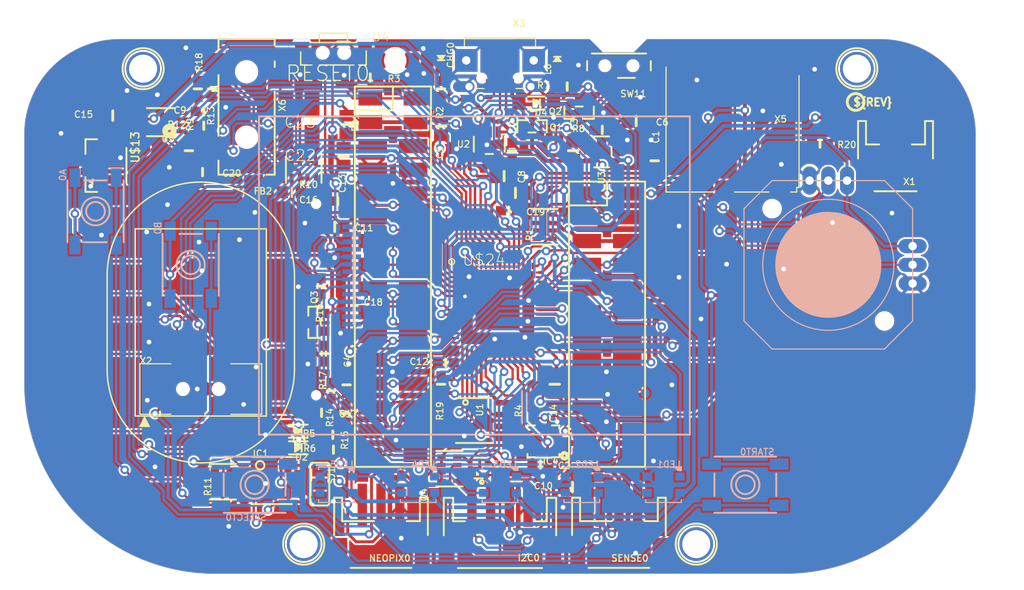
<source format=kicad_pcb>
(kicad_pcb (version 20221018) (generator pcbnew)
  (layers (0 "F.Cu" signal) (31 "B.Cu" signal) (34 "B.Paste" user) (35 "F.Paste" user) (36 "B.SilkS" user "B.Silkscreen") (37 "F.SilkS" user "F.Silkscreen") (38 "B.Mask" user) (39 "F.Mask" user) (44 "Edge.Cuts" user))
  (net 0 "")
  (net 1 "GND")
  (net 2 "MOSI")
  (net 3 "MISO")
  (net 4 "SCK")
  (net 5 "A5")
  (net 6 "A4")
  (net 7 "A3")
  (net 8 "A2")
  (net 9 "A1")
  (net 10 "D11")
  (net 11 "D12")
  (net 12 "+3V3")
  (net 13 "VBUS")
  (net 14 "VBAT")
  (net 15 "N$2")
  (net 16 "A0")
  (net 17 "N$1")
  (net 18 "CHG_LED")
  (net 19 "CHG_RATE")
  (net 20 "D9")
  (net 21 "D6")
  (net 22 "D5")
  (net 23 "TX")
  (net 24 "RX")
  (net 25 "D10")
  (net 26 "D+")
  (net 27 "D-")
  (net 28 "~{RESET}")
  (net 29 "SWCLK")
  (net 30 "SWDIO")
  (net 31 "TFT_CS")
  (net 32 "EN")
  (net 33 "LEDK")
  (net 34 "V+")
  (net 35 "SPKR+")
  (net 36 "N$8")
  (net 37 "ON/OFF")
  (net 38 "D3_A9")
  (net 39 "D7_LISIRQ")
  (net 40 "D8_NEOPIX")
  (net 41 "VCC")
  (net 42 "D2_")
  (net 43 "D3_")
  (net 44 "QSPI_DATA[0]")
  (net 45 "QSPI_DATA[1]")
  (net 46 "QSPI_SCK")
  (net 47 "QSPI_CS")
  (net 48 "QSPI_DATA[2]")
  (net 49 "QSPI_DATA[3]")
  (net 50 "N$3")
  (net 51 "N$4")
  (net 52 "N$5")
  (net 53 "N$7")
  (net 54 "VDDCORE2")
  (net 55 "AVCC")
  (net 56 "D2_A8")
  (net 57 "BUTTON4")
  (net 58 "BUTTON5")
  (net 59 "A7_LIGHT")
  (net 60 "BUTTON6")
  (net 61 "BUTTON7")
  (net 62 "TFT_SCK")
  (net 63 "TFT_MOSI")
  (net 64 "TFT_DC")
  (net 65 "TFT_RST")
  (net 66 "TFT_LITE")
  (net 67 "N$6")
  (net 68 "BUTTON_OUT")
  (net 69 "BUTTON_CLK")
  (net 70 "BUTTON_LATCH")
  (net 71 "A6_VMEAS")
  (net 72 "SPKR_EN")
  (net 73 "SPKR-")
  (net 74 "SCL_3V")
  (net 75 "SDA_3V")
  (net 76 "SCL")
  (net 77 "SDA")
  (net 78 "JOYX")
  (net 79 "JOYY")
  (net 80 "N$11")
  (net 81 "N$12")
  (net 82 "N$14")
  (net 83 "SPEAKER_IN")
  (net 84 "AGND")
  (net 85 "N$15")
  (net 86 "N$70")
  (net 87 "N$9")
  (net 88 "N$16")
  (net 89 "N$10")
  (net 90 "N$13")
  (net 91 "N$17")
  (net 92 "D13_JACDAC")
  (net 93 "D4_SDCS")
  (footprint "working:SPDT_SMT_SSSS811101" (layer "F.Cu") (at 161.2011 79.2861 180)
    (fp_text reference "SW11")
    (fp_text value "")
  )
  (footprint "working:0603-NO" (layer "F.Cu") (at 130.4671 114.0206 -90)
    (fp_text reference "R14")
    (fp_text value "10K")
  )
  (footprint "working:TESTPOINT_ROUND_2MM_NO" (layer "F.Cu") (at 105.3211 102.4636)
    (fp_text reference "TP8" hide)
    (fp_text value "" hide)
  )
  (footprint "working:MOUNTINGHOLE_3.0_PLATEDTHIN" (layer "F.Cu") (at 186.6011 79.6036)
    (fp_text reference "U$18" hide)
    (fp_text value "MOUNTINGHOLE3.0THIN" hide)
  )
  (footprint "working:RESPACK_4X0603" (layer "F.Cu") (at 118.9101 123.7361 90)
    (fp_text reference "R11")
    (fp_text value "100K")
  )
  (footprint "working:TESTPOINT_ROUND_2MM_NO" (layer "F.Cu") (at 105.3211 106.2736)
    (fp_text reference "TP6" hide)
    (fp_text value "" hide)
  )
  (footprint "working:0603-NO" (layer "F.Cu") (at 129.4511 116.3701)
    (fp_text reference "C17")
    (fp_text value "0.1uF")
  )
  (footprint "working:0603-NO" (layer "F.Cu") (at 129.7305 110.0455 -90)
    (fp_text reference "R17")
    (fp_text value "100K")
  )
  (footprint "working:RESPACK_4X0603" (layer "F.Cu") (at 153.2636 96.4946 90)
    (fp_text reference "R1")
    (fp_text value "100K")
  )
  (footprint "working:CHIPLED_0805_NOOUTLINE" (layer "F.Cu") (at 154.6206 78.5656)
    (fp_text reference "L0")
    (fp_text value "RED")
  )
  (footprint "working:0603-NO" (layer "F.Cu") (at 115.2906 88.3666 90)
    (fp_text reference "R9")
    (fp_text value "100")
  )
  (footprint "working:0603-NO" (layer "F.Cu") (at 117.7671 81.7626 -90)
    (fp_text reference "R13")
    (fp_text value "2.2K")
  )
  (footprint "working:TESTPOINT_ROUND_2MM_NO" (layer "F.Cu") (at 105.3211 110.0836)
    (fp_text reference "TP7" hide)
    (fp_text value "" hide)
  )
  (footprint "working:0805-NO" (layer "F.Cu") (at 156.2481 124.3076 180)
    (fp_text reference "C10")
    (fp_text value "10uF")
  )
  (footprint "working:SOIC8_208MIL" (layer "F.Cu") (at 145.7071 117.1956 -90)
    (fp_text reference "U1")
    (fp_text value "GD25Q64")
  )
  (footprint "working:0603-NO" (layer "F.Cu") (at 132.0546 116.4336 -90)
    (fp_text reference "R15")
    (fp_text value "10K")
  )
  (footprint "working:SOT23-R" (layer "F.Cu") (at 156.9466 84.3026 180)
    (fp_text reference "Q2")
    (fp_text value "DMG2305")
  )
  (footprint "working:0603-NO" (layer "F.Cu") (at 159.4231 86.1441 180)
    (fp_text reference "R8")
    (fp_text value "4.7K")
  )
  (footprint "working:SOT23-5" (layer "F.Cu") (at 147.3581 87.6681 180)
    (fp_text reference "U2")
    (fp_text value "AP2112-3.3")
  )
  (footprint "working:0603-NO" (layer "F.Cu") (at 116.8781 84.1756 180)
    (fp_text reference "C9")
    (fp_text value "1uF")
  )
  (footprint "working:0603-NO" (layer "F.Cu") (at 130.6576 118.7196 180)
    (fp_text reference "R5")
    (fp_text value "1K")
  )
  (footprint "working:PQFN64-1" (layer "F.Cu") (at 148.2471 105.1306)
    (fp_text reference "U$24")
    (fp_text value "ATSAMD51J19")
  )
  (footprint "working:2X05_1.27MM_BOX_POSTS" (layer "F.Cu") (at 116.5606 113.8301)
    (fp_text reference "X2")
    (fp_text value "2x5 0.05\" SWD")
  )
  (footprint "working:SOD-123" (layer "F.Cu") (at 152.3746 83.2866 180)
    (fp_text reference "D4")
    (fp_text value "MBR0540")
  )
  (footprint "working:0805-NO" (layer "F.Cu") (at 150.1521 92.8751)
    (fp_text reference "C18")
    (fp_text value "10uF")
  )
  (footprint "working:LGA16_3X3MM" (layer "F.Cu") (at 153.1366 119.4181 180)
    (fp_text reference "IC4")
    (fp_text value "LIS3DH")
  )
  (footprint "working:TSSOP16" (layer "F.Cu") (at 124.1171 123.6091 -90)
    (fp_text reference "IC1")
    (fp_text value "74165TSSOP")
  )
  (footprint "working:0805-NO" (layer "F.Cu") (at 163.0426 85.1916)
    (fp_text reference "C6")
    (fp_text value "10µF")
  )
  (footprint "working:MICROSD" (layer "F.Cu") (at 180.3781 92.6846 180)
    (fp_text reference "X5")
    (fp_text value "MicroSD")
  )
  (footprint "working:JSTPH3" (layer "F.Cu") (at 135.8011 128.9431 180)
    (fp_text reference "NEOPIX0")
    (fp_text value "JST PH 3")
  )
  (footprint "working:0805-NO" (layer "F.Cu") (at 107.1626 84.6201 180)
    (fp_text reference "C15")
    (fp_text value "10uF")
  )
  (footprint "working:0603-NO" (layer "F.Cu") (at 132.1181 113.3856 90)
    (fp_text reference "C4")
    (fp_text value "1uF")
  )
  (footprint "working:SOT23-5" (layer "F.Cu") (at 159.3596 88.4936 -90)
    (fp_text reference "U3")
    (fp_text value "MCP73831T-2ACI/OT")
  )
  (footprint "working:53398-0271" (layer "F.Cu") (at 105.8291 89.9541 -90)
    (fp_text reference "U$13")
    (fp_text value "CON_MOLEX_2P")
  )
  (footprint "working:JSTPH4" (layer "F.Cu") (at 148.5011 129.9591 180)
    (fp_text reference "I2C0")
    (fp_text value "JST PH 4")
  )
  (footprint "working:0603-NO" (layer "F.Cu") (at 131.191 93.7514 180)
    (fp_text reference "C16")
    (fp_text value "1uF")
  )
  (footprint "working:0805-NO" (layer "F.Cu") (at 132.1181 85.5726 -90)
    (fp_text reference "FB1")
    (fp_text value "Ferrite")
  )
  (footprint "working:MSOP8_0.65MM" (layer "F.Cu") (at 112.3061 85.3186 90)
    (fp_text reference "U5")
    (fp_text value "PAM8302AASCR")
  )
  (footprint "working:PCBFEAT-REV-040" (layer "F.Cu") (at 186.4741 83.1596)
    (fp_text reference "U$37" hide)
    (fp_text value "" hide)
  )
  (footprint "working:TESTPOINT_ROUND_1.5MM_NO" (layer "F.Cu") (at 110.4011 88.1126)
    (fp_text reference "TP2" hide)
    (fp_text value "" hide)
  )
  (footprint "working:MOUNTINGHOLE_3.0_PLATEDTHIN" (layer "F.Cu") (at 110.4011 79.6036)
    (fp_text reference "U$5" hide)
    (fp_text value "MOUNTINGHOLE3.0THIN" hide)
  )
  (footprint "working:MOUNTINGHOLE_3.0_PLATEDTHIN" (layer "F.Cu") (at 169.4561 130.4036)
    (fp_text reference "U$6" hide)
    (fp_text value "MOUNTINGHOLE3.0THIN" hide)
  )
  (footprint "working:SOLDERJUMPER_2WAY_OPEN_NOPASTE" (layer "F.Cu") (at 129.2606 123.9901 -90)
    (fp_text reference "SJ1")
    (fp_text value "")
  )
  (footprint "working:SOT363" (layer "F.Cu") (at 146.2151 122.2756 90)
    (fp_text reference "Q4")
    (fp_text value "BSS138")
  )
  (footprint "working:FIDUCIAL_1MM" (layer "F.Cu") (at 107.1626 123.2916 -90)
    (fp_text reference "U$34" hide)
    (fp_text value "FIDUCIAL_1MM" hide)
  )
  (footprint "working:0603-NO" (layer "F.Cu") (at 149.4536 94.7801)
    (fp_text reference "C19")
    (fp_text value "1uF")
  )
  (footprint "working:RESPACK_4X0603" (layer "F.Cu") (at 127.5461 90.3986 180)
    (fp_text reference "R10")
    (fp_text value "100")
  )
  (footprint "working:0805-NO" (layer "F.Cu") (at 148.9421 91.0821)
    (fp_text reference "C8")
    (fp_text value "10µF")
  )
  (footprint "working:0603-NO" (layer "F.Cu") (at 116.7511 90.6526)
    (fp_text reference "C20")
    (fp_text value "1uF")
  )
  (footprint "working:SOD-323" (layer "F.Cu") (at 126.9746 118.3386 180)
    (fp_text reference "D1")
    (fp_text value "3.6V")
  )
  (footprint "working:0603-NO" (layer "F.Cu") (at 129.3876 102.8446 -90)
    (fp_text reference "R16")
    (fp_text value "10")
  )
  (footprint "working:0603-NO" (layer "F.Cu") (at 182.6641 87.6046)
    (fp_text reference "R20")
    (fp_text value "10K")
  )
  (footprint "working:0805-NO" (layer "F.Cu") (at 131.8006 89.0016 -90)
    (fp_text reference "C13")
    (fp_text value "10uF")
  )
  (footprint "working:0603-NO" (layer "F.Cu") (at 116.8781 85.6996 180)
    (fp_text reference "R12")
    (fp_text value "100")
  )
  (footprint "working:0603-NO" (layer "F.Cu") (at 149.7881 88.3791 90)
    (fp_text reference "C7")
    (fp_text value "1uF")
  )
  (footprint "working:_0805MP" (layer "F.Cu") (at 126.2761 92.8116 180)
    (fp_text reference "FB2")
    (fp_text value "Ferrite")
  )
  (footprint "working:0603-NO" (layer "F.Cu") (at 116.2431 81.7626 90)
    (fp_text reference "R18")
    (fp_text value "2.2K")
  )
  (footprint "working:MOUNTINGHOLE_3.0_PLATEDTHIN" (layer "F.Cu") (at 127.5461 130.4036)
    (fp_text reference "U$17" hide)
    (fp_text value "MOUNTINGHOLE3.0THIN" hide)
  )
  (footprint "working:SOT23-R" (layer "F.Cu") (at 151.9301 85.7631)
    (fp_text reference "Q1")
    (fp_text value "DMG2305")
  )
  (footprint "working:CHIPLED_0805_NOOUTLINE" (layer "F.Cu") (at 142.2146 78.4606 180)
    (fp_text reference "CHG0")
    (fp_text value "ORANGE")
  )
  (footprint "working:RESPACK_4X0603" (layer "F.Cu") (at 143.1036 122.3391 -90)
    (fp_text reference "R4")
    (fp_text value "10K")
  )
  (footprint "working:0603-NO" (layer "F.Cu") (at 165.0111 89.4461 90)
    (fp_text reference "C1")
    (fp_text value "1uF")
  )
  (footprint "working:0805-NO" (layer "F.Cu") (at 154.3431 113.3221 -90)
    (fp_text reference "C14")
    (fp_text value "10uF")
  )
  (footprint "working:0603-NO" (layer "F.Cu") (at 130.7211 120.3071 180)
    (fp_text reference "R6")
    (fp_text value "1K")
  )
  (footprint "working:FIDUCIAL_1MM" (layer "F.Cu") (at 192.7443 81.2476 -90)
    (fp_text reference "U$35" hide)
    (fp_text value "FIDUCIAL_1MM" hide)
  )
  (footprint "working:C1210" (layer "F.Cu") (at 127.0381 86.9696 180)
    (fp_text reference "C22")
    (fp_text value "100uF")
  )
  (footprint "working:FEATHERWING_SMT_NOHOLES" (layer "F.Cu") (at 137.0711 76.4286 -90)
    (fp_text reference "MS1" hide)
    (fp_text value "FEATHERWING_SMTDUALNOHOLES" hide)
  )
  (footprint "working:0603-NO" (layer "F.Cu") (at 155.6766 81.5086 180)
    (fp_text reference "R7")
    (fp_text value "2.2K")
  )
  (footprint "working:0805-NO" (layer "F.Cu") (at 130.8608 96.4946)
    (fp_text reference "C11")
    (fp_text value "10uF")
  )
  (footprint "working:0603-NO" (layer "F.Cu") (at 134.6581 80.5561)
    (fp_text reference "R3")
    (fp_text value "10K")
  )
  (footprint "working:JSTPH2" (layer "F.Cu") (at 190.7286 89.7001 180)
    (fp_text reference "X1")
    (fp_text value "JSTPH")
  )
  (footprint "working:SPST_TACTILE_RA" (layer "F.Cu") (at 130.7211 78.2066 180)
    (fp_text reference "RESET0")
    (fp_text value "" hide)
  )
  (footprint "working:0603-NO" (layer "F.Cu") (at 142.2146 81.7626 -90)
    (fp_text reference "R2")
    (fp_text value "1K")
  )
  (footprint "working:0805-NO" (layer "F.Cu") (at 142.2146 85.7631 -90)
    (fp_text reference "C5")
    (fp_text value "10uF")
  )
  (footprint "working:4UCONN_20329_V2" (layer "F.Cu") (at 148.5011 80.6196 180)
    (fp_text reference "X3")
    (fp_text value "microUSB")
  )
  (footprint "working:ALS-PT26-21C" (layer "F.Cu") (at 137.317397 78.735285)
    (fp_text reference "U4")
    (fp_text value "ALS-PT21" hide)
  )
  (footprint "working:0603-NO" (layer "F.Cu") (at 142.7226 111.0361 180)
    (fp_text reference "C12")
    (fp_text value "1uF")
  )
  (footprint "working:4UCONN_19269" (layer "F.Cu") (at 121.4501 76.4286 -90)
    (fp_text reference "X6")
    (fp_text value "")
  )
  (footprint "working:TESTPOINT_ROUND_1.5MM_NO" (layer "F.Cu") (at 110.4011 83.0326)
    (fp_text reference "TP1" hide)
    (fp_text value "" hide)
  )
  (footprint "working:SOT23-WIDE" (layer "F.Cu") (at 128.7018 106.7054 90)
    (fp_text reference "Q3")
    (fp_text value "BSS138")
  )
  (footprint "working:0603-NO" (layer "F.Cu") (at 152.8191 121.8946)
    (fp_text reference "C2")
    (fp_text value "1uF")
  )
  (footprint "working:SPEAKER_OVAL8OHM" (layer "F.Cu") (at 116.5606 106.7181 90)
    (fp_text reference "U$8" hide)
    (fp_text value "" hide)
  )
  (footprint "working:0805-NO" (layer "F.Cu") (at 156.3116 88.3666 90)
    (fp_text reference "C3")
    (fp_text value "10µF")
  )
  (footprint "working:0603-NO" (layer "F.Cu") (at 142.2146 113.3221 -90)
    (fp_text reference "R19")
    (fp_text value "100K")
  )
  (footprint "working:SOD-323" (layer "F.Cu") (at 126.9746 120.1166 180)
    (fp_text reference "D2")
    (fp_text value "3.6V")
  )
  (footprint "working:JSTPH3" (layer "F.Cu") (at 161.2011 128.9431 180)
    (fp_text reference "SENSE0")
    (fp_text value "JST PH 3")
  )
  (footprint "working:C1210" (layer "F.Cu") (at 127.0381 83.4136 180)
    (fp_text reference "C23")
    (fp_text value "100uF")
  )
  (footprint "working:PYGAMER_BACK" (layer "F.Cu") (at 97.7011 133.5786)
    (fp_text reference "U$47" hide)
    (fp_text value "" hide)
  )
  (footprint "working:PYGAMER_FRONT" (layer "B.Cu") (at 199.3011 133.5786 180)
    (fp_text reference "U$48" hide)
    (fp_text value "" hide)
  )
  (footprint "working:LED3535" (layer "B.Cu") (at 131.0386 124.0536 180)
    (fp_text reference "LED5")
    (fp_text value "WS2812B3535")
  )
  (footprint "working:LED3535" (layer "B.Cu") (at 148.5011 124.0536 180)
    (fp_text reference "LED3")
    (fp_text value "WS2812B3535")
  )
  (footprint "working:LED3535" (layer "B.Cu") (at 157.23235 124.0536 180)
    (fp_text reference "LED2")
    (fp_text value "WS2812B3535")
  )
  (footprint "working:JOYSTICK_ANALOG_MINITHM" (layer "B.Cu") (at 183.5531 100.5586 90)
    (fp_text reference "JOY1" hide)
    (fp_text value "JOYSTICK_ANALOG_XY" hide)
  )
  (footprint "working:6MM_SMT_6MMCAP" (layer "B.Cu") (at 174.69485 124.0536 180)
    (fp_text reference "START0")
    (fp_text value "")
  )
  (footprint "working:6MM_SMT_6MMCAP" (layer "B.Cu") (at 115.4811 100.5586 -90)
    (fp_text reference "B0")
    (fp_text value "")
  )
  (footprint "working:FIDUCIAL_1MM" (layer "B.Cu") (at 163.9951 114.2746 180)
    (fp_text reference "U$46" hide)
    (fp_text value "FIDUCIAL_1MM" hide)
  )
  (footprint "working:FIDUCIAL_1MM" (layer "B.Cu") (at 126.6571 89.1286 180)
    (fp_text reference "U$43" hide)
    (fp_text value "FIDUCIAL_1MM" hide)
  )
  (footprint "working:LED3535" (layer "B.Cu") (at 139.76985 124.0536 180)
    (fp_text reference "LED4")
    (fp_text value "WS2812B3535")
  )
  (footprint "working:JD-T1800" (layer "B.Cu") (at 145.7706 101.7016 90)
    (fp_text reference "LCD1" hide)
    (fp_text value "DISP_LCD_JDT1800" hide)
  )
  (footprint "working:LED3535" (layer "B.Cu") (at 165.9636 124.0536 180)
    (fp_text reference "LED1")
    (fp_text value "WS2812B3535")
  )
  (footprint "working:6MM_SMT_6MMCAP" (layer "B.Cu") (at 105.3211 94.8436 -90)
    (fp_text reference "A0")
    (fp_text value "")
  )
  (footprint "working:6MM_SMT_6MMCAP" (layer "B.Cu") (at 122.30735 124.0536)
    (fp_text reference "SELECT0")
    (fp_text value "")
  )
  (gr_arc (start 189.1411 76.4286) (mid 196.325305 79.404395) (end 199.3011 86.5886) (stroke (width 0.05)) (layer "Edge.Cuts"))
  (gr_line (start 158.0896 76.4286) (end 107.8611 76.4286) (stroke (width 0.05)) (layer "Edge.Cuts"))
  (gr_arc (start 118.0211 133.5786) (mid 103.652689 127.62701) (end 97.701099 113.258599) (stroke (width 0.05)) (layer "Edge.Cuts"))
  (gr_line (start 97.7011 113.2586) (end 97.7011 86.5886) (stroke (width 0.05)) (layer "Edge.Cuts"))
  (gr_line (start 199.3011 86.5886) (end 199.3011 113.2586) (stroke (width 0.05)) (layer "Edge.Cuts"))
  (gr_line (start 164.1856 76.4286) (end 162.7886 77.8256) (stroke (width 0.05)) (layer "Edge.Cuts"))
  (gr_line (start 159.4866 77.8256) (end 158.0896 76.4286) (stroke (width 0.05)) (layer "Edge.Cuts"))
  (gr_line (start 178.9811 133.5786) (end 118.0211 133.5786) (stroke (width 0.05)) (layer "Edge.Cuts"))
  (gr_line (start 164.1856 76.4286) (end 189.1411 76.4286) (stroke (width 0.05)) (layer "Edge.Cuts"))
  (gr_line (start 162.7886 77.8256) (end 159.4866 77.8256) (stroke (width 0.05)) (layer "Edge.Cuts"))
  (gr_arc (start 97.7011 86.5886) (mid 100.676895 79.404395) (end 107.8611 76.4286) (stroke (width 0.05)) (layer "Edge.Cuts"))
  (gr_arc (start 199.3011 113.2586) (mid 193.349509 127.62701) (end 178.981099 133.578599) (stroke (width 0.05)) (layer "Edge.Cuts"))
  (segment (start 133.092 111.8616) (end 132.33 111.0996) (width 0.254) (layer "F.Cu") (net 1))
  (segment (start 157.5181 88.4936) (end 156.4411 87.4166) (width 0.254) (layer "F.Cu") (net 1))
  (segment (start 141.3011 111.8616) (end 133.092 111.8616) (width 0.254) (layer "F.Cu") (net 1))
  (segment (start 141.4916 111.6711) (end 141.3011 111.8616) (width 0.254) (layer "F.Cu") (net 1))
  (segment (start 152.5651 119.1006) (end 152.5651 119.7356) (width 0.254) (layer "F.Cu") (net 1))
  (segment (start 159.1691 88.3666) (end 159.0421 88.4936) (width 0.254) (layer "F.Cu") (net 1))
  (segment (start 152.3826 118.9181) (end 152.5651 119.1006) (width 0.254) (layer "F.Cu") (net 1))
  (segment (start 144.3235 104.3806) (end 143.7971 104.3806) (width 0.254) (layer "F.Cu") (net 1))
  (segment (start 152.3826 119.9181) (end 151.7866 119.9181) (width 0.254) (layer "F.Cu") (net 1))
  (segment (start 158.5731 86.1441) (end 159.1691 86.7401) (width 0.254) (layer "F.Cu") (net 1))
  (segment (start 158.0595 88.4936) (end 157.5181 88.4936) (width 0.254) (layer "F.Cu") (net 1))
  (segment (start 159.0421 88.4936) (end 158.0595 88.4936) (width 0.254) (layer "F.Cu") (net 1))
  (segment (start 144.7673 103.9368) (end 144.3235 104.3806) (width 0.254) (layer "F.Cu") (net 1))
  (segment (start 159.1691 86.7401) (end 159.1691 88.3666) (width 0.254) (layer "F.Cu") (net 1))
  (segment (start 141.8726 111.0361) (end 141.4916 111.4171) (width 0.254) (layer "F.Cu") (net 1))
  (segment (start 141.4916 111.4171) (end 141.4916 111.6711) (width 0.254) (layer "F.Cu") (net 1))
  (segment (start 151.7866 118.9181) (end 152.3826 118.9181) (width 0.254) (layer "F.Cu") (net 1))
  (segment (start 152.5651 119.7356) (end 152.3826 119.9181) (width 0.254) (layer "F.Cu") (net 1))
  (segment (start 156.4411 87.4166) (end 156.3116 87.4166) (width 0.254) (layer "F.Cu") (net 1))
  (via (at 151.5491 104.3686) (size 0.9064) (drill 0.5) (layers "F.Cu" "B.Cu") (net 1))
  (via (at 176.5681 84.1121) (size 0.9064) (drill 0.5) (layers "F.Cu" "B.Cu") (net 1))
  (via (at 113.1951 90.1446) (size 0.9064) (drill 0.5) (layers "F.Cu" "B.Cu") (net 1))
  (via (at 131.8641 80.3021) (size 0.9064) (drill 0.5) (layers "F.Cu" "B.Cu") (net 1))
  (via (at 120.6881 97.8789) (size 0.9064) (drill 0.5) (layers "F.Cu" "B.Cu") (net 1))
  (via (at 153.0731 123.1646) (size 0.9064) (drill 0.5) (layers "F.Cu" "B.Cu") (net 1))
  (via (at 113.0046 94.1324) (size 0.9064) (drill 0.5) (layers "F.Cu" "B.Cu") (net 1))
  (via (at 137.9601 129.7686) (size 0.9064) (drill 0.5) (layers "F.Cu" "B.Cu") (net 1))
  (via (at 127.1651 80.2386) (size 0.9064) (drill 0.5) (layers "F.Cu" "B.Cu") (net 1))
  (via (at 167.6146 96.4311) (size 0.9064) (drill 0.5) (layers "F.Cu" "B.Cu") (net 1))
  (via (at 183.9976 96.0501) (size 0.9064) (drill 0.5) (layers "F.Cu" "B.Cu") (net 1))
  (via (at 164.6301 87.2236) (size 0.9064) (drill 0.5) (layers "F.Cu" "B.Cu") (net 1))
  (via (at 127.9906 111.1631) (size 0.9064) (drill 0.5) (layers "F.Cu" "B.Cu") (net 1))
  (via (at 169.5196 80.8101) (size 0.9064) (drill 0.5) (layers "F.Cu" "B.Cu") (net 1))
  (via (at 111.6711 122.1486) (size 0.9064) (drill 0.5) (layers "F.Cu" "B.Cu") (net 1))
  (via (at 178.7906 101.0031) (size 0.9064) (drill 0.5) (layers "F.Cu" "B.Cu") (net 1))
  (via (at 154.2161 84.8106) (size 0.9064) (drill 0.5) (layers "F.Cu" "B.Cu") (net 1))
  (via (at 178.5366 89.8271) (size 0.9064) (drill 0.5) (layers "F.Cu" "B.Cu") (net 1))
  (via (at 110.8456 115.0366) (size 0.9064) (drill 0.5) (layers "F.Cu" "B.Cu") (net 1))
  (via (at 164.8841 121.5136) (size 0.9064) (drill 0.5) (layers "F.Cu" "B.Cu") (net 1))
  (via (at 166.8526 113.3856) (size 0.9064) (drill 0.5) (layers "F.Cu" "B.Cu") (net 1))
  (via (at 119.5451 128.4986) (size 0.9064) (drill 0.5) (layers "F.Cu" "B.Cu") (net 1))
  (via (at 150.6601 129.1336) (size 0.9064) (drill 0.5) (layers "F.Cu" "B.Cu") (net 1))
  (via (at 169.9641 106.3371) (size 0.9064) (drill 0.5) (layers "F.Cu" "B.Cu") (net 1))
  (via (at 114.9731 77.3684) (size 0.9064) (drill 0.5) (layers "F.Cu" "B.Cu") (net 1))
  (via (at 144.6911 118.8466) (size 0.9064) (drill 0.5) (layers "F.Cu" "B.Cu") (net 1))
  (via (at 137.029 111.9886) (size 0.9064) (drill 0.5) (layers "F.Cu" "B.Cu") (net 1))
  (via (at 130.8481 99.7966) (size 0.9064) (drill 0.5) (layers "F.Cu" "B.Cu") (net 1))
  (via (at 159.8676 117.3226) (size 0.9064) (drill 0.5) (layers "F.Cu" "B.Cu") (net 1))
  (via (at 151.4856 106.5911) (size 0.9064) (drill 0.5) (layers "F.Cu" "B.Cu") (net 1))
  (via (at 137.0711 91.8591) (size 0.9064) (drill 0.5) (layers "F.Cu" "B.Cu") (net 1))
  (via (at 147.9423 108.4834) (size 0.9064) (drill 0.5) (layers "F.Cu" "B.Cu") (net 1))
  (via (at 116.1796 113.8301) (size 0.9064) (drill 0.5) (layers "F.Cu" "B.Cu") (net 1))
  (via (at 123.4821 123.9266) (size 0.9064) (drill 0.5) (layers "F.Cu" "B.Cu") (net 1))
  (via (at 140.1191 124.9426) (size 0.9064) (drill 0.5) (layers "F.Cu" "B.Cu") (net 1))
  (via (at 147.1041 87.7316) (size 0.9064) (drill 0.5) (layers "F.Cu" "B.Cu") (net 1))
  (via (at 143.8656 88.1761) (size 0.9064) (drill 0.5) (layers "F.Cu" "B.Cu") (net 1))
  (via (at 162.9791 131.3561) (size 0.9064) (drill 0.5) (layers "F.Cu" "B.Cu") (net 1))
  (via (at 159.9946 114.4016) (size 0.9064) (drill 0.5) (layers "F.Cu" "B.Cu") (net 1))
  (via (at 151.2951 91.1606) (size 0.9064) (drill 0.5) (layers "F.Cu" "B.Cu") (net 1))
  (via (at 156.8831 79.2226) (size 0.9064) (drill 0.5) (layers "F.Cu" "B.Cu") (net 1))
  (via (at 144.7673 103.9368) (size 0.8001) (drill 0.3937) (layers "F.Cu" "B.Cu") (net 1))
  (via (at 145.1991 101.8286) (size 0.9064) (drill 0.5) (layers "F.Cu" "B.Cu") (net 1))
  (via (at 151.1681 108.3056) (size 0.9064) (drill 0.5) (layers "F.Cu" "B.Cu") (net 1))
  (via (at 163.4871 82.6516) (size 0.9064) (drill 0.5) (layers "F.Cu" "B.Cu") (net 1))
  (via (at 126.9746 102.9081) (size 0.9064) (drill 0.5) (layers "F.Cu" "B.Cu") (net 1))
  (via (at 162.0901 87.2236) (size 0.9064) (drill 0.5) (layers "F.Cu" "B.Cu") (net 1))
  (via (at 172.6946 100.4951) (size 0.9064) (drill 0.5) (layers "F.Cu" "B.Cu") (net 1))
  (via (at 122.4661 111.4806) (size 0.9064) (drill 0.5) (layers "F.Cu" "B.Cu") (net 1))
  (via (at 104.8131 92.1639) (size 0.9064) (drill 0.5) (layers "F.Cu" "B.Cu") (net 1))
  (via (at 122.3391 94.9579) (size 0.9064) (drill 0.5) (layers "F.Cu" "B.Cu") (net 1))
  (via (at 130.7211 125.8316) (size 0.9064) (drill 0.5) (layers "F.Cu" "B.Cu") (net 1))
  (via (at 108.6866 81.9404) (size 0.9064) (drill 0.5) (layers "F.Cu" "B.Cu") (net 1))
  (via (at 119.2276 83.7311) (size 0.9064) (drill 0.5) (layers "F.Cu" "B.Cu") (net 1))
  (via (at 111.0361 104.7496) (size 0.9064) (drill 0.5) (layers "F.Cu" "B.Cu") (net 1))
  (via (at 131.4831 107.8611) (size 0.9064) (drill 0.5) (layers "F.Cu" "B.Cu") (net 1))
  (via (at 101.6381 86.5124) (size 0.9064) (drill 0.5) (layers "F.Cu" "B.Cu") (net 1))
  (via (at 159.5501 84.3026) (size 0.9064) (drill 0.5) (layers "F.Cu" "B.Cu") (net 1))
  (via (at 140.3096 77.4446) (size 0.9064) (drill 0.5) (layers "F.Cu" "B.Cu") (net 1))
  (via (at 182.0926 79.6671) (size 0.9064) (drill 0.5) (layers "F.Cu" "B.Cu") (net 1))
  (via (at 159.8676 111.9886) (size 0.9064) (drill 0.5) (layers "F.Cu" "B.Cu") (net 1))
  (via (at 116.3701 98.1329) (size 0.9064) (drill 0.5) (layers "F.Cu" "B.Cu") (net 1))
  (via (at 167.6146 101.8921) (size 0.9064) (drill 0.5) (layers "F.Cu" "B.Cu") (net 1))
  (via (at 154.5971 117.3226) (size 0.9064) (drill 0.5) (layers "F.Cu" "B.Cu") (net 1))
  (via (at 111.0361 108.8136) (size 0.9064) (drill 0.5) (layers "F.Cu" "B.Cu") (net 1))
  (via (at 149.5171 101.9556) (size 0.9064) (drill 0.5) (layers "F.Cu" "B.Cu") (net 1))
  (via (at 140.3731 80.1116) (size 0.9064) (drill 0.5) (layers "F.Cu" "B.Cu") (net 1))
  (via (at 127.6731 96.1009) (size 0.9064) (drill 0.5) (layers "F.Cu" "B.Cu") (net 1))
  (via (at 190.3476 95.0341) (size 0.9064) (drill 0.5) (layers "F.Cu" "B.Cu") (net 1))
  (via (at 155.2321 126.4666) (size 0.9064) (drill 0.5) (layers "F.Cu" "B.Cu") (net 1))
  (via (at 121.1326 115.4811) (size 0.9064) (drill 0.5) (layers "F.Cu" "B.Cu") (net 1))
  (via (at 111.9251 82.3849) (size 0.9064) (drill 0.5) (layers "F.Cu" "B.Cu") (net 1))
  (via (at 116.6876 101.1936) (size 0.9064) (drill 0.5) (layers "F.Cu" "B.Cu") (net 1))
  (via (at 107.9881 89.1159) (size 0.9064) (drill 0.5) (layers "F.Cu" "B.Cu") (net 1))
  (via (at 110.7821 97.0534) (size 0.9064) (drill 0.5) (layers "F.Cu" "B.Cu") (net 1))
  (via (at 150.7871 119.9896) (size 0.9064) (drill 0.5) (layers "F.Cu" "B.Cu") (net 1))
  (via (at 138.5951 80.2386) (size 0.9064) (drill 0.5) (layers "F.Cu" "B.Cu") (net 1))
  (via (at 105.9561 97.3836) (size 0.9064) (drill 0.5) (layers "F.Cu" "B.Cu") (net 1))
  (via (at 123.4821 118.7196) (size 0.9064) (drill 0.5) (layers "F.Cu" "B.Cu") (net 1))
  (via (at 137.3886 119.2911) (size 0.9064) (drill 0.5) (layers "F.Cu" "B.Cu") (net 1))
  (via (at 132.33 111.0996) (size 0.9064) (drill 0.5) (layers "F.Cu" "B.Cu") (net 1))
  (segment (start 130.8481 99.7966) (end 130.7531 99.7016) (width 0.254) (layer "B.Cu") (net 1))
  (segment (start 132.6706 99.7016) (end 130.7531 99.7016) (width 0.254) (layer "B.Cu") (net 1))
  (segment (start 153.4362 99.097713) (end 153.934087 99.097713) (width 0.254) (layer "F.Cu") (net 2))
  (segment (start 156.1211 99.2886) (end 171.9961 99.2886) (width 0.254) (layer "F.Cu") (net 2))
  (segment (start 154.0186 99.0132) (end 155.8457 99.0132) (width 0.254) (layer "F.Cu") (net 2))
  (segment (start 153.934087 99.097713) (end 154.0186 99.0132) (width 0.254) (layer "F.Cu") (net 2))
  (segment (start 139.2301 110.7186) (end 137.0711 110.7186) (width 0.254) (layer "F.Cu") (net 2))
  (segment (start 173.5781 86.1386) (end 174.115162 86.675663) (width 0.254) (layer "F.Cu") (net 2))
  (segment (start 153.4362 99.097713) (end 152.635609 99.097713) (width 0.254) (layer "F.Cu") (net 2))
  (segment (start 171.9961 99.2886) (end 174.115162 97.169538) (width 0.254) (layer "F.Cu") (net 2))
  (segment (start 137.0711 110.7186) (end 134.9121 110.7186) (width 0.254) (layer "F.Cu") (net 2))
  (segment (start 155.8457 99.0132) (end 156.1211 99.2886) (width 0.254) (layer "F.Cu") (net 2))
  (segment (start 152.635609 99.097713) (end 151.4971 100.236222) (width 0.254) (layer "F.Cu") (net 2))
  (segment (start 173.5781 82.0446) (end 173.5781 86.1386) (width 0.254) (layer "F.Cu") (net 2))
  (segment (start 174.115162 97.169538) (end 174.115162 86.675663) (width 0.254) (layer "F.Cu") (net 2))
  (segment (start 151.4971 100.236222) (end 151.4971 100.6806) (width 0.254) (layer "F.Cu") (net 2))
  (via (at 153.4362 99.097713) (size 0.9064) (drill 0.5) (layers "F.Cu" "B.Cu") (net 2))
  (via (at 137.0711 110.7186) (size 0.9064) (drill 0.5) (layers "F.Cu" "B.Cu") (net 2))
  (segment (start 142.230657 109.9566) (end 137.8331 109.9566) (width 0.254) (layer "B.Cu") (net 2))
  (segment (start 152.1714 99.791013) (end 152.1714 101.8413) (width 0.254) (layer "B.Cu") (net 2))
  (segment (start 150.5585 103.4542) (end 148.733056 103.4542) (width 0.254) (layer "B.Cu") (net 2))
  (segment (start 152.1714 101.8413) (end 150.5585 103.4542) (width 0.254) (layer "B.Cu") (net 2))
  (segment (start 152.8647 99.097713) (end 152.1714 99.791013) (width 0.254) (layer "B.Cu") (net 2))
  (segment (start 137.8331 109.9566) (end 137.0711 110.7186) (width 0.254) (layer "B.Cu") (net 2))
  (segment (start 153.4362 99.097713) (end 152.8647 99.097713) (width 0.254) (layer "B.Cu") (net 2))
  (segment (start 148.733056 103.4542) (end 142.230657 109.9566) (width 0.254) (layer "B.Cu") (net 2))
  (segment (start 177.9781 85.0516) (end 177.9781 82.0446) (width 0.254) (layer "F.Cu") (net 3))
  (segment (start 172.8851 110.7186) (end 176.0601 107.5436) (width 0.254) (layer "F.Cu") (net 3))
  (segment (start 176.0601 86.9696) (end 177.9781 85.0516) (width 0.254) (layer "F.Cu") (net 3))
  (segment (start 137.0711 113.2586) (end 134.9121 113.2586) (width 0.254) (layer "F.Cu") (net 3))
  (segment (start 165.6461 110.2106) (end 166.1541 110.7186) (width 0.254) (layer "F.Cu") (net 3))
  (segment (start 139.2301 113.2586) (end 137.0711 113.2586) (width 0.254) (layer "F.Cu") (net 3))
  (segment (start 176.0601 107.5436) (end 176.0601 86.9696) (width 0.254) (layer "F.Cu") (net 3))
  (segment (start 166.1541 110.7186) (end 172.8851 110.7186) (width 0.254) (layer "F.Cu") (net 3))
  (segment (start 152.9892 100.197182) (end 152.505781 100.6806) (width 0.254) (layer "F.Cu") (net 3))
  (segment (start 152.505781 100.6806) (end 151.9971 100.6806) (width 0.254) (layer "F.Cu") (net 3))
  (segment (start 165.7731 107.1626) (end 165.6461 107.2896) (width 0.254) (layer "F.Cu") (net 3))
  (segment (start 165.6461 107.2896) (end 165.6461 110.2106) (width 0.254) (layer "F.Cu") (net 3))
  (via (at 152.9892 100.197182) (size 0.9064) (drill 0.5) (layers "F.Cu" "B.Cu") (net 3))
  (via (at 165.7731 107.1626) (size 0.9064) (drill 0.5) (layers "F.Cu" "B.Cu") (net 3))
  (via (at 137.0711 113.2586) (size 0.9064) (drill 0.5) (layers "F.Cu" "B.Cu") (net 3))
  (segment (start 137.0711 113.2586) (end 138.2776 113.2586) (width 0.254) (layer "B.Cu") (net 3))
  (segment (start 153.334756 101.7016) (end 154.693656 103.0605) (width 0.254) (layer "B.Cu") (net 3))
  (segment (start 153.0731 101.7016) (end 153.334756 101.7016) (width 0.254) (layer "B.Cu") (net 3))
  (segment (start 154.693656 103.0605) (end 157.4516 103.0605) (width 0.254) (layer "B.Cu") (net 3))
  (segment (start 142.399869 110.484768) (end 141.051432 110.484768) (width 0.254) (layer "B.Cu") (net 3))
  (segment (start 148.973237 103.9114) (end 142.399869 110.484768) (width 0.254) (layer "B.Cu") (net 3))
  (segment (start 153.0731 101.7016) (end 150.8633 103.9114) (width 0.254) (layer "B.Cu") (net 3))
  (segment (start 141.051432 110.484768) (end 138.2776 113.2586) (width 0.254) (layer "B.Cu") (net 3))
  (segment (start 165.2651 106.6546) (end 161.0457 106.6546) (width 0.254) (layer "B.Cu") (net 3))
  (segment (start 153.0731 100.281082) (end 153.0731 101.7016) (width 0.254) (layer "B.Cu") (net 3))
  (segment (start 165.2651 106.6546) (end 165.7731 107.1626) (width 0.254) (layer "B.Cu") (net 3))
  (segment (start 157.4516 103.0605) (end 161.0457 106.6546) (width 0.254) (layer "B.Cu") (net 3))
  (segment (start 150.8633 103.9114) (end 148.973237 103.9114) (width 0.254) (layer "B.Cu") (net 3))
  (segment (start 153.0731 100.281082) (end 152.9892 100.197182) (width 0.254) (layer "B.Cu") (net 3))
  (segment (start 154.656637 108.3666) (end 153.670637 107.3806) (width 0.254) (layer "F.Cu") (net 4))
  (segment (start 154.6892 108.3666) (end 154.656637 108.3666) (width 0.254) (layer "F.Cu") (net 4))
  (segment (start 171.2341 108.9406) (end 167.1701 108.9406) (width 0.254) (layer "F.Cu") (net 4))
  (segment (start 153.670637 107.3806) (end 152.6971 107.3806) (width 0.254) (layer "F.Cu") (net 4))
  (segment (start 175.3971 84.7116) (end 175.3971 104.7776) (width 0.254) (layer "F.Cu") (net 4))
  (segment (start 175.7781 82.0446) (end 175.7781 84.3306) (width 0.254) (layer "F.Cu") (net 4))
  (segment (start 139.2301 108.1786) (end 138.7221 108.6866) (width 0.254) (layer "F.Cu") (net 4))
  (segment (start 138.7221 108.6866) (end 137.0711 108.6866) (width 0.254) (layer "F.Cu") (net 4))
  (segment (start 135.4201 108.6866) (end 134.9121 108.1786) (width 0.254) (layer "F.Cu") (net 4))
  (segment (start 175.7781 84.3306) (end 175.3971 84.7116) (width 0.254) (layer "F.Cu") (net 4))
  (segment (start 171.2341 108.9406) (end 175.3971 104.7776) (width 0.254) (layer "F.Cu") (net 4))
  (segment (start 137.0711 108.6866) (end 135.4201 108.6866) (width 0.254) (layer "F.Cu") (net 4))
  (segment (start 166.9161 109.1946) (end 167.1701 108.9406) (width 0.254) (layer "F.Cu") (net 4))
  (via (at 137.0711 108.6866) (size 0.9064) (drill 0.5) (layers "F.Cu" "B.Cu") (net 4))
  (via (at 154.6892 108.3666) (size 0.9064) (drill 0.5) (layers "F.Cu" "B.Cu") (net 4))
  (via (at 166.9161 109.1946) (size 0.9064) (drill 0.5) (layers "F.Cu" "B.Cu") (net 4))
  (segment (start 142.1511 111.9886) (end 137.9561 116.1836) (width 0.254) (layer "B.Cu") (net 4))
  (segment (start 142.1511 111.9886) (end 142.9766 111.9886) (width 0.254) (layer "B.Cu") (net 4))
  (segment (start 166.273875 108.552375) (end 154.874975 108.552375) (width 0.254) (layer "B.Cu") (net 4))
  (segment (start 137.448338 117.826837) (end 136.630363 117.826837) (width 0.254) (layer "B.Cu") (net 4))
  (segment (start 154.6892 108.3666) (end 154.874975 108.552375) (width 0.254) (layer "B.Cu") (net 4))
  (segment (start 153.758781 107.436181) (end 154.6892 108.3666) (width 0.254) (layer "B.Cu") (net 4))
  (segment (start 137.9561 116.1836) (end 137.9561 117.319075) (width 0.254) (layer "B.Cu") (net 4))
  (segment (start 142.9766 111.9886) (end 147.529019 107.436181) (width 0.254) (layer "B.Cu") (net 4))
  (segment (start 135.6741 110.0836) (end 135.6741 116.870575) (width 0.254) (layer "B.Cu") (net 4))
  (segment (start 147.529019 107.436181) (end 153.758781 107.436181) (width 0.254) (layer "B.Cu") (net 4))
  (segment (start 166.9161 109.1946) (end 166.273875 108.552375) (width 0.254) (layer "B.Cu") (net 4))
  (segment (start 136.630363 117.826837) (end 135.6741 116.870575) (width 0.254) (layer "B.Cu") (net 4))
  (segment (start 137.0711 108.6866) (end 135.6741 110.0836) (width 0.254) (layer "B.Cu") (net 4))
  (segment (start 137.9561 117.319075) (end 137.448338 117.826837) (width 0.254) (layer "B.Cu") (net 4))
  (segment (start 143.3526 108.3806) (end 142.2211 109.5121) (width 0.254) (layer "F.Cu") (net 5))
  (segment (start 138.5951 105.0036) (end 135.5471 105.0036) (width 0.254) (layer "F.Cu") (net 5))
  (segment (start 133.6421 106.9086) (end 133.3246 106.9086) (width 0.254) (layer "F.Cu") (net 5))
  (segment (start 133.388094 109.51209) (end 133.3881 109.5121) (width 0.254) (layer "F.Cu") (net 5))
  (segment (start 132.9436 107.2896) (end 132.9436 109.067596) (width 0.254) (layer "F.Cu") (net 5))
  (segment (start 142.2211 109.5121) (end 133.3881 109.5121) (width 0.254) (layer "F.Cu") (net 5))
  (segment (start 143.7971 108.3806) (end 143.3526 108.3806) (width 0.254) (layer "F.Cu") (net 5))
  (segment (start 133.3246 106.9086) (end 132.9436 107.2896) (width 0.254) (layer "F.Cu") (net 5))
  (segment (start 135.5471 105.0036) (end 134.9121 105.6386) (width 0.254) (layer "F.Cu") (net 5))
  (segment (start 132.9436 109.067596) (end 133.388094 109.51209) (width 0.254) (layer "F.Cu") (net 5))
  (segment (start 139.2301 105.6386) (end 138.5951 105.0036) (width 0.254) (layer "F.Cu") (net 5))
  (segment (start 134.9121 105.6386) (end 133.6421 106.9086) (width 0.254) (layer "F.Cu") (net 5))
  (segment (start 137.0711 103.5431) (end 137.0711 103.6701) (width 0.254) (layer "F.Cu") (net 6))
  (segment (start 135.3566 103.5431) (end 134.9121 103.0986) (width 0.254) (layer "F.Cu") (net 6))
  (segment (start 143.0351 107.3806) (end 142.6541 107.7616) (width 0.2032) (layer "F.Cu") (net 6))
  (segment (start 137.1346 103.7336) (end 137.0711 103.6701) (width 0.254) (layer "F.Cu") (net 6))
  (segment (start 141.6071 107.7616) (end 140.7541 106.9086) (width 0.2032) (layer "F.Cu") (net 6))
  (segment (start 137.3886 106.9086) (end 137.0711 106.5911) (width 0.254) (layer "F.Cu") (net 6))
  (segment (start 143.7971 107.3806) (end 143.0351 107.3806) (width 0.2032) (layer "F.Cu") (net 6))
  (segment (start 139.2301 103.0986) (end 138.5951 103.7336) (width 0.254) (layer "F.Cu") (net 6))
  (segment (start 137.0711 103.5431) (end 135.3566 103.5431) (width 0.254) (layer "F.Cu") (net 6))
  (segment (start 138.5951 103.7336) (end 137.1346 103.7336) (width 0.254) (layer "F.Cu") (net 6))
  (segment (start 142.6541 107.7616) (end 141.6071 107.7616) (width 0.2032) (layer "F.Cu") (net 6))
  (segment (start 140.7541 106.9086) (end 137.3886 106.9086) (width 0.254) (layer "F.Cu") (net 6))
  (via (at 137.0711 106.5911) (size 0.9064) (drill 0.5) (layers "F.Cu" "B.Cu") (net 6))
  (via (at 137.0711 103.6701) (size 0.9064) (drill 0.5) (layers "F.Cu" "B.Cu") (net 6))
  (segment (start 137.0711 103.6701) (end 137.0711 106.5911) (width 0.254) (layer "B.Cu") (net 6))
  (segment (start 142.870469 106.865968) (end 143.782469 106.865968) (width 0.2032) (layer "F.Cu") (net 7))
  (segment (start 143.782469 106.865968) (end 143.7971 106.8806) (width 0.2032) (layer "F.Cu") (net 7))
  (segment (start 139.2301 100.5586) (end 134.9121 100.5586) (width 0.254) (layer "F.Cu") (net 7))
  (segment (start 141.0716 104.6226) (end 141.0716 106.602684) (width 0.2032) (layer "F.Cu") (net 7))
  (segment (start 134.6581 100.5586) (end 132.9436 102.2731) (width 0.254) (layer "F.Cu") (net 7))
  (segment (start 141.794013 107.325093) (end 142.411344 107.325093) (width 0.2032) (layer "F.Cu") (net 7))
  (segment (start 142.411344 107.325093) (end 142.870469 106.865968) (width 0.2032) (layer "F.Cu") (net 7))
  (segment (start 133.4516 104.4956) (end 132.9436 103.9876) (width 0.254) (layer "F.Cu") (net 7))
  (segment (start 141.0716 104.6226) (end 140.9446 104.4956) (width 0.2032) (layer "F.Cu") (net 7))
  (segment (start 140.9446 104.4956) (end 133.4516 104.4956) (width 0.254) (layer "F.Cu") (net 7))
  (segment (start 134.9121 100.5586) (end 134.6581 100.5586) (width 0.254) (layer "F.Cu") (net 7))
  (segment (start 132.9436 102.2731) (end 132.9436 103.9876) (width 0.254) (layer "F.Cu") (net 7))
  (segment (start 141.0716 106.602684) (end 141.794013 107.325093) (width 0.2032) (layer "F.Cu") (net 7))
  (segment (start 141.097007 103.926344) (end 141.097007 102.235) (width 0.2032) (layer "F.Cu") (net 8))
  (segment (start 141.097007 102.235) (end 140.690604 101.8286) (width 0.2032) (layer "F.Cu") (net 8))
  (segment (start 142.7811 106.3806) (end 142.2731 106.8886) (width 0.2032) (layer "F.Cu") (net 8))
  (segment (start 137.0711 98.0186) (end 137.0711 99.2886) (width 0.254) (layer "F.Cu") (net 8))
  (segment (start 140.690604 101.8286) (end 137.3886 101.8286) (width 0.254) (layer "F.Cu") (net 8))
  (segment (start 137.3886 101.8286) (end 137.0711 101.5111) (width 0.254) (layer "F.Cu") (net 8))
  (segment (start 139.2301 98.0186) (end 137.0711 98.0186) (width 0.254) (layer "F.Cu") (net 8))
  (segment (start 142.0041 106.8886) (end 141.4907 106.3752) (width 0.2032) (layer "F.Cu") (net 8))
  (segment (start 142.2731 106.8886) (end 142.0041 106.8886) (width 0.2032) (layer "F.Cu") (net 8))
  (segment (start 137.0711 98.0186) (end 134.9121 98.0186) (width 0.254) (layer "F.Cu") (net 8))
  (segment (start 143.7971 106.3806) (end 142.7811 106.3806) (width 0.2032) (layer "F.Cu") (net 8))
  (segment (start 141.4907 104.320038) (end 141.097007 103.926344) (width 0.2032) (layer "F.Cu") (net 8))
  (segment (start 141.4907 104.320038) (end 141.4907 106.3752) (width 0.2032) (layer "F.Cu") (net 8))
  (via (at 137.0711 101.5111) (size 0.9064) (drill 0.5) (layers "F.Cu" "B.Cu") (net 8))
  (via (at 137.0711 99.2886) (size 0.9064) (drill 0.5) (layers "F.Cu" "B.Cu") (net 8))
  (segment (start 137.0711 99.2886) (end 137.0711 101.5111) (width 0.254) (layer "B.Cu") (net 8))
  (segment (start 134.9121 95.4786) (end 134.4041 94.9706) (width 0.3048) (layer "F.Cu") (net 9))
  (segment (start 139.2301 95.4786) (end 134.9121 95.4786) (width 0.254) (layer "F.Cu") (net 9))
  (segment (start 134.9121 95.4786) (end 133.5786 96.8121) (width 0.254) (layer "F.Cu") (net 9))
  (segment (start 134.4041 94.9706) (end 127.6731 94.9706) (width 0.3048) (layer "F.Cu") (net 9))
  (segment (start 133.5786 96.8121) (end 133.3246 96.8121) (width 0.254) (layer "F.Cu") (net 9))
  (segment (start 132.3721 102.1461) (end 132.3721 109.7026) (width 0.254) (layer "F.Cu") (net 9))
  (segment (start 141.839569 108.236131) (end 141.522069 108.553631) (width 0.254) (layer "F.Cu") (net 9))
  (segment (start 133.3246 96.8121) (end 133.0071 97.1296) (width 0.254) (layer "F.Cu") (net 9))
  (segment (start 127.6731 94.9706) (end 126.2461 93.5436) (width 0.3048) (layer "F.Cu") (net 9))
  (segment (start 143.1476 107.8806) (end 142.792069 108.236131) (width 0.254) (layer "F.Cu") (net 9))
  (segment (start 132.4991 109.8296) (end 132.3721 109.7026) (width 0.254) (layer "F.Cu") (net 9))
  (segment (start 133.0071 101.5111) (end 132.3721 102.1461) (width 0.254) (layer "F.Cu") (net 9))
  (segment (start 143.7971 107.8806) (end 143.1476 107.8806) (width 0.254) (layer "F.Cu") (net 9))
  (segment (start 142.792069 108.236131) (end 141.839569 108.236131) (width 0.254) (layer "F.Cu") (net 9))
  (segment (start 126.2461 93.5436) (end 126.2461 91.2486) (width 0.3048) (layer "F.Cu") (net 9))
  (segment (start 133.0071 97.1296) (end 133.0071 101.5111) (width 0.254) (layer "F.Cu") (net 9))
  (via (at 141.522069 108.553631) (size 0.9064) (drill 0.5) (layers "F.Cu" "B.Cu") (net 9))
  (via (at 132.4991 109.8296) (size 0.9064) (drill 0.5) (layers "F.Cu" "B.Cu") (net 9))
  (segment (start 140.823572 107.855131) (end 134.473569 107.855131) (width 0.254) (layer "B.Cu") (net 9))
  (segment (start 141.268072 108.299634) (end 141.268072 108.299631) (width 0.254) (layer "B.Cu") (net 9))
  (segment (start 141.522069 108.553631) (end 141.268072 108.299634) (width 0.254) (layer "B.Cu") (net 9))
  (segment (start 134.473569 107.855131) (end 132.4991 109.8296) (width 0.254) (layer "B.Cu") (net 9))
  (segment (start 141.268072 108.299631) (end 140.823572 107.855131) (width 0.254) (layer "B.Cu") (net 9))
  (segment (start 154.862681 103.7336) (end 154.215681 104.3806) (width 0.254) (layer "F.Cu") (net 10))
  (segment (start 157.559125 105.6386) (end 155.654125 103.7336) (width 0.254) (layer "F.Cu") (net 10))
  (segment (start 162.0901 105.6386) (end 157.7721 105.6386) (width 0.254) (layer "F.Cu") (net 10))
  (segment (start 157.7721 105.6386) (end 157.559125 105.6386) (width 0.254) (layer "F.Cu") (net 10))
  (segment (start 154.215681 104.3806) (end 152.6971 104.3806) (width 0.254) (layer "F.Cu") (net 10))
  (segment (start 155.654125 103.7336) (end 154.862681 103.7336) (width 0.254) (layer "F.Cu") (net 10))
  (segment (start 152.6971 103.8806) (end 152.697103 103.8806) (width 0.254) (layer "F.Cu") (net 11))
  (segment (start 152.9461 103.8806) (end 152.697103 103.8806) (width 0.254) (layer "F.Cu") (net 11))
  (segment (start 157.7721 103.0986) (end 154.8511 103.0986) (width 0.254) (layer "F.Cu") (net 11))
  (segment (start 154.069096 103.8806) (end 152.9461 103.8806) (width 0.254) (layer "F.Cu") (net 11))
  (segment (start 154.8511 103.0986) (end 154.069096 103.8806) (width 0.254) (layer "F.Cu") (net 11))
  (segment (start 162.0901 103.0986) (end 157.7721 103.0986) (width 0.254) (layer "F.Cu") (net 11))
  (segment (start 146.8501 113.4491) (end 146.8501 113.7031) (width 0.4064) (layer "F.Cu") (net 12))
  (segment (start 148.4971 99.5376) (end 148.4971 100.6806) (width 0.3048) (layer "F.Cu") (net 12))
  (segment (start 164.4055 104.3813) (end 164.4055 110.748) (width 0.4064) (layer "F.Cu") (net 12))
  (segment (start 129.7686 99.2632) (end 129.7686 99.5426) (width 0.3048) (layer "F.Cu") (net 12))
  (segment (start 130.4163 98.6155) (end 130.4163 97.7061) (width 0.3048) (layer "F.Cu") (net 12))
  (segment (start 130.45485 113.30985) (end 130.45485 113.18285) (width 0.3048) (layer "F.Cu") (net 12))
  (segment (start 141.1986 81.767707) (end 141.1986 84.8131) (width 0.4064) (layer "F.Cu") (net 12))
  (segment (start 148.6241 98.717) (end 148.6241 99.4106) (width 0.3048) (layer "F.Cu") (net 12))
  (segment (start 139.3714 78.735285) (end 139.4984 78.862285) (width 0.3048) (layer "F.Cu") (net 12))
  (segment (start 130.4163 98.6155) (end 129.7686 99.2632) (width 0.3048) (layer "F.Cu") (net 12))
  (segment (start 170.7261 84.8106) (end 170.7261 85.4456) (width 0.3048) (layer "F.Cu") (net 12))
  (segment (start 103.1621 97.0026) (end 103.1621 95.1386) (width 0.3048) (layer "F.Cu") (net 12))
  (segment (start 130.4163 97.7061) (end 129.9108 97.2006) (width 0.3048) (layer "F.Cu") (net 12))
  (segment (start 142.2146 112.4721) (end 142.214604 112.4721) (width 0.3048) (layer "F.Cu") (net 12))
  (segment (start 132.1181 114.2356) (end 132.1181 115.5201) (width 0.3048) (layer "F.Cu") (net 12))
  (segment (start 148.1191 91.2091) (end 148.1191 93.7016) (width 0.3048) (layer "F.Cu") (net 12))
  (segment (start 134.6581 85.3186) (end 133.7056 85.3186) (width 0.3048) (layer "F.Cu") (net 12))
  (segment (start 148.5265 97.917) (end 147.6121 97.0026) (width 0.3048) (layer "F.Cu") (net 12))
  (segment (start 152.9496 101.3806) (end 152.6971 101.3806) (width 0.3048) (layer "F.Cu") (net 12))
  (segment (start 139.117397 78.735285) (end 139.3714 78.735285) (width 0.3048) (layer "F.Cu") (net 12))
  (segment (start 146.4971 109.961596) (end 146.4971 109.5806) (width 0.3048) (layer "F.Cu") (net 12))
  (segment (start 134.7851 123.2916) (end 135.9281 122.1486) (width 0.3048) (layer "F.Cu") (net 12))
  (segment (start 152.1366 120.7681) (end 152.6366 120.7681) (width 0.3048) (layer "F.Cu") (net 12))
  (segment (start 153.2001 118.7031) (end 153.3271 118.8301) (width 0.3048) (layer "F.Cu") (net 12))
  (segment (start 142.2536 121.9391) (end 142.2536 121.0391) (width 0.3048) (layer "F.Cu") (net 12))
  (segment (start 172.005875 103.8098) (end 174.648565 101.16711) (width 0.4064) (layer "F.Cu") (net 12))
  (segment (start 130.83585 113.43685) (end 130.70885 113.56385) (width 0.3048) (layer "F.Cu") (net 12))
  (segment (start 147.1151 122.2756) (end 146.3421 122.2756) (width 0.3048) (layer "F.Cu") (net 12))
  (segment (start 165.4946 90.7796) (end 153.7081 90.7796) (width 0.3048) (layer "F.Cu") (net 12))
  (segment (start 149.8981 121.8946) (end 151.9691 121.8946) (width 0.3048) (layer "F.Cu") (net 12))
  (segment (start 145.2626 85.4481) (end 145.2626 90.2716) (width 0.4064) (layer "F.Cu") (net 12))
  (segment (start 145.2626 85.4481) (end 144.3101 84.4956) (width 0.4064) (layer "F.Cu") (net 12))
  (segment (start 146.0731 91.0821) (end 147.9921 91.0821) (width 0.3048) (layer "F.Cu") (net 12))
  (segment (start 141.1986 81.767707) (end 140.901394 81.4705) (width 0.4064) (layer "F.Cu") (net 12))
  (segment (start 139.4841 85.3186) (end 134.6581 85.3186) (width 0.4064) (layer "F.Cu") (net 12))
  (segment (start 142.214604 112.4721) (end 142.595604 112.8531) (width 0.3048) (layer "F.Cu") (net 12))
  (segment (start 141.8526 121.9391) (end 140.5001 123.2916) (width 0.3048) (layer "F.Cu") (net 12))
  (segment (start 154.3431 99.7966) (end 153.798 100.3417) (width 0.3048) (layer "F.Cu") (net 12))
  (segment (start 129.9108 97.2006) (end 129.9108 96.4946) (width 0.3048) (layer "F.Cu") (net 12))
  (segment (start 154.5336 110.467146) (end 153.416 109.349546) (width 0.3048) (layer "F.Cu") (net 12))
  (segment (start 153.3271 119.4816) (end 153.5811 119.4816) (width 0.3048) (layer "F.Cu") (net 12))
  (segment (start 130.4671 101.1722) (end 129.7686 100.4737) (width 0.3048) (layer "F.Cu") (net 12))
  (segment (start 165.2406 90.5256) (end 165.6461 90.5256) (width 0.3048) (layer "F.Cu") (net 12))
  (segment (start 147.6121 97.0026) (end 147.6121 94.2086) (width 0.3048) (layer "F.Cu") (net 12))
  (segment (start 165.2406 90.5256) (end 165.4946 90.7796) (width 0.3048) (layer "F.Cu") (net 12))
  (segment (start 114.0206 115.9801) (end 112.1246 115.9801) (width 0.3048) (layer "F.Cu") (net 12))
  (segment (start 125.1331 121.6406) (end 125.1331 123.7996) (width 0.3048) (layer "F.Cu") (net 12))
  (segment (start 146.497104 113.4491) (end 146.497104 109.9616) (width 0.3048) (layer "F.Cu") (net 12))
  (segment (start 130.6743 104.5972) (end 130.6743 113.2753) (width 0.3048) (layer "F.Cu") (net 12))
  (segment (start 132.1181 84.003) (end 131.4196 83.3045) (width 0.3048) (layer "F.Cu") (net 12))
  (segment (start 165.0111 90.2961) (end 165.2406 90.5256) (width 0.3048) (layer "F.Cu") (net 12))
  (segment (start 127.8858 125.0283) (end 127.8858 121.4723) (width 0.3048) (layer "F.Cu") (net 12))
  (segment (start 141.1986 85.0646) (end 140.9446 85.3186) (width 0.4064) (layer "F.Cu") (net 12))
  (segment (start 171.0436 103.8098) (end 170.4721 104.3813) (width 0.4064) (layer "F.Cu") (net 12))
  (segment (start 143.5726 111.0361) (end 143.5726 113.0926) (width 0.3048) (layer "F.Cu") (net 12))
  (segment (start 129.7686 99.5426) (end 115.3131 99.5426) (width 0.3048) (layer "F.Cu") (net 12))
  (segment (start 153.2001 118.6316) (end 152.6366 118.0681) (width 0.3048) (layer "F.Cu") (net 12))
  (segment (start 130.83585 113.43685) (end 130.6743 113.2753) (width 0.3048) (layer "F.Cu") (net 12))
  (segment (start 147.6121 120.8786) (end 146.4691 120.8786) (width 0.3048) (layer "F.Cu") (net 12))
  (segment (start 112.1246 115.9801) (end 111.6711 116.4336) (width 0.3048) (layer "F.Cu") (net 12))
  (segment (start 143.1555 120.1372) (end 144.274394 120.1372) (width 0.3048) (layer "F.Cu") (net 12))
  (segment (start 151.9691 120.6006) (end 151.7866 120.4181) (width 0.3048) (layer "F.Cu") (net 12))
  (segment (start 144.3101 84.4956) (end 142.5321 84.4956) (width 0.4064) (layer "F.Cu") (net 12))
  (segment (start 106.3371 100.1776) (end 103.1621 97.0026) (width 0.3048) (layer "F.Cu") (net 12))
  (segment (start 151.9691 121.8946) (end 151.9691 120.6006) (width 0.3048) (layer "F.Cu") (net 12))
  (segment (start 164.4055 104.3813) (end 159.9819 104.3813) (width 0.4064) (layer "F.Cu") (net 12))
  (segment (start 149.8981 120.4976) (end 149.8981 121.8946) (width 0.3048) (layer "F.Cu") (net 12))
  (segment (start 144.274394 120.1372) (end 144.548994 119.8626) (width 0.3048) (layer "F.Cu") (net 12))
  (segment (start 139.4984 78.862285) (end 139.4984 81.4705) (width 0.4064) (layer "F.Cu") (net 12))
  (segment (start 115.3131 99.5426) (end 113.2811 101.5746) (width 0.3048) (layer "F.Cu") (net 12))
  (segment (start 129.2606 125.3871) (end 128.2446 125.3871) (width 0.3048) (layer "F.Cu") (net 12))
  (segment (start 146.8501 113.4491) (end 146.497104 113.4491) (width 0.3048) (layer "F.Cu") (net 12))
  (segment (start 149.2631 119.8626) (end 149.8981 120.4976) (width 0.3048) (layer "F.Cu") (net 12))
  (segment (start 152.6366 120.7681) (end 153.1366 120.7681) (width 0.3048) (layer "F.Cu") (net 12))
  (segment (start 146.4691 120.8786) (end 146.3421 121.0056) (width 0.3048) (layer "F.Cu") (net 12))
  (segment (start 159.9819 104.3813) (end 159.9311 104.4321) (width 0.4064) (layer "F.Cu") (net 12))
  (segment (start 143.3331 112.8531) (end 142.595604 112.8531) (width 0.3048) (layer "F.Cu") (net 12))
  (segment (start 140.9446 85.3186) (end 139.4841 85.3186) (width 0.4064) (layer "F.Cu") (net 12))
  (segment (start 148.3081 88.9682) (end 148.569 89.2291) (width 0.3048) (layer "F.Cu") (net 12))
  (segment (start 130.5727 101.2778) (end 130.5727 104.4956) (width 0.4064) (layer "F.Cu") (net 12))
  (segment (start 111.8841 100.1776) (end 106.3371 100.1776) (width 0.3048) (layer "F.Cu") (net 12))
  (segment (start 148.3081 88.9682) (end 147.9921 89.2842) (width 0.3048) (layer "F.Cu") (net 12))
  (segment (start 143.6751 113.1951) (end 143.3331 112.8531) (width 0.3048) (layer "F.Cu") (net 12))
  (segment (start 170.4721 104.3813) (end 164.4055 104.3813) (width 0.4064) (layer "F.Cu") (net 12))
  (segment (start 154.5336 112.1816) (end 154.3431 112.3721) (width 0.4064) (layer "F.Cu") (net 12))
  (segment (start 148.6281 121.8946) (end 149.8981 121.8946) (width 0.3048) (layer "F.Cu") (net 12))
  (segment (start 153.416 108.5215) (end 153.416 109.349546) (width 0.3048) (layer "F.Cu") (net 12))
  (segment (start 148.5265 98.6194) (end 148.5265 97.917) (width 0.3048) (layer "F.Cu") (net 12))
  (segment (start 127.0349 121.3341) (end 125.4396 121.3341) (width 0.3048) (layer "F.Cu") (net 12))
  (segment (start 165.6461 90.5256) (end 170.7261 85.4456) (width 0.3048) (layer "F.Cu") (net 12))
  (segment (start 149.0221 115.2906) (end 148.4376 115.2906) (width 0.4064) (layer "F.Cu") (net 12))
  (segment (start 154.1366 120.7681) (end 153.6366 120.7681) (width 0.3048) (layer "F.Cu") (net 12))
  (segment (start 148.5265 98.6194) (end 148.6241 98.717) (width 0.3048) (layer "F.Cu") (net 12))
  (segment (start 148.4376 115.2906) (end 146.8501 113.7031) (width 0.4064) (layer "F.Cu") (net 12))
  (segment (start 153.5811 119.4816) (end 153.5811 120.7681) (width 0.3048) (layer "F.Cu") (net 12))
  (segment (start 153.7081 90.7796) (end 152.1576 89.2291) (width 0.3048) (layer "F.Cu") (net 12))
  (segment (start 132.11811 84.62261) (end 133.00961 84.62261) (width 0.3048) (layer "F.Cu") (net 12))
  (segment (start 133.7056 85.3186) (end 133.00961 84.62261) (width 0.3048) (layer "F.Cu") (net 12))
  (segment (start 147.6121 120.8786) (end 148.6281 121.8946) (width 0.3048) (layer "F.Cu") (net 12))
  (segment (start 142.2536 121.9391) (end 141.8526 121.9391) (width 0.3048) (layer "F.Cu") (net 12))
  (segment (start 142.5321 84.4956) (end 142.2146 84.8131) (width 0.4064) (layer "F.Cu") (net 12))
  (segment (start 127.7476 121.3341) (end 127.0349 121.3341) (width 0.3048) (layer "F.Cu") (net 12))
  (segment (start 153.2751 108.3806) (end 152.6971 108.3806) (width 0.3048) (layer "F.Cu") (net 12))
  (segment (start 152.1576 89.2291) (end 149.7881 89.2291) (width 0.3048) (layer "F.Cu") (net 12))
  (segment (start 153.3271 118.8301) (end 153.3271 119.4816) (width 0.3048) (layer "F.Cu") (net 12))
  (segment (start 134.5311 129.3408) (end 134.7851 129.0868) (width 0.3048) (layer "F.Cu") (net 12))
  (segment (start 132.1181 84.003) (end 132.1181 84.6226) (width 0.3048) (layer "F.Cu") (net 12))
  (segment (start 153.416 108.5215) (end 153.2751 108.3806) (width 0.3048) (layer "F.Cu") (net 12))
  (segment (start 174.648565 82.285135) (end 174.6781 82.2556) (width 0.4064) (layer "F.Cu") (net 12))
  (segment (start 128.2446 125.3871) (end 127.8858 125.0283) (width 0.3048) (layer "F.Cu") (net 12))
  (segment (start 130.5727 101.2778) (end 130.4671 101.1722) (width 0.4064) (layer "F.Cu") (net 12))
  (segment (start 146.3421 121.0056) (end 146.3421 122.2756) (width 0.3048) (layer "F.Cu") (net 12))
  (segment (start 130.70885 113.56385) (end 130.45485 113.30985) (width 0.3048) (layer "F.Cu") (net 12))
  (segment (start 153.1366 120.7681) (end 153.5811 120.7681) (width 0.3048) (layer "F.Cu") (net 12))
  (segment (start 172.005875 103.8098) (end 171.0436 103.8098) (width 0.4064) (layer "F.Cu") (net 12))
  (segment (start 130.4671 113.1706) (end 130.45485 113.18285) (width 0.3048) (layer "F.Cu") (net 12))
  (segment (start 154.5336 110.945725) (end 154.5336 110.467146) (width 0.3048) (layer "F.Cu") (net 12))
  (segment (start 141.1986 84.8131) (end 141.1986 85.0646) (width 0.4064) (layer "F.Cu") (net 12))
  (segment (start 153.6366 120.7681) (end 153.1366 120.7681) (width 0.3048) (layer "F.Cu") (net 12))
  (segment (start 143.6751 113.1951) (end 143.5726 113.0926) (width 0.3048) (layer "F.Cu") (net 12))
  (segment (start 130.5727 104.4956) (end 130.6743 104.5972) (width 0.3048) (layer "F.Cu") (net 12))
  (segment (start 153.2001 118.6316) (end 153.2001 118.7031) (width 0.3048) (layer "F.Cu") (net 12))
  (segment (start 131.6346 114.2356) (end 130.83585 113.43685) (width 0.3048) (layer "F.Cu") (net 12))
  (segment (start 147.6121 94.2086) (end 148.1191 93.7016) (width 0.3048) (layer "F.Cu") (net 12))
  (segment (start 103.1621 95.1386) (end 103.1211 95.0976) (width 0.3048) (layer "F.Cu") (net 12))
  (segment (start 144.548994 119.8626) (end 149.2631 119.8626) (width 0.3048) (layer "F.Cu") (net 12))
  (segment (start 134.7851 123.2916) (end 134.7851 129.0868) (width 0.3048) (layer "F.Cu") (net 12))
  (segment (start 151.7866 120.4181) (end 152.1366 120.7681) (width 0.3048) (layer "F.Cu") (net 12))
  (segment (start 145.7071 90.7161) (end 145.2626 90.2716) (width 0.4064) (layer "F.Cu") (net 12))
  (segment (start 183.5141 87.6046) (end 185.5531 89.6436) (width 0.3048) (layer "F.Cu") (net 12))
  (segment (start 147.9921 89.2842) (end 147.9921 91.0821) (width 0.3048) (layer "F.Cu") (net 12))
  (segment (start 153.798 100.3417) (end 153.798 100.5322) (width 0.3048) (layer "F.Cu") (net 12))
  (segment (start 174.6781 82.2556) (end 174.6781 81.6446) (width 0.4064) (layer "F.Cu") (net 12))
  (segment (start 138.3411 122.1486) (end 135.9281 122.1486) (width 0.3048) (layer "F.Cu") (net 12))
  (segment (start 145.7071 90.7161) (end 146.0731 91.0821) (width 0.3048) (layer "F.Cu") (net 12))
  (segment (start 125.4396 121.3341) (end 125.1331 121.6406) (width 0.3048) (layer "F.Cu") (net 12))
  (segment (start 148.569 89.2291) (end 149.7881 89.2291) (width 0.3048) (layer "F.Cu") (net 12))
  (segment (start 185.5531 89.6436) (end 185.5531 91.5586) (width 0.3048) (layer "F.Cu") (net 12))
  (segment (start 142.2146 84.8131) (end 141.1986 84.8131) (width 0.4064) (layer "F.Cu") (net 12))
  (segment (start 142.2536 121.0391) (end 143.1555 120.1372) (width 0.3048) (layer "F.Cu") (net 12))
  (segment (start 174.648565 84.0486) (end 174.648565 82.285135) (width 0.4064) (layer "F.Cu") (net 12))
  (segment (start 174.648565 101.16711) (end 174.648565 84.0486) (width 0.4064) (layer "F.Cu") (net 12))
  (segment (start 132.0546 115.5836) (end 132.1181 115.5201) (width 0.3048) (layer "F.Cu") (net 12))
  (segment (start 153.798 100.5322) (end 152.9496 101.3806) (width 0.3048) (layer "F.Cu") (net 12))
  (segment (start 139.4841 123.2916) (end 138.3411 122.1486) (width 0.3048) (layer "F.Cu") (net 12))
  (segment (start 154.4866 120.4181) (end 154.1366 120.7681) (width 0.3048) (layer "F.Cu") (net 12))
  (segment (start 148.1191 91.2091) (end 147.9921 91.0821) (width 0.3048) (layer "F.Cu") (net 12))
  (segment (start 129.7686 100.4737) (end 129.7686 99.5426) (width 0.3048) (layer "F.Cu") (net 12))
  (segment (start 148.6241 99.4106) (end 148.4971 99.5376) (width 0.3048) (layer "F.Cu") (net 12))
  (segment (start 127.8858 121.4723) (end 127.7476 121.3341) (width 0.3048) (layer "F.Cu") (net 12))
  (segment (start 140.5001 123.2916) (end 139.4841 123.2916) (width 0.3048) (layer "F.Cu") (net 12))
  (segment (start 146.497104 109.9616) (end 146.4971 109.961596) (width 0.3048) (layer "F.Cu") (net 12))
  (segment (start 164.4055 110.748) (end 164.6301 110.9726) (width 0.4064) (layer "F.Cu") (net 12))
  (segment (start 132.1181 84.6226) (end 132.11811 84.62261) (width 0.3048) (layer "F.Cu") (net 12))
  (segment (start 146.3421 122.2756) (end 145.3151 122.2756) (width 0.3048) (layer "F.Cu") (net 12))
  (segment (start 132.1181 114.2356) (end 131.6346 114.2356) (width 0.3048) (layer "F.Cu") (net 12))
  (segment (start 154.5336 110.945725) (end 154.5336 112.1816) (width 0.4064) (layer "F.Cu") (net 12))
  (segment (start 113.2811 101.5746) (end 111.8841 100.1776) (width 0.3048) (layer "F.Cu") (net 12))
  (segment (start 152.6366 118.0681) (end 153.1366 118.0681) (width 0.3048) (layer "F.Cu") (net 12))
  (segment (start 140.901394 81.4705) (end 139.4984 81.4705) (width 0.4064) (layer "F.Cu") (net 12))
  (via (at 130.5727 104.4956) (size 0.9064) (drill 0.5) (layers "F.Cu" "B.Cu") (net 12))
  (via (at 159.9311 104.4321) (size 0.9064) (drill 0.5) (layers "F.Cu" "B.Cu") (net 12))
  (via (at 111.6711 116.4336) (size 0.9064) (drill 0.5) (layers "F.Cu" "B.Cu") (net 12))
  (via (at 148.5265 98.6194) (size 0.9064) (drill 0.5) (layers "F.Cu" "B.Cu") (net 12))
  (via (at 154.5336 110.945725) (size 0.9064) (drill 0.5) (layers "F.Cu" "B.Cu") (net 12))
  (via (at 134.5311 129.3408) (size 0.9064) (drill 0.5) (layers "F.Cu" "B.Cu") (net 12))
  (via (at 130.4163 98.6155) (size 0.9064) (drill 0.5) (layers "F.Cu" "B.Cu") (net 12))
  (via (at 143.6751 113.1951) (size 0.9064) (drill 0.5) (layers "F.Cu" "B.Cu") (net 12))
  (via (at 125.1331 123.7996) (size 0.9064) (drill 0.5) (layers "F.Cu" "B.Cu") (net 12))
  (via (at 145.7071 90.7161) (size 0.9064) (drill 0.5) (layers "F.Cu" "B.Cu") (net 12))
  (via (at 154.3431 99.7966) (size 0.9064) (drill 0.5) (layers "F.Cu" "B.Cu") (net 12))
  (via (at 174.648565 84.0486) (size 0.9064) (drill 0.5) (layers "F.Cu" "B.Cu") (net 12))
  (via (at 153.5811 119.4816) (size 0.9064) (drill 0.5) (layers "F.Cu" "B.Cu") (net 12))
  (via (at 131.4196 83.3045) (size 0.9064) (drill 0.5) (layers "F.Cu" "B.Cu") (net 12))
  (via (at 113.2811 101.5746) (size 0.9064) (drill 0.5) (layers "F.Cu" "B.Cu") (net 12))
  (via (at 171.0436 103.8098) (size 0.9064) (drill 0.5) (layers "F.Cu" "B.Cu") (net 12))
  (via (at 146.8501 113.4491) (size 0.9064) (drill 0.5) (layers "F.Cu" "B.Cu") (net 12))
  (via (at 164.6301 110.9726) (size 0.9064) (drill 0.5) (layers "F.Cu" "B.Cu") (net 12))
  (via (at 170.7261 84.8106) (size 0.9064) (drill 0.5) (layers "F.Cu" "B.Cu") (net 12))
  (via (at 103.1211 95.0976) (size 0.9064) (drill 0.5) (layers "F.Cu" "B.Cu") (net 12))
  (segment (start 171.0436 104.5591) (end 171.0436 103.8098) (width 0.3048) (layer "B.Cu") (net 12))
  (segment (start 146.15161 113.4491) (end 146.8501 113.4491) (width 0.3048) (layer "B.Cu") (net 12))
  (segment (start 131.4363 129.3408) (end 129.4511 127.3556) (width 0.3048) (layer "B.Cu") (net 12))
  (segment (start 153.2636 119.4816) (end 151.1681 117.3861) (width 0.3048) (layer "B.Cu") (net 12))
  (segment (start 118.70735 126.2536) (end 123.059282 126.2536) (width 0.3048) (layer "B.Cu") (net 12))
  (segment (start 171.09485 104.61035) (end 171.0436 104.5591) (width 0.3048) (layer "B.Cu") (net 12))
  (segment (start 171.6786 84.0486) (end 170.9166 84.8106) (width 0.3048) (layer "B.Cu") (net 12))
  (segment (start 128.6712 83.3045) (end 131.4196 83.3045) (width 0.3048) (layer "B.Cu") (net 12))
  (segment (start 159.8676 104.4321) (end 157.9626 102.5271) (width 0.4064) (layer "B.Cu") (net 12))
  (segment (start 148.152363 110.9038) (end 148.141113 110.89255) (width 0.4064) (layer "B.Cu") (net 12))
  (segment (start 152.1841 110.9038) (end 148.152363 110.9038) (width 0.4064) (layer "B.Cu") (net 12))
  (segment (start 114.3635 126.746) (end 118.21495 126.746) (width 0.3048) (layer "B.Cu") (net 12))
  (segment (start 192.5531 98.5586) (end 189.52425 98.5586) (width 0.3048) (layer "B.Cu") (net 12))
  (segment (start 178.29485 121.8536) (end 171.09485 121.8536) (width 0.3048) (layer "B.Cu") (net 12))
  (segment (start 103.1211 95.0976) (end 103.1211 91.2436) (width 0.3048) (layer "B.Cu") (net 12))
  (segment (start 113.0681 117.8306) (end 113.0681 125.4506) (width 0.3048) (layer "B.Cu") (net 12))
  (segment (start 154.491675 110.9038) (end 152.1841 110.9038) (width 0.4064) (layer "B.Cu") (net 12))
  (segment (start 176.8221 86.9696) (end 183.1721 86.9696) (width 0.3048) (layer "B.Cu") (net 12))
  (segment (start 113.0681 125.4506) (end 114.3635 126.746) (width 0.3048) (layer "B.Cu") (net 12))
  (segment (start 113.2811 101.5746) (end 113.2811 96.9586) (width 0.3048) (layer "B.Cu") (net 12))
  (segment (start 124.412919 126.2536) (end 125.90735 126.2536) (width 0.3048) (layer "B.Cu") (net 12))
  (segment (start 151.1681 117.3861) (end 151.1681 114.1476) (width 0.3048) (layer "B.Cu") (net 12))
  (segment (start 125.90735 126.2536) (end 125.90735 124.57385) (width 0.3048) (layer "B.Cu") (net 12))
  (segment (start 134.2136 103.7016) (end 134.2136 104.4956) (width 0.4064) (layer "B.Cu") (net 12))
  (segment (start 183.1721 86.9696) (end 185.5531 89.3506) (width 0.3048) (layer "B.Cu") (net 12))
  (segment (start 125.90735 126.2536) (end 127.00935 127.3556) (width 0.3048) (layer "B.Cu") (net 12))
  (segment (start 152.1841 113.1316) (end 152.1841 110.9038) (width 0.3048) (layer "B.Cu") (net 12))
  (segment (start 154.3431 99.7966) (end 154.3431 101.9556) (width 0.4064) (layer "B.Cu") (net 12))
  (segment (start 148.5265 98.6194) (end 150.7578 98.6194) (width 0.3048) (layer "B.Cu") (net 12))
  (segment (start 123.401082 125.9118) (end 124.071119 125.9118) (width 0.3048) (layer "B.Cu") (net 12))
  (segment (start 159.9311 104.4321) (end 159.8676 104.4321) (width 0.4064) (layer "B.Cu") (net 12))
  (segment (start 132.6706 98.9016) (end 130.4163 98.9016) (width 0.3048) (layer "B.Cu") (net 12))
  (segment (start 185.5531 94.58745) (end 185.5531 91.5586) (width 0.3048) (layer "B.Cu") (net 12))
  (segment (start 111.6711 116.4336) (end 113.0681 117.8306) (width 0.3048) (layer "B.Cu") (net 12))
  (segment (start 145.580107 112.623596) (end 145.453107 112.750596) (width 0.3048) (layer "B.Cu") (net 12))
  (segment (start 171.6786 84.0486) (end 174.648565 84.0486) (width 0.3048) (layer "B.Cu") (net 12))
  (segment (start 113.2811 104.1586) (end 113.2811 101.5746) (width 0.3048) (layer "B.Cu") (net 12))
  (segment (start 113.2811 96.1156) (end 117.2181 92.1786) (width 0.3048) (layer "B.Cu") (net 12))
  (segment (start 132.6706 104.5016) (end 130.5787 104.5016) (width 0.4064) (layer "B.Cu") (net 12))
  (segment (start 123.059282 126.2536) (end 123.401082 125.9118) (width 0.3048) (layer "B.Cu") (net 12))
  (segment (start 154.9146 102.5271) (end 154.3431 101.9556) (width 0.4064) (layer "B.Cu") (net 12))
  (segment (start 134.2136 104.4956) (end 132.6766 104.4956) (width 0.4064) (layer "B.Cu") (net 12))
  (segment (start 151.1681 114.1476) (end 152.1841 113.1316) (width 0.3048) (layer "B.Cu") (net 12))
  (segment (start 154.5336 110.945725) (end 154.491675 110.9038) (width 0.4064) (layer "B.Cu") (net 12))
  (segment (start 170.0276 93.7641) (end 176.8221 86.9696) (width 0.3048) (layer "B.Cu") (net 12))
  (segment (start 145.580107 112.623596) (end 144.373604 112.623596) (width 0.3048) (layer "B.Cu") (net 12))
  (segment (start 132.6706 104.5016) (end 132.6766 104.4956) (width 0.4064) (layer "B.Cu") (net 12))
  (segment (start 154.3431 98.7806) (end 154.3431 99.7966) (width 0.3048) (layer "B.Cu") (net 12))
  (segment (start 134.2136 103.7016) (end 132.6706 103.7016) (width 0.4064) (layer "B.Cu") (net 12))
  (segment (start 125.90735 124.57385) (end 125.1331 123.7996) (width 0.3048) (layer "B.Cu") (net 12))
  (segment (start 145.453107 112.750596) (end 146.15161 113.4491) (width 0.3048) (layer "B.Cu") (net 12))
  (segment (start 185.5531 89.3506) (end 185.5531 91.5586) (width 0.3048) (layer "B.Cu") (net 12))
  (segment (start 170.7261 84.8106) (end 170.9166 84.8106) (width 0.3048) (layer "B.Cu") (net 12))
  (segment (start 148.141113 110.89255) (end 147.311154 110.89255) (width 0.4064) (layer "B.Cu") (net 12))
  (segment (start 134.5311 129.3408) (end 131.4363 129.3408) (width 0.3048) (layer "B.Cu") (net 12))
  (segment (start 171.0436 103.8098) (end 170.0276 102.7938) (width 0.3048) (layer "B.Cu") (net 12))
  (segment (start 143.6751 113.1951) (end 143.8021 113.1951) (width 0.3048) (layer "B.Cu") (net 12))
  (segment (start 113.2811 96.9586) (end 113.2811 96.1156) (width 0.3048) (layer "B.Cu") (net 12))
  (segment (start 118.21495 126.746) (end 118.70735 126.2536) (width 0.3048) (layer "B.Cu") (net 12))
  (segment (start 171.09485 121.8536) (end 171.09485 104.61035) (width 0.3048) (layer "B.Cu") (net 12))
  (segment (start 124.071119 125.9118) (end 124.412919 126.2536) (width 0.3048) (layer "B.Cu") (net 12))
  (segment (start 103.1211 98.4436) (end 103.1211 95.0976) (width 0.3048) (layer "B.Cu") (net 12))
  (segment (start 147.311154 110.89255) (end 146.151597 112.052106) (width 0.4064) (layer "B.Cu") (net 12))
  (segment (start 153.8351 98.2726) (end 154.3431 98.7806) (width 0.3048) (layer "B.Cu") (net 12))
  (segment (start 129.4511 127.3556) (end 127.00935 127.3556) (width 0.3048) (layer "B.Cu") (net 12))
  (segment (start 164.5613 110.9038) (end 164.6301 110.9726) (width 0.4064) (layer "B.Cu") (net 12))
  (segment (start 130.4163 98.9016) (end 130.4163 98.6155) (width 0.3048) (layer "B.Cu") (net 12))
  (segment (start 170.0276 93.7641) (end 170.0276 102.7938) (width 0.3048) (layer "B.Cu") (net 12))
  (segment (start 144.373604 112.623596) (end 143.8021 113.1951) (width 0.3048) (layer "B.Cu") (net 12))
  (segment (start 130.5787 104.5016) (end 130.5727 104.4956) (width 0.4064) (layer "B.Cu") (net 12))
  (segment (start 128.6712 83.3045) (end 119.7971 92.1786) (width 0.3048) (layer "B.Cu") (net 12))
  (segment (start 151.1046 98.2726) (end 153.8351 98.2726) (width 0.3048) (layer "B.Cu") (net 12))
  (segment (start 150.7578 98.6194) (end 151.1046 98.2726) (width 0.3048) (layer "B.Cu") (net 12))
  (segment (start 157.9626 102.5271) (end 154.9146 102.5271) (width 0.4064) (layer "B.Cu") (net 12))
  (segment (start 119.7971 92.1786) (end 117.2181 92.1786) (width 0.3048) (layer "B.Cu") (net 12))
  (segment (start 153.5811 119.4816) (end 153.2636 119.4816) (width 0.3048) (layer "B.Cu") (net 12))
  (segment (start 146.151597 112.052106) (end 145.580107 112.623596) (width 0.3048) (layer "B.Cu") (net 12))
  (segment (start 154.491675 110.9038) (end 164.5613 110.9038) (width 0.4064) (layer "B.Cu") (net 12))
  (segment (start 189.52425 98.5586) (end 185.5531 94.58745) (width 0.3048) (layer "B.Cu") (net 12))
  (segment (start 149.7711 76.9366) (end 142.6886 76.9366) (width 0.4064) (layer "F.Cu") (net 13))
  (segment (start 149.8011 82.5631) (end 150.5246 83.2866) (width 0.4064) (layer "F.Cu") (net 13))
  (segment (start 150.2791 79.721888) (end 149.6947 80.306288) (width 0.3048) (layer "F.Cu") (net 13))
  (segment (start 157.77209 98.0186) (end 157.0736 98.0186) (width 0.4064) (layer "F.Cu") (net 13))
  (segment (start 160.6597 89.4436) (end 160.7207 89.3826) (width 0.4064) (layer "F.Cu") (net 13))
  (segment (start 149.6947 80.306288) (end 149.6947 80.6532) (width 0.2032) (layer "F.Cu") (net 13))
  (segment (start 150.5246 83.2866) (end 150.9801 83.7421) (width 0.3048) (layer "F.Cu") (net 13))
  (segment (start 162.0901 98.0186) (end 157.7721 98.0186) (width 0.4064) (layer "F.Cu") (net 13))
  (segment (start 150.2791 77.4446) (end 150.2791 79.721888) (width 0.3048) (layer "F.Cu") (net 13))
  (segment (start 155.8036 96.7486) (end 155.8036 96.8121) (width 0.4064) (layer "F.Cu") (net 13))
  (segment (start 149.7455 80.704) (end 149.6947 80.6532) (width 0.2032) (layer "F.Cu") (net 13))
  (segment (start 142.6886 76.9366) (end 142.2146 77.4106) (width 0.4064) (layer "F.Cu") (net 13))
  (segment (start 150.9801 83.7421) (end 150.9801 86.7631) (width 0.3048) (layer "F.Cu") (net 13))
  (segment (start 149.8011 80.7596) (end 149.6947 80.6532) (width 0.254) (layer "F.Cu") (net 13))
  (segment (start 154.1771 96.1581) (end 154.1136 96.0946) (width 0.4064) (layer "F.Cu") (net 13))
  (segment (start 149.8011 81.3946) (end 149.8011 80.7596) (width 0.254) (layer "F.Cu") (net 13))
  (segment (start 152.1841 83.4136) (end 150.6516 83.4136) (width 0.4064) (layer "F.Cu") (net 13))
  (segment (start 162.1957 89.3826) (end 160.7207 89.3826) (width 0.4064) (layer "F.Cu") (net 13))
  (segment (start 155.2956 96.8121) (end 154.6416 96.1581) (width 0.4064) (layer "F.Cu") (net 13))
  (segment (start 149.8011 81.3946) (end 149.8011 82.5631) (width 0.4064) (layer "F.Cu") (net 13))
  (segment (start 152.1841 83.4136) (end 152.3111 83.5406) (width 0.4064) (layer "F.Cu") (net 13))
  (segment (start 149.7711 76.9366) (end 150.2791 77.4446) (width 0.4064) (layer "F.Cu") (net 13))
  (segment (start 149.6947 80.306288) (end 149.6947 80.560307) (width 0.3048) (layer "F.Cu") (net 13))
  (segment (start 157.0736 98.0186) (end 155.8036 96.7486) (width 0.4064) (layer "F.Cu") (net 13))
  (segment (start 150.5246 83.2866) (end 150.6516 83.4136) (width 0.4064) (layer "F.Cu") (net 13))
  (segment (start 149.7455 80.8736) (end 149.7455 80.704) (width 0.2032) (layer "F.Cu") (net 13))
  (segment (start 157.7721 98.0186) (end 157.77209 98.0186) (width 0.3048) (layer "F.Cu") (net 13))
  (segment (start 154.6416 96.1581) (end 154.1771 96.1581) (width 0.4064) (layer "F.Cu") (net 13))
  (segment (start 155.8036 96.8121) (end 155.2956 96.8121) (width 0.4064) (layer "F.Cu") (net 13))
  (via (at 162.1957 89.3826) (size 0.9064) (drill 0.5) (layers "F.Cu" "B.Cu") (net 13))
  (via (at 152.3111 83.5406) (size 0.9064) (drill 0.5) (layers "F.Cu" "B.Cu") (net 13))
  (via (at 155.8036 96.7486) (size 0.9064) (drill 0.5) (layers "F.Cu" "B.Cu") (net 13))
  (segment (start 155.3591 83.4136) (end 152.4381 83.4136) (width 0.4064) (layer "B.Cu") (net 13))
  (segment (start 152.4381 83.4136) (end 152.3111 83.5406) (width 0.4064) (layer "B.Cu") (net 13))
  (segment (start 161.3281 89.3826) (end 155.3591 83.4136) (width 0.4064) (layer "B.Cu") (net 13))
  (segment (start 155.8036 96.7486) (end 160.4391 96.7486) (width 0.4064) (layer "B.Cu") (net 13))
  (segment (start 162.1957 89.3826) (end 162.1957 94.992) (width 0.4064) (layer "B.Cu") (net 13))
  (segment (start 161.3281 89.3826) (end 162.1957 89.3826) (width 0.4064) (layer "B.Cu") (net 13))
  (segment (start 162.1957 94.992) (end 160.4391 96.7486) (width 0.4064) (layer "B.Cu") (net 13))
  (segment (start 151.9301 84.7631) (end 151.9301 87.9856) (width 0.4064) (layer "F.Cu") (net 14))
  (segment (start 156.7561 92.9386) (end 157.8991 92.9386) (width 0.3048) (layer "F.Cu") (net 14))
  (segment (start 153.308 94.822307) (end 153.3271 94.803207) (width 0.3048) (layer "F.Cu") (net 14))
  (segment (start 188.5391 84.8106) (end 189.7286 86.0001) (width 0.4064) (layer "F.Cu") (net 14))
  (segment (start 151.9301 87.9856) (end 153.3881 89.4436) (width 0.4064) (layer "F.Cu") (net 14))
  (segment (start 153.3881 89.4436) (end 156.3751 89.4436) (width 0.4064) (layer "F.Cu") (net 14))
  (segment (start 164.6301 92.9386) (end 162.3441 92.9386) (width 0.4064) (layer "F.Cu") (net 14))
  (segment (start 157.8991 92.9386) (end 157.5181 92.9386) (width 0.4064) (layer "F.Cu") (net 14))
  (segment (start 153.9621 94.0816) (end 155.6131 94.0816) (width 0.3048) (layer "F.Cu") (net 14))
  (segment (start 153.3271 94.803207) (end 153.3271 94.7166) (width 0.3048) (layer "F.Cu") (net 14))
  (segment (start 156.3751 89.4436) (end 158.0595 89.4436) (width 0.4064) (layer "F.Cu") (net 14))
  (segment (start 156.3116 89.3801) (end 156.3751 89.4436) (width 0.3048) (layer "F.Cu") (net 14))
  (segment (start 152.4136 97.7946) (end 152.9161 97.7946) (width 0.3048) (layer "F.Cu") (net 14))
  (segment (start 162.3441 92.9386) (end 159.9311 92.9386) (width 0.4064) (layer "F.Cu") (net 14))
  (segment (start 159.4231 89.8906) (end 158.9761 89.4436) (width 0.3048) (layer "F.Cu") (net 14))
  (segment (start 152.9161 97.7946) (end 153.3271 97.3836) (width 0.3048) (layer "F.Cu") (net 14))
  (segment (start 159.9311 92.9386) (end 157.8991 92.9386) (width 0.4064) (layer "F.Cu") (net 14))
  (segment (start 153.308 97.266894) (end 153.308 94.822307) (width 0.3048) (layer "F.Cu") (net 14))
  (segment (start 153.3271 97.3836) (end 153.3271 97.285994) (width 0.3048) (layer "F.Cu") (net 14))
  (segment (start 158.9761 89.4436) (end 158.0595 89.4436) (width 0.3048) (layer "F.Cu") (net 14))
  (segment (start 153.3271 94.7166) (end 153.9621 94.0816) (width 0.3048) (layer "F.Cu") (net 14))
  (segment (start 153.3271 97.285994) (end 153.308 97.266894) (width 0.3048) (layer "F.Cu") (net 14))
  (segment (start 155.6131 94.0816) (end 156.7561 92.9386) (width 0.3048) (layer "F.Cu") (net 14))
  (segment (start 182.1561 84.8106) (end 188.5391 84.8106) (width 0.4064) (layer "F.Cu") (net 14))
  (segment (start 156.3116 89.3166) (end 156.3116 89.3801) (width 0.3048) (layer "F.Cu") (net 14))
  (via (at 182.1561 84.8106) (size 0.9064) (drill 0.5) (layers "F.Cu" "B.Cu") (net 14))
  (via (at 159.9311 92.9386) (size 0.9064) (drill 0.5) (layers "F.Cu" "B.Cu") (net 14))
  (via (at 164.6301 92.9386) (size 0.9064) (drill 0.5) (layers "F.Cu" "B.Cu") (net 14))
  (via (at 159.4231 89.8906) (size 0.9064) (drill 0.5) (layers "F.Cu" "B.Cu") (net 14))
  (segment (start 181.2671 85.6996) (end 172.3771 85.6996) (width 0.4064) (layer "B.Cu") (net 14))
  (segment (start 159.9311 90.3986) (end 159.4231 89.8906) (width 0.3048) (layer "B.Cu") (net 14))
  (segment (start 182.1561 84.8106) (end 181.2671 85.6996) (width 0.4064) (layer "B.Cu") (net 14))
  (segment (start 165.1381 92.9386) (end 164.6301 92.9386) (width 0.4064) (layer "B.Cu") (net 14))
  (segment (start 159.9311 92.9386) (end 159.9311 90.3986) (width 0.3048) (layer "B.Cu") (net 14))
  (segment (start 172.3771 85.6996) (end 165.1381 92.9386) (width 0.4064) (layer "B.Cu") (net 14))
  (segment (start 154.8266 81.5086) (end 154.6206 81.3026) (width 0.254) (layer "F.Cu") (net 15))
  (segment (start 154.6206 79.6156) (end 154.6206 79.615604) (width 0.254) (layer "F.Cu") (net 15))
  (segment (start 154.6206 79.615604) (end 154.6206 79.9846) (width 0.254) (layer "F.Cu") (net 15))
  (segment (start 154.6206 79.9846) (end 154.6206 81.3026) (width 0.254) (layer "F.Cu") (net 15))
  (segment (start 141.5415 94.2975) (end 141.5415 96.242838) (width 0.2032) (layer "F.Cu") (net 16))
  (segment (start 142.0622 96.763538) (end 141.5415 96.242838) (width 0.2032) (layer "F.Cu") (net 16))
  (segment (start 141.5415 94.2975) (end 140.9319 93.6879) (width 0.2032) (layer "F.Cu") (net 16))
  (segment (start 134.9121 92.9386) (end 134.6581 92.6846) (width 0.254) (layer "F.Cu") (net 16))
  (segment (start 140.0556 92.9386) (end 139.2301 92.9386) (width 0.254) (layer "F.Cu") (net 16))
  (segment (start 143.7971 102.3806) (end 143.2111 102.3806) (width 0.254) (layer "F.Cu") (net 16))
  (segment (start 129.2567 91.2486) (end 128.8461 91.2486) (width 0.254) (layer "F.Cu") (net 16))
  (segment (start 140.8049 93.6879) (end 140.0556 92.9386) (width 0.254) (layer "F.Cu") (net 16))
  (segment (start 143.2111 102.3806) (end 142.0622 101.2317) (width 0.254) (layer "F.Cu") (net 16))
  (segment (start 139.2301 92.9386) (end 134.9121 92.9386) (width 0.254) (layer "F.Cu") (net 16))
  (segment (start 140.9319 93.6879) (end 140.8049 93.6879) (width 0.254) (layer "F.Cu") (net 16))
  (segment (start 130.6927 92.6846) (end 129.2567 91.2486) (width 0.254) (layer "F.Cu") (net 16))
  (segment (start 142.0622 96.763538) (end 142.0622 101.2317) (width 0.254) (layer "F.Cu") (net 16))
  (segment (start 134.6581 92.6846) (end 130.6927 92.6846) (width 0.254) (layer "F.Cu") (net 16))
  (segment (start 142.2146 79.5106) (end 142.2146 79.510604) (width 0.254) (layer "F.Cu") (net 17))
  (segment (start 142.2146 79.9846) (end 142.2146 80.9126) (width 0.254) (layer "F.Cu") (net 17))
  (segment (start 142.2146 79.510604) (end 142.2146 79.9846) (width 0.254) (layer "F.Cu") (net 17))
  (segment (start 142.2146 82.6126) (end 142.2146 82.9056) (width 0.254) (layer "F.Cu") (net 18))
  (segment (start 143.0401 83.7311) (end 145.062938 83.7311) (width 0.254) (layer "F.Cu") (net 18))
  (segment (start 158.0595 87.5436) (end 158.0595 87.2381) (width 0.254) (layer "F.Cu") (net 18))
  (segment (start 142.2146 82.9056) (end 143.0401 83.7311) (width 0.254) (layer "F.Cu") (net 18))
  (segment (start 145.062938 83.7311) (end 145.162769 83.830932) (width 0.254) (layer "F.Cu") (net 18))
  (segment (start 157.029 86.2076) (end 155.886 86.2076) (width 0.254) (layer "F.Cu") (net 18))
  (segment (start 158.0595 87.2381) (end 157.029 86.2076) (width 0.254) (layer "F.Cu") (net 18))
  (segment (start 155.886 86.2076) (end 155.632 85.9536) (width 0.254) (layer "F.Cu") (net 18))
  (via (at 155.632 85.9536) (size 0.9064) (drill 0.5) (layers "F.Cu" "B.Cu") (net 18))
  (via (at 145.162769 83.830932) (size 0.9064) (drill 0.5) (layers "F.Cu" "B.Cu") (net 18))
  (segment (start 153.3271 85.9536) (end 155.632 85.9536) (width 0.254) (layer "B.Cu") (net 18))
  (segment (start 145.162769 83.830932) (end 146.432769 83.830932) (width 0.254) (layer "B.Cu") (net 18))
  (segment (start 150.4061 83.0326) (end 153.3271 85.9536) (width 0.254) (layer "B.Cu") (net 18))
  (segment (start 147.2311 83.0326) (end 146.432769 83.830932) (width 0.254) (layer "B.Cu") (net 18))
  (segment (start 147.2311 83.0326) (end 150.4061 83.0326) (width 0.254) (layer "B.Cu") (net 18))
  (segment (start 160.2731 86.1441) (end 160.5271 86.3981) (width 0.254) (layer "F.Cu") (net 19))
  (segment (start 160.6597 87.5436) (end 160.5271 87.411) (width 0.254) (layer "F.Cu") (net 19))
  (segment (start 160.5271 86.3981) (end 160.5271 87.411) (width 0.254) (layer "F.Cu") (net 19))
  (segment (start 153.9638 106.3806) (end 152.6971 106.3806) (width 0.254) (layer "F.Cu") (net 20))
  (segment (start 155.9179 107.2896) (end 155.8043 107.176) (width 0.254) (layer "F.Cu") (net 20))
  (segment (start 157.559125 110.7186) (end 155.9179 109.077375) (width 0.254) (layer "F.Cu") (net 20))
  (segment (start 155.9179 107.2896) (end 155.9179 109.077375) (width 0.254) (layer "F.Cu") (net 20))
  (segment (start 154.7592 107.176) (end 153.9638 106.3806) (width 0.254) (layer "F.Cu") (net 20))
  (segment (start 157.7721 110.7186) (end 157.559125 110.7186) (width 0.254) (layer "F.Cu") (net 20))
  (segment (start 155.8043 107.176) (end 154.7592 107.176) (width 0.254) (layer "F.Cu") (net 20))
  (segment (start 162.0901 110.7186) (end 157.7721 110.7186) (width 0.254) (layer "F.Cu") (net 20))
  (segment (start 155.4607 107.812125) (end 155.257175 107.6086) (width 0.2032) (layer "F.Cu") (net 21))
  (segment (start 155.9179 109.914456) (end 155.4607 109.457256) (width 0.254) (layer "F.Cu") (net 21))
  (segment (start 157.7721 113.2586) (end 157.559125 113.2586) (width 0.254) (layer "F.Cu") (net 21))
  (segment (start 155.4607 107.812125) (end 155.4607 109.457256) (width 0.2032) (layer "F.Cu") (net 21))
  (segment (start 154.5605 107.6086) (end 153.8325 106.8806) (width 0.2032) (layer "F.Cu") (net 21))
  (segment (start 155.257175 107.6086) (end 154.5605 107.6086) (width 0.2032) (layer "F.Cu") (net 21))
  (segment (start 157.559125 113.2586) (end 155.9179 111.617375) (width 0.254) (layer "F.Cu") (net 21))
  (segment (start 155.9179 109.914456) (end 155.9179 111.617375) (width 0.254) (layer "F.Cu") (net 21))
  (segment (start 153.8325 106.8806) (end 152.6971 106.8806) (width 0.2032) (layer "F.Cu") (net 21))
  (segment (start 162.0901 113.2586) (end 157.7721 113.2586) (width 0.254) (layer "F.Cu") (net 21))
  (segment (start 153.8986 108.309706) (end 153.469493 107.8806) (width 0.254) (layer "F.Cu") (net 22))
  (segment (start 155.9179 114.1984) (end 157.5181 115.7986) (width 0.254) (layer "F.Cu") (net 22))
  (segment (start 155.4233 110.2113) (end 155.4233 111.9258) (width 0.254) (layer "F.Cu") (net 22))
  (segment (start 153.469493 107.8806) (end 152.6971 107.8806) (width 0.254) (layer "F.Cu") (net 22))
  (segment (start 153.8986 108.6866) (end 155.4233 110.2113) (width 0.254) (layer "F.Cu") (net 22))
  (segment (start 153.8986 108.309706) (end 153.8986 108.6866) (width 0.254) (layer "F.Cu") (net 22))
  (segment (start 155.9179 112.4204) (end 155.9179 114.1984) (width 0.254) (layer "F.Cu") (net 22))
  (segment (start 157.5181 115.7986) (end 157.7721 115.7986) (width 0.254) (layer "F.Cu") (net 22))
  (segment (start 155.4233 111.9258) (end 155.9179 112.4204) (width 0.254) (layer "F.Cu") (net 22))
  (segment (start 162.0901 115.7986) (end 157.7721 115.7986) (width 0.254) (layer "F.Cu") (net 22))
  (segment (start 155.0837 106.3926) (end 155.0092 106.3926) (width 0.254) (layer "F.Cu") (net 23))
  (segment (start 137.0711 117.0051) (end 136.9441 117.1321) (width 0.254) (layer "F.Cu") (net 23))
  (segment (start 136.9441 118.3386) (end 134.6581 118.3386) (width 0.254) (layer "F.Cu") (net 23))
  (segment (start 154.4972 105.8806) (end 152.6971 105.8806) (width 0.254) (layer "F.Cu") (net 23))
  (segment (start 136.9441 117.1321) (end 136.9441 118.3386) (width 0.254) (layer "F.Cu") (net 23))
  (segment (start 155.0092 106.3926) (end 154.4972 105.8806) (width 0.254) (layer "F.Cu") (net 23))
  (segment (start 139.4841 118.3386) (end 136.9441 118.3386) (width 0.254) (layer "F.Cu") (net 23))
  (via (at 137.0711 117.0051) (size 0.9064) (drill 0.5) (layers "F.Cu" "B.Cu") (net 23))
  (via (at 155.0837 106.3926) (size 0.9064) (drill 0.5) (layers "F.Cu" "B.Cu") (net 23))
  (segment (start 137.2362 116.0145) (end 137.2362 117.0051) (width 0.254) (layer "B.Cu") (net 23))
  (segment (start 142.7861 111.4806) (end 148.4837 105.783) (width 0.254) (layer "B.Cu") (net 23))
  (segment (start 154.4487 105.7576) (end 155.0837 106.3926) (width 0.254) (layer "B.Cu") (net 23))
  (segment (start 154.4233 105.783) (end 154.4487 105.7576) (width 0.254) (layer "B.Cu") (net 23))
  (segment (start 148.4837 105.783) (end 154.4233 105.783) (width 0.254) (layer "B.Cu") (net 23))
  (segment (start 141.7701 111.4806) (end 142.7861 111.4806) (width 0.254) (layer "B.Cu") (net 23))
  (segment (start 137.2362 117.0051) (end 137.0711 117.0051) (width 0.254) (layer "B.Cu") (net 23))
  (segment (start 141.7701 111.4806) (end 137.2362 116.0145) (width 0.254) (layer "B.Cu") (net 23))
  (segment (start 136.4996 115.7986) (end 134.9121 115.7986) (width 0.254) (layer "F.Cu") (net 24))
  (segment (start 137.1346 114.6556) (end 137.1346 115.1636) (width 0.254) (layer "F.Cu") (net 24))
  (segment (start 139.2301 115.7986) (end 138.6586 115.2271) (width 0.254) (layer "F.Cu") (net 24))
  (segment (start 137.1346 115.1636) (end 137.0711 115.2271) (width 0.254) (layer "F.Cu") (net 24))
  (segment (start 155.1345 105.2195) (end 154.9734 105.3806) (width 0.254) (layer "F.Cu") (net 24))
  (segment (start 138.6586 115.2271) (end 137.0711 115.2271) (width 0.254) (layer "F.Cu") (net 24))
  (segment (start 137.0711 115.2271) (end 136.4996 115.7986) (width 0.254) (layer "F.Cu") (net 24))
  (segment (start 154.9734 105.3806) (end 152.6971 105.3806) (width 0.254) (layer "F.Cu") (net 24))
  (via (at 137.1346 114.6556) (size 0.9064) (drill 0.5) (layers "F.Cu" "B.Cu") (net 24))
  (via (at 155.1345 105.2195) (size 0.9064) (drill 0.5) (layers "F.Cu" "B.Cu") (net 24))
  (segment (start 155.1345 105.2195) (end 148.3741 105.2195) (width 0.254) (layer "B.Cu") (net 24))
  (segment (start 137.5791 114.6556) (end 137.1346 114.6556) (width 0.254) (layer "B.Cu") (net 24))
  (segment (start 142.621 110.9726) (end 141.2621 110.9726) (width 0.254) (layer "B.Cu") (net 24))
  (segment (start 141.2621 110.9726) (end 137.5791 114.6556) (width 0.254) (layer "B.Cu") (net 24))
  (segment (start 148.3741 105.2195) (end 142.621 110.9726) (width 0.254) (layer "B.Cu") (net 24))
  (segment (start 157.7721 107.4928) (end 157.7721 108.1786) (width 0.254) (layer "F.Cu") (net 25))
  (segment (start 155.001262 104.2416) (end 154.362262 104.8806) (width 0.254) (layer "F.Cu") (net 25))
  (segment (start 157.0101 106.7308) (end 156.111325 106.7308) (width 0.254) (layer "F.Cu") (net 25))
  (segment (start 162.0901 108.1786) (end 157.7721 108.1786) (width 0.254) (layer "F.Cu") (net 25))
  (segment (start 157.7721 107.4928) (end 157.0101 106.7308) (width 0.254) (layer "F.Cu") (net 25))
  (segment (start 156.111325 106.7308) (end 155.9179 106.537375) (width 0.254) (layer "F.Cu") (net 25))
  (segment (start 155.9179 104.6734) (end 155.4861 104.2416) (width 0.254) (layer "F.Cu") (net 25))
  (segment (start 155.4861 104.2416) (end 155.001262 104.2416) (width 0.254) (layer "F.Cu") (net 25))
  (segment (start 154.362262 104.8806) (end 152.6971 104.8806) (width 0.254) (layer "F.Cu") (net 25))
  (segment (start 155.9179 104.6734) (end 155.9179 106.537375) (width 0.254) (layer "F.Cu") (net 25))
  (segment (start 155.4647 99.820413) (end 153.3779 101.907213) (width 0.254) (layer "F.Cu") (net 26))
  (segment (start 148.5011 81.3946) (end 148.5011 84.1692) (width 0.254) (layer "F.Cu") (net 26))
  (segment (start 153.3779 102.3806) (end 152.6971 102.3806) (width 0.254) (layer "F.Cu") (net 26))
  (segment (start 148.5011 84.1692) (end 148.3677 84.3026) (width 0.254) (layer "F.Cu") (net 26))
  (segment (start 153.3779 101.907213) (end 153.3779 102.3806) (width 0.254) (layer "F.Cu") (net 26))
  (via (at 148.3677 84.3026) (size 0.9064) (drill 0.5) (layers "F.Cu" "B.Cu") (net 26))
  (via (at 155.4647 99.820413) (size 0.9064) (drill 0.5) (layers "F.Cu" "B.Cu") (net 26))
  (segment (start 154.0256 90.5256) (end 152.311096 88.8111) (width 0.254) (layer "B.Cu") (net 26))
  (segment (start 155.4647 99.163363) (end 153.643668 97.342332) (width 0.254) (layer "B.Cu") (net 26))
  (segment (start 154.0256 94.6531) (end 153.643668 95.035032) (width 0.254) (layer "B.Cu") (net 26))
  (segment (start 152.311096 88.8111) (end 149.1996 88.8111) (width 0.254) (layer "B.Cu") (net 26))
  (segment (start 147.8597 84.8106) (end 147.8597 87.4712) (width 0.254) (layer "B.Cu") (net 26))
  (segment (start 155.4647 99.163363) (end 155.4647 99.820413) (width 0.254) (layer "B.Cu") (net 26))
  (segment (start 149.1996 88.8111) (end 147.8597 87.4712) (width 0.254) (layer "B.Cu") (net 26))
  (segment (start 148.3677 84.3026) (end 147.8597 84.8106) (width 0.254) (layer "B.Cu") (net 26))
  (segment (start 153.643668 95.035032) (end 153.643668 97.342332) (width 0.254) (layer "B.Cu") (net 26))
  (segment (start 154.0256 90.5256) (end 154.0256 94.6531) (width 0.254) (layer "B.Cu") (net 26))
  (segment (start 155.3366 101.1301) (end 153.5861 102.8806) (width 0.254) (layer "F.Cu") (net 27))
  (segment (start 149.8346 84.6201) (end 149.1511 83.9366) (width 0.254) (layer "F.Cu") (net 27))
  (segment (start 149.1511 81.3946) (end 149.1511 83.9366) (width 0.254) (layer "F.Cu") (net 27))
  (segment (start 155.3591 101.1301) (end 155.3366 101.1301) (width 0.254) (layer "F.Cu") (net 27))
  (segment (start 149.8346 84.6201) (end 149.8346 85.1281) (width 0.254) (layer "F.Cu") (net 27))
  (segment (start 153.5861 102.8806) (end 152.6971 102.8806) (width 0.254) (layer "F.Cu") (net 27))
  (via (at 155.3591 101.1301) (size 0.9064) (drill 0.5) (layers "F.Cu" "B.Cu") (net 27))
  (via (at 149.8346 85.1281) (size 0.9064) (drill 0.5) (layers "F.Cu" "B.Cu") (net 27))
  (segment (start 156.3116 100.1776) (end 155.3591 101.1301) (width 0.254) (layer "B.Cu") (net 27))
  (segment (start 149.8346 85.1281) (end 149.1996 85.1281) (width 0.254) (layer "B.Cu") (net 27))
  (segment (start 156.3116 99.300182) (end 154.1526 97.141182) (width 0.254) (layer "B.Cu") (net 27))
  (segment (start 156.3116 99.300182) (end 156.3116 100.1776) (width 0.254) (layer "B.Cu") (net 27))
  (segment (start 149.1996 85.1281) (end 148.3741 85.9536) (width 0.254) (layer "B.Cu") (net 27))
  (segment (start 149.3901 88.3031) (end 152.501596 88.3031) (width 0.254) (layer "B.Cu") (net 27))
  (segment (start 148.3741 85.9536) (end 148.3741 87.2871) (width 0.254) (layer "B.Cu") (net 27))
  (segment (start 149.3901 88.3031) (end 148.3741 87.2871) (width 0.254) (layer "B.Cu") (net 27))
  (segment (start 154.5336 94.8436) (end 154.1526 95.2246) (width 0.254) (layer "B.Cu") (net 27))
  (segment (start 154.152596 89.9541) (end 154.1526 89.9541) (width 0.254) (layer "B.Cu") (net 27))
  (segment (start 154.5336 90.3351) (end 154.5336 94.8436) (width 0.254) (layer "B.Cu") (net 27))
  (segment (start 154.1526 95.2246) (end 154.1526 97.141182) (width 0.254) (layer "B.Cu") (net 27))
  (segment (start 152.501596 88.3031) (end 154.152596 89.9541) (width 0.254) (layer "B.Cu") (net 27))
  (segment (start 154.5336 90.3351) (end 154.1526 89.9541) (width 0.254) (layer "B.Cu") (net 27))
  (segment (start 150.4971 100.0116) (end 150.4971 100.6806) (width 0.254) (layer "F.Cu") (net 28))
  (segment (start 113.4491 103.6066) (end 106.4641 103.6066) (width 0.254) (layer "F.Cu") (net 28))
  (segment (start 116.3701 106.5276) (end 116.3701 106.8451) (width 0.254) (layer "F.Cu") (net 28))
  (segment (start 106.4641 103.6066) (end 105.3211 102.4636) (width 0.254) (layer "F.Cu") (net 28))
  (segment (start 150.00755 97.14715) (end 150.00755 99.52205) (width 0.254) (layer "F.Cu") (net 28))
  (segment (start 116.3066 106.9086) (end 116.4971 107.0991) (width 0.254) (layer "F.Cu") (net 28))
  (segment (start 116.3066 106.9086) (end 116.3701 106.8451) (width 0.254) (layer "F.Cu") (net 28))
  (segment (start 150.4971 100.0116) (end 150.00755 99.52205) (width 0.254) (layer "F.Cu") (net 28))
  (segment (start 150.00755 97.14715) (end 148.92805 96.06765) (width 0.254) (layer "F.Cu") (net 28))
  (segment (start 139.4841 82.7786) (end 134.6581 82.7786) (width 0.254) (layer "F.Cu") (net 28))
  (segment (start 129.9591 115.3786) (end 122.7991 115.3786) (width 0.254) (layer "F.Cu") (net 28))
  (segment (start 116.3701 106.5276) (end 113.4491 103.6066) (width 0.254) (layer "F.Cu") (net 28))
  (segment (start 130.4671 116.2041) (end 130.3011 116.3701) (width 0.3048) (layer "F.Cu") (net 28))
  (segment (start 116.4971 107.0991) (end 116.4971 107.4801) (width 0.254) (layer "F.Cu") (net 28))
  (segment (start 130.4671 114.8706) (end 129.9591 115.3786) (width 0.254) (layer "F.Cu") (net 28))
  (segment (start 119.1006 110.0836) (end 119.1006 111.6801) (width 0.254) (layer "F.Cu") (net 28))
  (segment (start 130.7142 82.0481) (end 130.6187 82.1436) (width 0.254) (layer "F.Cu") (net 28))
  (segment (start 134.6581 82.7786) (end 132.8166 82.7786) (width 0.254) (layer "F.Cu") (net 28))
  (segment (start 148.92805 96.06765) (end 149.05505 95.94065) (width 0.254) (layer "F.Cu") (net 28))
  (segment (start 130.4671 114.8706) (end 130.4671 116.2041) (width 0.3048) (layer "F.Cu") (net 28))
  (segment (start 130.6187 79.96) (end 131.4721 79.1066) (width 0.254) (layer "F.Cu") (net 28))
  (segment (start 130.6187 82.1436) (end 130.6187 86.102) (width 0.254) (layer "F.Cu") (net 28))
  (segment (start 130.6187 82.1436) (end 130.6187 79.96) (width 0.254) (layer "F.Cu") (net 28))
  (segment (start 122.7991 115.3786) (end 119.1006 111.6801) (width 0.254) (layer "F.Cu") (net 28))
  (segment (start 132.8166 82.7786) (end 132.0861 82.0481) (width 0.254) (layer "F.Cu") (net 28))
  (segment (start 132.0861 82.0481) (end 130.7142 82.0481) (width 0.254) (layer "F.Cu") (net 28))
  (segment (start 119.1006 110.0836) (end 116.4971 107.4801) (width 0.254) (layer "F.Cu") (net 28))
  (segment (start 131.4721 79.1066) (end 132.8211 79.1066) (width 0.254) (layer "F.Cu") (net 28))
  (via (at 116.3066 106.9086) (size 0.9064) (drill 0.5) (layers "F.Cu" "B.Cu") (net 28))
  (via (at 130.6187 86.102) (size 0.9064) (drill 0.5) (layers "F.Cu" "B.Cu") (net 28))
  (via (at 149.05505 95.94065) (size 0.9064) (drill 0.5) (layers "F.Cu" "B.Cu") (net 28))
  (segment (start 130.6187 86.102) (end 130.6187 87.1974) (width 0.254) (layer "B.Cu") (net 28))
  (segment (start 130.6576 87.2363) (end 130.6187 87.1974) (width 0.254) (layer "B.Cu") (net 28))
  (segment (start 116.3066 106.7816) (end 115.4303 105.9053) (width 0.254) (layer "B.Cu") (net 28))
  (segment (start 126.715063 87.2363) (end 130.6576 87.2363) (width 0.254) (layer "B.Cu") (net 28))
  (segment (start 115.4303 96.1644) (end 117.9449 93.6498) (width 0.254) (layer "B.Cu") (net 28))
  (segment (start 115.4303 105.9053) (end 115.4303 96.1644) (width 0.254) (layer "B.Cu") (net 28))
  (segment (start 130.6576 87.2363) (end 138.038419 87.2363) (width 0.254) (layer "B.Cu") (net 28))
  (segment (start 116.3066 106.9086) (end 116.3066 106.7816) (width 0.254) (layer "B.Cu") (net 28))
  (segment (start 147.3023 94.1879) (end 144.990019 94.1879) (width 0.254) (layer "B.Cu") (net 28))
  (segment (start 138.038419 87.2363) (end 144.990019 94.1879) (width 0.254) (layer "B.Cu") (net 28))
  (segment (start 117.9449 93.6498) (end 120.301563 93.6498) (width 0.254) (layer "B.Cu") (net 28))
  (segment (start 120.301563 93.6498) (end 126.715063 87.2363) (width 0.254) (layer "B.Cu") (net 28))
  (segment (start 149.05505 95.94065) (end 147.3023 94.1879) (width 0.254) (layer "B.Cu") (net 28))
  (segment (start 127.2921 116.8146) (end 122.2121 116.8146) (width 0.254) (layer "F.Cu") (net 29))
  (segment (start 147.7431 97.8866) (end 146.9771 97.1206) (width 0.254) (layer "F.Cu") (net 29))
  (segment (start 114.8461 106.549) (end 114.3167 106.0196) (width 0.254) (layer "F.Cu") (net 29))
  (segment (start 113.1102 106.0196) (end 112.7292 106.4006) (width 0.254) (layer "F.Cu") (net 29))
  (segment (start 146.9771 93.468) (end 146.9771 97.1206) (width 0.254) (layer "F.Cu") (net 29))
  (segment (start 147.9971 99.2836) (end 147.7431 99.0296) (width 0.254) (layer "F.Cu") (net 29))
  (segment (start 103.2891 115.0366) (end 103.2891 107.9246) (width 0.254) (layer "F.Cu") (net 29))
  (segment (start 120.6881 118.3386) (end 106.5911 118.3386) (width 0.254) (layer "F.Cu") (net 29))
  (segment (start 132.0546 117.2836) (end 127.7611 117.2836) (width 0.254) (layer "F.Cu") (net 29))
  (segment (start 122.2121 116.8146) (end 120.6881 118.3386) (width 0.254) (layer "F.Cu") (net 29))
  (segment (start 115.2906 110.1561) (end 114.8461 109.7116) (width 0.254) (layer "F.Cu") (net 29))
  (segment (start 103.2891 107.9246) (end 104.9401 106.2736) (width 0.254) (layer "F.Cu") (net 29))
  (segment (start 147.2311 93.214) (end 146.9771 93.468) (width 0.254) (layer "F.Cu") (net 29))
  (segment (start 106.5911 118.3386) (end 103.2891 115.0366) (width 0.254) (layer "F.Cu") (net 29))
  (segment (start 114.3167 106.0196) (end 113.1102 106.0196) (width 0.254) (layer "F.Cu") (net 29))
  (segment (start 112.7292 106.4006) (end 105.4481 106.4006) (width 0.254) (layer "F.Cu") (net 29))
  (segment (start 127.7611 117.2836) (end 127.2921 116.8146) (width 0.254) (layer "F.Cu") (net 29))
  (segment (start 147.9971 99.2836) (end 147.9971 100.6806) (width 0.254) (layer "F.Cu") (net 29))
  (segment (start 147.7431 97.8866) (end 147.7431 99.0296) (width 0.254) (layer "F.Cu") (net 29))
  (segment (start 104.9401 106.2736) (end 105.3211 106.2736) (width 0.254) (layer "F.Cu") (net 29))
  (segment (start 105.3211 106.2736) (end 105.4481 106.4006) (width 0.254) (layer "F.Cu") (net 29))
  (segment (start 114.8461 106.549) (end 114.8461 109.7116) (width 0.254) (layer "F.Cu") (net 29))
  (segment (start 115.2906 111.6801) (end 115.2906 110.1561) (width 0.254) (layer "F.Cu") (net 29))
  (via (at 112.7292 106.4006) (size 0.9064) (drill 0.5) (layers "F.Cu" "B.Cu") (net 29))
  (via (at 147.2311 93.214) (size 0.9064) (drill 0.5) (layers "F.Cu" "B.Cu") (net 29))
  (segment (start 146.2293 91.3018) (end 147.1183 91.3018) (width 0.254) (layer "B.Cu") (net 29))
  (segment (start 147.1183 91.3018) (end 147.4764 91.6599) (width 0.254) (layer "B.Cu") (net 29))
  (segment (start 128.5621 86.2711) (end 130.0226 84.8106) (width 0.254) (layer "B.Cu") (net 29))
  (segment (start 138.37741 86.26531) (end 143.6116 91.4995) (width 0.254) (layer "B.Cu") (net 29))
  (segment (start 126.3871 86.2711) (end 128.5621 86.2711) (width 0.254) (layer "B.Cu") (net 29))
  (segment (start 119.96935 92.68885) (end 126.3871 86.2711) (width 0.254) (layer "B.Cu") (net 29))
  (segment (start 131.177182 84.8106) (end 130.0226 84.8106) (width 0.254) (layer "B.Cu") (net 29))
  (segment (start 114.4651 105.2997) (end 113.3642 106.4006) (width 0.254) (layer "B.Cu") (net 29))
  (segment (start 132.631888 86.26531) (end 131.177182 84.8106) (width 0.254) (layer "B.Cu") (net 29))
  (segment (start 114.4651 105.2997) (end 114.4651 95.6141) (width 0.254) (layer "B.Cu") (net 29))
  (segment (start 147.4764 91.6599) (end 147.4764 92.9687) (width 0.254) (layer "B.Cu") (net 29))
  (segment (start 132.631888 86.26531) (end 138.37741 86.26531) (width 0.254) (layer "B.Cu") (net 29))
  (segment (start 114.4651 95.6141) (end 117.39035 92.68885) (width 0.254) (layer "B.Cu") (net 29))
  (segment (start 143.6116 91.4995) (end 146.0316 91.4995) (width 0.254) (layer "B.Cu") (net 29))
  (segment (start 147.4764 92.9687) (end 147.2311 93.214) (width 0.254) (layer "B.Cu") (net 29))
  (segment (start 146.0316 91.4995) (end 146.2293 91.3018) (width 0.254) (layer "B.Cu") (net 29))
  (segment (start 112.7292 106.4006) (end 113.3642 106.4006) (width 0.254) (layer "B.Cu") (net 29))
  (segment (start 117.39035 92.68885) (end 119.96935 92.68885) (width 0.254) (layer "B.Cu") (net 29))
  (segment (start 114.0206 109.0041) (end 114.0206 111.6801) (width 0.254) (layer "F.Cu") (net 30))
  (segment (start 105.3211 110.0836) (end 112.9411 110.0836) (width 0.254) (layer "F.Cu") (net 30))
  (segment (start 147.4971 99.4741) (end 147.4971 100.6806) (width 0.254) (layer "F.Cu") (net 30))
  (segment (start 114.0206 106.9086) (end 114.0206 109.0041) (width 0.254) (layer "F.Cu") (net 30))
  (segment (start 146.693 92.1328) (end 146.439 92.3868) (width 0.254) (layer "F.Cu") (net 30))
  (segment (start 114.0206 109.0041) (end 112.9411 110.0836) (width 0.254) (layer "F.Cu") (net 30))
  (segment (start 147.201 98.1018) (end 146.439 97.3398) (width 0.254) (layer "F.Cu") (net 30))
  (segment (start 147.4971 99.4741) (end 147.201 99.178) (width 0.254) (layer "F.Cu") (net 30))
  (segment (start 146.439 92.3868) (end 146.439 97.3398) (width 0.254) (layer "F.Cu") (net 30))
  (segment (start 147.201 98.1018) (end 147.201 99.178) (width 0.254) (layer "F.Cu") (net 30))
  (via (at 114.0206 106.9086) (size 0.9064) (drill 0.5) (layers "F.Cu" "B.Cu") (net 30))
  (via (at 146.693 92.1328) (size 0.9064) (drill 0.5) (layers "F.Cu" "B.Cu") (net 30))
  (segment (start 132.4777 86.7577) (end 131.0386 85.3186) (width 0.254) (layer "B.Cu") (net 30))
  (segment (start 138.2064 86.7577) (end 132.4777 86.7577) (width 0.254) (layer "B.Cu") (net 30))
  (segment (start 131.0386 85.3186) (end 130.2766 85.3186) (width 0.254) (layer "B.Cu") (net 30))
  (segment (start 130.2766 85.3186) (end 128.8375 86.7577) (width 0.254) (layer "B.Cu") (net 30))
  (segment (start 128.8375 86.7577) (end 126.547082 86.7577) (width 0.254) (layer "B.Cu") (net 30))
  (segment (start 120.112182 93.1926) (end 117.6401 93.1926) (width 0.254) (layer "B.Cu") (net 30))
  (segment (start 114.9731 105.9561) (end 114.0206 106.9086) (width 0.254) (layer "B.Cu") (net 30))
  (segment (start 114.9731 95.8596) (end 114.9731 105.9561) (width 0.254) (layer "B.Cu") (net 30))
  (segment (start 143.581504 92.1328) (end 138.2064 86.7577) (width 0.254) (layer "B.Cu") (net 30))
  (segment (start 117.6401 93.1926) (end 114.9731 95.8596) (width 0.254) (layer "B.Cu") (net 30))
  (segment (start 146.693 92.1328) (end 143.581504 92.1328) (width 0.254) (layer "B.Cu") (net 30))
  (segment (start 126.547082 86.7577) (end 120.112182 93.1926) (width 0.254) (layer "B.Cu") (net 30))
  (segment (start 148.4971 109.5806) (end 148.4971 111.1591) (width 0.254) (layer "F.Cu") (net 31))
  (segment (start 148.9456 111.6076) (end 148.4971 111.1591) (width 0.254) (layer "F.Cu") (net 31))
  (segment (start 148.9456 111.9886) (end 148.9456 111.6076) (width 0.254) (layer "F.Cu") (net 31))
  (via (at 148.9456 111.9886) (size 0.9064) (drill 0.5) (layers "F.Cu" "B.Cu") (net 31))
  (segment (start 147.4851 119.8626) (end 146.8501 120.4976) (width 0.254) (layer "B.Cu") (net 31))
  (segment (start 148.9456 111.9886) (end 148.5646 112.3696) (width 0.254) (layer "B.Cu") (net 31))
  (segment (start 130.7632 105.279) (end 130.1496 105.8926) (width 0.254) (layer "B.Cu") (net 31))
  (segment (start 132.6706 105.3016) (end 132.6266 105.2576) (width 0.254) (layer "B.Cu") (net 31))
  (segment (start 148.5646 112.3696) (end 148.5646 113.6396) (width 0.254) (layer "B.Cu") (net 31))
  (segment (start 147.4851 114.7191) (end 147.4851 119.8626) (width 0.254) (layer "B.Cu") (net 31))
  (segment (start 130.9186 105.2576) (end 130.8972 105.279) (width 0.254) (layer "B.Cu") (net 31))
  (segment (start 146.8501 120.4976) (end 137.3251 120.4976) (width 0.254) (layer "B.Cu") (net 31))
  (segment (start 137.3251 120.4976) (end 130.1496 113.3221) (width 0.254) (layer "B.Cu") (net 31))
  (segment (start 130.1496 113.3221) (end 130.1496 105.8926) (width 0.254) (layer "B.Cu") (net 31))
  (segment (start 148.5646 113.6396) (end 147.4851 114.7191) (width 0.254) (layer "B.Cu") (net 31))
  (segment (start 132.6266 105.2576) (end 130.9186 105.2576) (width 0.254) (layer "B.Cu") (net 31))
  (segment (start 130.8972 105.279) (end 130.7632 105.279) (width 0.254) (layer "B.Cu") (net 31))
  (segment (start 157.1036 95.8931) (end 155.1931 95.8931) (width 0.254) (layer "F.Cu") (net 32))
  (segment (start 162.3441 95.4786) (end 159.9311 95.4786) (width 0.254) (layer "F.Cu") (net 32))
  (segment (start 146.4081 86.368) (end 146.4081 85.1306) (width 0.254) (layer "F.Cu") (net 32))
  (segment (start 154.4946 95.1946) (end 154.494609 95.19461) (width 0.254) (layer "F.Cu") (net 32))
  (segment (start 155.1931 95.8931) (end 154.494606 95.19461) (width 0.254) (layer "F.Cu") (net 32))
  (segment (start 159.9311 95.4786) (end 157.5181 95.4786) (width 0.254) (layer "F.Cu") (net 32))
  (segment (start 146.4081 85.1306) (end 146.2151 84.9376) (width 0.254) (layer "F.Cu") (net 32))
  (segment (start 154.1136 95.1946) (end 154.4946 95.1946) (width 0.254) (layer "F.Cu") (net 32))
  (segment (start 157.5181 95.4786) (end 157.1036 95.8931) (width 0.254) (layer "F.Cu") (net 32))
  (segment (start 154.494609 95.19461) (end 154.494606 95.19461) (width 0.254) (layer "F.Cu") (net 32))
  (via (at 146.2151 84.9376) (size 0.9064) (drill 0.5) (layers "F.Cu" "B.Cu") (net 32))
  (via (at 159.9311 95.4786) (size 0.9064) (drill 0.5) (layers "F.Cu" "B.Cu") (net 32))
  (segment (start 146.2151 84.822182) (end 147.547482 83.4898) (width 0.254) (layer "B.Cu") (net 32))
  (segment (start 157.7721 89.2556) (end 157.7721 93.3196) (width 0.254) (layer "B.Cu") (net 32))
  (segment (start 154.9273 86.4108) (end 157.7721 89.2556) (width 0.254) (layer "B.Cu") (net 32))
  (segment (start 150.216718 83.4898) (end 153.137718 86.4108) (width 0.254) (layer "B.Cu") (net 32))
  (segment (start 153.137718 86.4108) (end 154.9273 86.4108) (width 0.254) (layer "B.Cu") (net 32))
  (segment (start 146.2151 84.9376) (end 146.2151 84.822182) (width 0.254) (layer "B.Cu") (net 32))
  (segment (start 157.7721 93.3196) (end 159.9311 95.4786) (width 0.254) (layer "B.Cu") (net 32))
  (segment (start 147.547482 83.4898) (end 150.216718 83.4898) (width 0.254) (layer "B.Cu") (net 32))
  (segment (start 128.6891 100.3514) (end 128.6891 101.2961) (width 0.254) (layer "F.Cu") (net 33))
  (segment (start 128.6891 101.2961) (end 129.3876 101.9946) (width 0.254) (layer "F.Cu") (net 33))
  (via (at 128.6891 100.3514) (size 0.9064) (drill 0.5) (layers "F.Cu" "B.Cu") (net 33))
  (segment (start 128.6891 98.5266) (end 128.6891 100.3514) (width 0.254) (layer "B.Cu") (net 33))
  (segment (start 132.6706 98.1016) (end 132.5436 98.2286) (width 0.254) (layer "B.Cu") (net 33))
  (segment (start 131.4391 98.2286) (end 130.8481 97.6376) (width 0.254) (layer "B.Cu") (net 33))
  (segment (start 130.8481 97.6376) (end 129.5781 97.6376) (width 0.254) (layer "B.Cu") (net 33))
  (segment (start 132.5436 98.2286) (end 131.4391 98.2286) (width 0.254) (layer "B.Cu") (net 33))
  (segment (start 129.5781 97.6376) (end 128.6891 98.5266) (width 0.254) (layer "B.Cu") (net 33))
  (segment (start 156.9466 85.3026) (end 156.7086 85.0646) (width 0.3048) (layer "F.Cu") (net 34))
  (segment (start 162.0926 85.1916) (end 157.0576 85.1916) (width 0.3048) (layer "F.Cu") (net 34))
  (segment (start 111.4881 84.9936) (end 111.5441 84.9376) (width 0.3048) (layer "F.Cu") (net 34))
  (segment (start 152.4136 94.692919) (end 152.39524 94.67456) (width 0.3048) (layer "F.Cu") (net 34))
  (segment (start 110.1061 84.9936) (end 111.4881 84.9936) (width 0.3048) (layer "F.Cu") (net 34))
  (segment (start 108.4861 84.9936) (end 108.1126 84.6201) (width 0.4064) (layer "F.Cu") (net 34))
  (segment (start 152.4136 95.1946) (end 152.4136 94.692919) (width 0.3048) (layer "F.Cu") (net 34))
  (segment (start 110.1061 84.9936) (end 108.4861 84.9936) (width 0.4064) (layer "F.Cu") (net 34))
  (segment (start 152.39524 94.67456) (end 154.4487 92.6211) (width 0.3048) (layer "F.Cu") (net 34))
  (segment (start 157.0576 85.1916) (end 156.9466 85.3026) (width 0.3048) (layer "F.Cu") (net 34))
  (segment (start 129.2606 122.5931) (end 130.2766 122.5931) (width 0.3048) (layer "F.Cu") (net 34))
  (segment (start 149.6234 86.2781) (end 149.5335 86.368) (width 0.3048) (layer "F.Cu") (net 34))
  (segment (start 155.3591 85.0646) (end 154.4701 85.9536) (width 0.3048) (layer "F.Cu") (net 34))
  (segment (start 154.4701 87.7316) (end 154.2161 87.9856) (width 0.3048) (layer "F.Cu") (net 34))
  (segment (start 130.2766 122.5931) (end 131.3561 123.6726) (width 0.3048) (layer "F.Cu") (net 34))
  (segment (start 154.4701 85.9536) (end 154.4701 87.7316) (width 0.3048) (layer "F.Cu") (net 34))
  (segment (start 155.3377 92.6211) (end 154.4487 92.6211) (width 0.3048) (layer "F.Cu") (net 34))
  (segment (start 145.4531 82.9056) (end 147.8096 85.2621) (width 0.4064) (layer "F.Cu") (net 34))
  (segment (start 143.7386 82.9056) (end 145.4531 82.9056) (width 0.4064) (layer "F.Cu") (net 34))
  (segment (start 148.6074 85.2621) (end 149.6234 86.2781) (width 0.4064) (layer "F.Cu") (net 34))
  (segment (start 156.7086 85.0646) (end 155.3591 85.0646) (width 0.3048) (layer "F.Cu") (net 34))
  (segment (start 149.5335 86.368) (end 148.3081 86.368) (width 0.3048) (layer "F.Cu") (net 34))
  (segment (start 148.6074 85.2621) (end 147.8096 85.2621) (width 0.4064) (layer "F.Cu") (net 34))
  (via (at 155.3377 92.6211) (size 0.9064) (drill 0.5) (layers "F.Cu" "B.Cu") (net 34))
  (via (at 154.2161 87.9856) (size 0.9064) (drill 0.5) (layers "F.Cu" "B.Cu") (net 34))
  (via (at 149.6234 86.2781) (size 0.9064) (drill 0.5) (layers "F.Cu" "B.Cu") (net 34))
  (via (at 111.5441 84.9376) (size 0.9064) (drill 0.5) (layers "F.Cu" "B.Cu") (net 34))
  (via (at 131.3561 123.6726) (size 0.9064) (drill 0.5) (layers "F.Cu" "B.Cu") (net 34))
  (via (at 143.7386 82.9056) (size 0.9064) (drill 0.5) (layers "F.Cu" "B.Cu") (net 34))
  (segment (start 154.7876 97.0026) (end 159.6136 101.8286) (width 0.4064) (layer "B.Cu") (net 34))
  (segment (start 133.6916 125.8316) (end 132.7886 124.9286) (width 0.4064) (layer "B.Cu") (net 34))
  (segment (start 165.4771 127.4826) (end 158.98235 127.4826) (width 0.4064) (layer "B.Cu") (net 34))
  (segment (start 169.2021 123.9266) (end 168.2001 124.9286) (width 0.4064) (layer "B.Cu") (net 34))
  (segment (start 159.6136 101.8286) (end 162.5981 101.8286) (width 0.4064) (layer "B.Cu") (net 34))
  (segment (start 141.25185 125.8316) (end 133.6916 125.8316) (width 0.4064) (layer "B.Cu") (net 34))
  (segment (start 132.6121 124.9286) (end 131.3561 123.6726) (width 0.3048) (layer "B.Cu") (net 34))
  (segment (start 155.3377 94.9071) (end 155.3377 92.6211) (width 0.4064) (layer "B.Cu") (net 34))
  (segment (start 155.2742 90.2502) (end 153.61285 88.58885) (width 0.4064) (layer "B.Cu") (net 34))
  (segment (start 150.2511 125.5636) (end 150.2511 124.9286) (width 0.4064) (layer "B.Cu") (net 34))
  (segment (start 150.3854 87.5481) (end 149.6234 86.7861) (width 0.4064) (layer "B.Cu") (net 34))
  (segment (start 154.7876 95.457207) (end 154.7876 97.0026) (width 0.4064) (layer "B.Cu") (net 34))
  (segment (start 155.337703 94.907104) (end 154.7876 95.457207) (width 0.4064) (layer "B.Cu") (net 34))
  (segment (start 167.7136 125.2461) (end 167.7136 124.9286) (width 0.4064) (layer "B.Cu") (net 34))
  (segment (start 141.51985 125.5636) (end 141.25185 125.8316) (width 0.4064) (layer "B.Cu") (net 34))
  (segment (start 149.4751 126.4666) (end 142.29585 126.4666) (width 0.4064) (layer "B.Cu") (net 34))
  (segment (start 158.98235 124.9286) (end 158.98235 127.0876) (width 0.4064) (layer "B.Cu") (net 34))
  (segment (start 132.7886 124.9286) (end 132.6121 124.9286) (width 0.3048) (layer "B.Cu") (net 34))
  (segment (start 169.2021 108.4326) (end 169.2021 123.9266) (width 0.4064) (layer "B.Cu") (net 34))
  (segment (start 155.337703 94.907104) (end 155.3377 94.9071) (width 0.4064) (layer "B.Cu") (net 34))
  (segment (start 142.29585 126.4666) (end 141.51985 125.6906) (width 0.4064) (layer "B.Cu") (net 34))
  (segment (start 158.98235 124.9286) (end 158.98235 127.4826) (width 0.4064) (layer "B.Cu") (net 34))
  (segment (start 155.3377 92.6211) (end 155.2742 92.5576) (width 0.4064) (layer "B.Cu") (net 34))
  (segment (start 152.5721 87.5481) (end 150.3854 87.5481) (width 0.4064) (layer "B.Cu") (net 34))
  (segment (start 141.7701 80.170213) (end 138.536488 76.9366) (width 0.4064) (layer "B.Cu") (net 34))
  (segment (start 153.61285 88.58885) (end 152.5721 87.5481) (width 0.4064) (layer "B.Cu") (net 34))
  (segment (start 154.2161 87.9856) (end 153.61285 88.58885) (width 0.3048) (layer "B.Cu") (net 34))
  (segment (start 143.7386 82.9056) (end 143.1671 82.9056) (width 0.4064) (layer "B.Cu") (net 34))
  (segment (start 162.5981 101.8286) (end 169.2021 108.4326) (width 0.4064) (layer "B.Cu") (net 34))
  (segment (start 155.2742 90.2502) (end 155.2742 92.5576) (width 0.4064) (layer "B.Cu") (net 34))
  (segment (start 149.6234 86.7861) (end 149.6234 86.2781) (width 0.4064) (layer "B.Cu") (net 34))
  (segment (start 158.98235 127.0876) (end 158.58735 127.4826) (width 0.4064) (layer "B.Cu") (net 34))
  (segment (start 143.1671 82.9056) (end 141.7701 81.5086) (width 0.4064) (layer "B.Cu") (net 34))
  (segment (start 165.4771 127.4826) (end 167.7136 125.2461) (width 0.4064) (layer "B.Cu") (net 34))
  (segment (start 150.2511 125.6906) (end 149.4751 126.4666) (width 0.4064) (layer "B.Cu") (net 34))
  (segment (start 119.5451 76.9366) (end 111.5441 84.9376) (width 0.4064) (layer "B.Cu") (net 34))
  (segment (start 158.58735 127.4826) (end 152.1701 127.4826) (width 0.4064) (layer "B.Cu") (net 34))
  (segment (start 141.51985 125.6906) (end 141.51985 124.9286) (width 0.4064) (layer "B.Cu") (net 34))
  (segment (start 141.51985 124.9286) (end 141.51985 125.5636) (width 0.4064) (layer "B.Cu") (net 34))
  (segment (start 138.536488 76.9366) (end 119.5451 76.9366) (width 0.4064) (layer "B.Cu") (net 34))
  (segment (start 168.2001 124.9286) (end 167.7136 124.9286) (width 0.4064) (layer "B.Cu") (net 34))
  (segment (start 150.2511 124.9286) (end 150.2511 125.6906) (width 0.4064) (layer "B.Cu") (net 34))
  (segment (start 152.1701 127.4826) (end 150.2511 125.5636) (width 0.4064) (layer "B.Cu") (net 34))
  (segment (start 141.7701 81.5086) (end 141.7701 80.170213) (width 0.4064) (layer "B.Cu") (net 34))
  (segment (start 109.43935 83.67685) (end 110.0836 83.0326) (width 0.254) (layer "F.Cu") (net 35))
  (segment (start 109.43935 83.67685) (end 108.8361 83.0736) (width 0.4064) (layer "F.Cu") (net 35))
  (segment (start 104.5591 84.3026) (end 104.5591 89.3291) (width 0.4064) (layer "F.Cu") (net 35))
  (segment (start 110.0836 83.0326) (end 110.4011 83.0326) (width 0.254) (layer "F.Cu") (net 35))
  (segment (start 108.8361 83.0736) (end 105.7881 83.0736) (width 0.4064) (layer "F.Cu") (net 35))
  (segment (start 105.7881 83.0736) (end 104.5591 84.3026) (width 0.4064) (layer "F.Cu") (net 35))
  (segment (start 110.1061 84.3436) (end 109.43935 83.67685) (width 0.4064) (layer "F.Cu") (net 35))
  (segment (start 157.2743 83.9318) (end 157.2743 83.93685) (width 0.2032) (layer "F.Cu") (net 36))
  (segment (start 155.9966 83.3026) (end 156.6451 83.3026) (width 0.2032) (layer "F.Cu") (net 36))
  (segment (start 157.45285 84.1154) (end 158.6571 84.1154) (width 0.2032) (layer "F.Cu") (net 36))
  (segment (start 157.2743 83.93685) (end 157.45285 84.1154) (width 0.2032) (layer "F.Cu") (net 36))
  (segment (start 154.2246 83.2866) (end 155.9966 83.2866) (width 0.254) (layer "F.Cu") (net 36))
  (segment (start 162.3081 82.1791) (end 160.5934 82.1791) (width 0.2032) (layer "F.Cu") (net 36))
  (segment (start 156.6451 83.3026) (end 157.2743 83.9318) (width 0.2032) (layer "F.Cu") (net 36))
  (segment (start 162.3081 82.1791) (end 163.4511 81.0361) (width 0.2032) (layer "F.Cu") (net 36))
  (segment (start 152.8801 84.6311) (end 154.2246 83.2866) (width 0.3048) (layer "F.Cu") (net 36))
  (segment (start 155.9966 83.2866) (end 155.9966 83.3026) (width 0.254) (layer "F.Cu") (net 36))
  (segment (start 152.8801 86.7631) (end 152.8801 84.6311) (width 0.3048) (layer "F.Cu") (net 36))
  (segment (start 158.6571 84.1154) (end 160.5934 82.1791) (width 0.2032) (layer "F.Cu") (net 36))
  (segment (start 160.4511 81.0361) (end 160.4511 81.6371) (width 0.254) (layer "F.Cu") (net 37))
  (segment (start 158.7856 83.3026) (end 157.8966 83.3026) (width 0.254) (layer "F.Cu") (net 37))
  (segment (start 160.4511 81.6371) (end 158.7856 83.3026) (width 0.254) (layer "F.Cu") (net 37))
  (segment (start 129.8711 120.3071) (end 128.4351 120.3071) (width 0.254) (layer "F.Cu") (net 38))
  (segment (start 144.9971 100.253625) (end 144.9971 100.6806) (width 0.254) (layer "F.Cu") (net 38))
  (segment (start 144.4077 98.186582) (end 143.9164 98.677882) (width 0.254) (layer "F.Cu") (net 38))
  (segment (start 144.9971 100.253625) (end 144.743875 100.0004) (width 0.254) (layer "F.Cu") (net 38))
  (segment (start 141.010932 89.172457) (end 136.900244 89.172457) (width 0.254) (layer "F.Cu") (net 38))
  (segment (start 127.9271 120.1166) (end 127.0381 119.2276) (width 0.254) (layer "F.Cu") (net 38))
  (segment (start 144.294 100.0004) (end 143.9164 99.6228) (width 0.254) (layer "F.Cu") (net 38))
  (segment (start 128.2446 120.1166) (end 128.4351 120.3071) (width 0.254) (layer "F.Cu") (net 38))
  (segment (start 141.5034 89.664925) (end 141.010932 89.172457) (width 0.254) (layer "F.Cu") (net 38))
  (segment (start 144.4077 92.9523) (end 144.4077 98.186582) (width 0.254) (layer "F.Cu") (net 38))
  (segment (start 143.9164 98.677882) (end 143.9164 99.6228) (width 0.254) (layer "F.Cu") (net 38))
  (segment (start 144.4077 92.9523) (end 141.5034 90.048) (width 0.254) (layer "F.Cu") (net 38))
  (segment (start 141.5034 89.664925) (end 141.5034 90.048) (width 0.254) (layer "F.Cu") (net 38))
  (segment (start 144.743875 100.0004) (end 144.294 100.0004) (width 0.254) (layer "F.Cu") (net 38))
  (segment (start 128.2446 120.1166) (end 127.9271 120.1166) (width 0.254) (layer "F.Cu") (net 38))
  (via (at 127.0381 119.2276) (size 0.9064) (drill 0.5) (layers "F.Cu" "B.Cu") (net 38))
  (via (at 136.900244 89.172457) (size 0.9064) (drill 0.5) (layers "F.Cu" "B.Cu") (net 38))
  (segment (start 136.900244 89.172457) (end 136.729388 89.0016) (width 0.254) (layer "B.Cu") (net 38))
  (segment (start 136.729388 89.0016) (end 129.300938 89.0016) (width 0.254) (layer "B.Cu") (net 38))
  (segment (start 129.300938 89.0016) (end 124.5362 93.766338) (width 0.254) (layer "B.Cu") (net 38))
  (segment (start 124.5362 93.766338) (end 124.5362 116.7257) (width 0.254) (layer "B.Cu") (net 38))
  (segment (start 127.0381 119.2276) (end 124.5362 116.7257) (width 0.254) (layer "B.Cu") (net 38))
  (segment (start 151.2064 119.179875) (end 151.4221 119.395575) (width 0.254) (layer "F.Cu") (net 39))
  (segment (start 150.4061 112.7506) (end 151.0411 113.3856) (width 0.254) (layer "F.Cu") (net 39))
  (segment (start 151.0411 113.3856) (end 151.0411 118.200018) (width 0.254) (layer "F.Cu") (net 39))
  (segment (start 149.5399 110.6394) (end 149.5399 110.6779) (width 0.254) (layer "F.Cu") (net 39))
  (segment (start 149.4971 109.5806) (end 149.4971 110.5966) (width 0.254) (layer "F.Cu") (net 39))
  (segment (start 150.4061 111.5441) (end 149.5399 110.6779) (width 0.254) (layer "F.Cu") (net 39))
  (segment (start 151.0411 118.200018) (end 151.2064 118.365318) (width 0.254) (layer "F.Cu") (net 39))
  (segment (start 151.4221 119.4181) (end 151.7866 119.4181) (width 0.254) (layer "F.Cu") (net 39))
  (segment (start 149.5399 110.6394) (end 149.4971 110.5966) (width 0.254) (layer "F.Cu") (net 39))
  (segment (start 151.4221 119.395575) (end 151.4221 119.4181) (width 0.254) (layer "F.Cu") (net 39))
  (segment (start 150.4061 111.5441) (end 150.4061 112.7506) (width 0.254) (layer "F.Cu") (net 39))
  (segment (start 151.2064 118.365318) (end 151.2064 119.179875) (width 0.254) (layer "F.Cu") (net 39))
  (segment (start 152.511937 110.095437) (end 151.9971 109.5806) (width 0.254) (layer "F.Cu") (net 40))
  (segment (start 152.6453 109.962075) (end 152.511937 110.095437) (width 0.254) (layer "F.Cu") (net 40))
  (segment (start 152.8358 109.962075) (end 152.6453 109.962075) (width 0.254) (layer "F.Cu") (net 40))
  (via (at 152.8358 109.962075) (size 0.9064) (drill 0.5) (layers "F.Cu" "B.Cu") (net 40))
  (segment (start 165.397575 109.898575) (end 152.8993 109.898575) (width 0.254) (layer "B.Cu") (net 40))
  (segment (start 167.7416 112.2426) (end 165.397575 109.898575) (width 0.254) (layer "B.Cu") (net 40))
  (segment (start 167.7416 112.2426) (end 167.7416 123.1786) (width 0.254) (layer "B.Cu") (net 40))
  (segment (start 167.7416 123.1786) (end 167.7136 123.1786) (width 0.254) (layer "B.Cu") (net 40))
  (segment (start 152.8358 109.962075) (end 152.8993 109.898575) (width 0.254) (layer "B.Cu") (net 40))
  (segment (start 138.0871 122.6566) (end 136.6901 122.6566) (width 0.3048) (layer "F.Cu") (net 41))
  (segment (start 149.5011 129.3502) (end 149.5171 129.3662) (width 0.3048) (layer "F.Cu") (net 41))
  (segment (start 160.3121 122.5296) (end 161.2011 123.4186) (width 0.4064) (layer "F.Cu") (net 41))
  (segment (start 142.2536 123.6391) (end 141.8391 124.0536) (width 0.3048) (layer "F.Cu") (net 41))
  (segment (start 135.8011 123.5456) (end 135.8011 126.2431) (width 0.3048) (layer "F.Cu") (net 41))
  (segment (start 142.2536 122.7391) (end 142.2536 123.6391) (width 0.3048) (layer "F.Cu") (net 41))
  (segment (start 161.2011 128.5621) (end 160.4391 129.3241) (width 0.4064) (layer "F.Cu") (net 41))
  (segment (start 157.1981 124.3076) (end 157.1981 123.1036) (width 0.4064) (layer "F.Cu") (net 41))
  (segment (start 157.7721 122.5296) (end 160.3121 122.5296) (width 0.4064) (layer "F.Cu") (net 41))
  (segment (start 136.6901 122.6566) (end 135.8011 123.5456) (width 0.3048) (layer "F.Cu") (net 41))
  (segment (start 134.9121 130.1496) (end 133.1341 130.1496) (width 0.3048) (layer "F.Cu") (net 41))
  (segment (start 157.1981 123.1036) (end 157.7721 122.5296) (width 0.4064) (layer "F.Cu") (net 41))
  (segment (start 139.4841 124.0536) (end 138.0871 122.6566) (width 0.3048) (layer "F.Cu") (net 41))
  (segment (start 135.8011 129.2606) (end 134.9121 130.1496) (width 0.3048) (layer "F.Cu") (net 41))
  (segment (start 161.2011 126.2431) (end 161.2011 128.5621) (width 0.4064) (layer "F.Cu") (net 41))
  (segment (start 135.8011 126.2431) (end 135.8011 129.2606) (width 0.3048) (layer "F.Cu") (net 41))
  (segment (start 141.8391 124.0536) (end 139.4841 124.0536) (width 0.3048) (layer "F.Cu") (net 41))
  (segment (start 130.0861 123.9901) (end 132.2451 126.1491) (width 0.3048) (layer "F.Cu") (net 41))
  (segment (start 133.1341 130.1496) (end 132.2451 129.2606) (width 0.3048) (layer "F.Cu") (net 41))
  (segment (start 149.5011 126.2591) (end 149.5011 129.3502) (width 0.3048) (layer "F.Cu") (net 41))
  (segment (start 129.2606 123.9901) (end 130.0861 123.9901) (width 0.3048) (layer "F.Cu") (net 41))
  (segment (start 161.2011 123.4186) (end 161.2011 126.2431) (width 0.4064) (layer "F.Cu") (net 41))
  (segment (start 132.2451 129.2606) (end 132.2451 126.1491) (width 0.3048) (layer "F.Cu") (net 41))
  (via (at 160.4391 129.3241) (size 0.9064) (drill 0.5) (layers "F.Cu" "B.Cu") (net 41))
  (via (at 149.5171 129.3662) (size 0.9064) (drill 0.5) (layers "F.Cu" "B.Cu") (net 41))
  (via (at 132.2451 126.1491) (size 0.9064) (drill 0.5) (layers "F.Cu" "B.Cu") (net 41))
  (segment (start 132.7531 127.2921) (end 132.2451 126.7841) (width 0.4064) (layer "B.Cu") (net 41))
  (segment (start 148.790543 127.2921) (end 132.7531 127.2921) (width 0.4064) (layer "B.Cu") (net 41))
  (segment (start 149.628743 128.1303) (end 149.5171 128.1303) (width 0.4064) (layer "B.Cu") (net 41))
  (segment (start 159.3723 128.2573) (end 149.755743 128.2573) (width 0.4064) (layer "B.Cu") (net 41))
  (segment (start 160.4391 129.3241) (end 159.3723 128.2573) (width 0.4064) (layer "B.Cu") (net 41))
  (segment (start 132.2451 126.7841) (end 132.2451 126.1491) (width 0.4064) (layer "B.Cu") (net 41))
  (segment (start 149.5171 129.3662) (end 149.5171 128.1303) (width 0.3048) (layer "B.Cu") (net 41))
  (segment (start 149.628743 128.1303) (end 148.790543 127.2921) (width 0.4064) (layer "B.Cu") (net 41))
  (segment (start 149.755743 128.2573) (end 149.628743 128.1303) (width 0.4064) (layer "B.Cu") (net 41))
  (segment (start 133.6106 126.2431) (end 133.8011 126.2431) (width 0.254) (layer "F.Cu") (net 42))
  (segment (start 131.5076 118.7196) (end 131.6346 118.7196) (width 0.254) (layer "F.Cu") (net 42))
  (segment (start 132.6506 119.7356) (end 132.6506 125.2831) (width 0.254) (layer "F.Cu") (net 42))
  (segment (start 132.6506 119.7356) (end 131.6346 118.7196) (width 0.254) (layer "F.Cu") (net 42))
  (segment (start 132.6506 125.2831) (end 133.6106 126.2431) (width 0.254) (layer "F.Cu") (net 42))
  (segment (start 131.5711 120.3071) (end 131.5711 121.6796) (width 0.254) (layer "F.Cu") (net 43))
  (segment (start 159.2011 126.2431) (end 159.2011 129.3556) (width 0.254) (layer "F.Cu") (net 43))
  (segment (start 131.5711 121.6796) (end 131.4831 121.7676) (width 0.254) (layer "F.Cu") (net 43))
  (segment (start 159.2011 129.3556) (end 158.7881 129.7686) (width 0.254) (layer "F.Cu") (net 43))
  (via (at 158.7881 129.7686) (size 0.9064) (drill 0.5) (layers "F.Cu" "B.Cu") (net 43))
  (via (at 131.4831 121.7676) (size 0.9064) (drill 0.5) (layers "F.Cu" "B.Cu") (net 43))
  (segment (start 134.7968 128.4986) (end 138.022597 131.724396) (width 0.254) (layer "B.Cu") (net 43))
  (segment (start 131.4831 128.4986) (end 129.8321 126.8476) (width 0.254) (layer "B.Cu") (net 43))
  (segment (start 128.8161 121.7676) (end 131.4831 121.7676) (width 0.254) (layer "B.Cu") (net 43))
  (segment (start 128.9431 126.8476) (end 128.0541 125.9586) (width 0.254) (layer "B.Cu") (net 43))
  (segment (start 128.0541 125.9586) (end 128.0541 122.5296) (width 0.254) (layer "B.Cu") (net 43))
  (segment (start 158.7881 129.7686) (end 156.832303 131.724396) (width 0.254) (layer "B.Cu") (net 43))
  (segment (start 129.8321 126.8476) (end 128.9431 126.8476) (width 0.254) (layer "B.Cu") (net 43))
  (segment (start 128.0541 122.5296) (end 128.8161 121.7676) (width 0.254) (layer "B.Cu") (net 43))
  (segment (start 134.7968 128.4986) (end 131.4831 128.4986) (width 0.254) (layer "B.Cu") (net 43))
  (segment (start 138.022597 131.724396) (end 156.832303 131.724396) (width 0.254) (layer "B.Cu") (net 43))
  (segment (start 144.1831 116.3066) (end 144.310094 116.3066) (width 0.254) (layer "F.Cu") (net 44))
  (segment (start 146.4691 118.7196) (end 147.6121 118.7196) (width 0.254) (layer "F.Cu") (net 44))
  (segment (start 144.4971 116.119593) (end 144.310094 116.3066) (width 0.254) (layer "F.Cu") (net 44))
  (segment (start 147.9931 119.1006) (end 147.6121 118.7196) (width 0.254) (layer "F.Cu") (net 44))
  (segment (start 144.4971 109.5806) (end 144.4971 116.119593) (width 0.254) (layer "F.Cu") (net 44))
  (segment (start 149.0221 119.1006) (end 147.9931 119.1006) (width 0.254) (layer "F.Cu") (net 44))
  (via (at 146.4691 118.7196) (size 0.9064) (drill 0.5) (layers "F.Cu" "B.Cu") (net 44))
  (via (at 144.1831 116.3066) (size 0.9064) (drill 0.5) (layers "F.Cu" "B.Cu") (net 44))
  (segment (start 144.1831 116.3066) (end 144.8181 116.3066) (width 0.254) (layer "B.Cu") (net 44))
  (segment (start 146.4691 118.7196) (end 146.4691 117.9576) (width 0.254) (layer "B.Cu") (net 44))
  (segment (start 146.4691 117.9576) (end 144.8181 116.3066) (width 0.254) (layer "B.Cu") (net 44))
  (segment (start 142.3921 116.5606) (end 143.0271 116.5606) (width 0.254) (layer "F.Cu") (net 45))
  (segment (start 144.9971 116.7626) (end 144.5641 117.1956) (width 0.254) (layer "F.Cu") (net 45))
  (segment (start 143.6621 117.1956) (end 143.0271 116.5606) (width 0.254) (layer "F.Cu") (net 45))
  (segment (start 144.5641 117.1956) (end 143.6621 117.1956) (width 0.254) (layer "F.Cu") (net 45))
  (segment (start 144.9971 109.5806) (end 144.9971 116.7626) (width 0.254) (layer "F.Cu") (net 45))
  (segment (start 150.5793 117.7084) (end 150.5793 114.853825) (width 0.254) (layer "F.Cu") (net 46))
  (segment (start 150.5793 114.853825) (end 150.258875 114.5334) (width 0.254) (layer "F.Cu") (net 46))
  (segment (start 149.0221 117.8306) (end 149.1443 117.7084) (width 0.254) (layer "F.Cu") (net 46))
  (segment (start 150.5793 117.7084) (end 149.1443 117.7084) (width 0.254) (layer "F.Cu") (net 46))
  (segment (start 146.9797 110.606) (end 146.9797 112.4708) (width 0.254) (layer "F.Cu") (net 46))
  (segment (start 147.4971 109.5806) (end 147.4971 110.0886) (width 0.254) (layer "F.Cu") (net 46))
  (segment (start 150.258875 114.5334) (end 149.0423 114.5334) (width 0.254) (layer "F.Cu") (net 46))
  (segment (start 149.0423 114.5334) (end 146.9797 112.4708) (width 0.254) (layer "F.Cu") (net 46))
  (segment (start 147.4971 110.0886) (end 146.9797 110.606) (width 0.254) (layer "F.Cu") (net 46))
  (segment (start 143.6751 114.3381) (end 142.3921 114.3381) (width 0.254) (layer "F.Cu") (net 47))
  (segment (start 147.9971 110.4606) (end 147.53105 110.92665) (width 0.254) (layer "F.Cu") (net 47))
  (segment (start 143.6751 114.3381) (end 143.5091 114.1721) (width 0.254) (layer "F.Cu") (net 47))
  (segment (start 147.78505 111.75215) (end 147.53105 111.49815) (width 0.254) (layer "F.Cu") (net 47))
  (segment (start 143.5091 114.1721) (end 142.2146 114.1721) (width 0.254) (layer "F.Cu") (net 47))
  (segment (start 147.53105 110.92665) (end 147.53105 111.49815) (width 0.254) (layer "F.Cu") (net 47))
  (segment (start 142.3921 115.2906) (end 142.3921 114.3381) (width 0.254) (layer "F.Cu") (net 47))
  (segment (start 147.9971 109.5806) (end 147.9971 110.4606) (width 0.254) (layer "F.Cu") (net 47))
  (via (at 143.6751 114.3381) (size 0.9064) (drill 0.5) (layers "F.Cu" "B.Cu") (net 47))
  (via (at 147.78505 111.75215) (size 0.9064) (drill 0.5) (layers "F.Cu" "B.Cu") (net 47))
  (segment (start 143.8656 114.4016) (end 143.8021 114.3381) (width 0.254) (layer "B.Cu") (net 47))
  (segment (start 147.91205 111.87915) (end 147.91205 113.6396) (width 0.254) (layer "B.Cu") (net 47))
  (segment (start 143.6751 114.3381) (end 143.8021 114.3381) (width 0.254) (layer "B.Cu") (net 47))
  (segment (start 147.91205 113.6396) (end 147.15005 114.4016) (width 0.254) (layer "B.Cu") (net 47))
  (segment (start 147.91205 111.87915) (end 147.78505 111.75215) (width 0.254) (layer "B.Cu") (net 47))
  (segment (start 147.15005 114.4016) (end 143.8656 114.4016) (width 0.254) (layer "B.Cu") (net 47))
  (segment (start 145.4971 117.0258) (end 145.4543 117.0686) (width 0.254) (layer "F.Cu") (net 48))
  (segment (start 145.4971 109.5806) (end 145.4971 117.0258) (width 0.254) (layer "F.Cu") (net 48))
  (segment (start 142.3921 117.8306) (end 144.6911 117.8306) (width 0.254) (layer "F.Cu") (net 48))
  (segment (start 145.4543 117.0686) (end 145.4543 117.0674) (width 0.254) (layer "F.Cu") (net 48))
  (segment (start 144.6911 117.8306) (end 145.4543 117.0674) (width 0.254) (layer "F.Cu") (net 48))
  (segment (start 145.9971 109.5806) (end 145.9971 114.8186) (width 0.254) (layer "F.Cu") (net 49))
  (segment (start 147.7391 116.5606) (end 149.0221 116.5606) (width 0.254) (layer "F.Cu") (net 49))
  (segment (start 145.9971 114.8186) (end 147.7391 116.5606) (width 0.254) (layer "F.Cu") (net 49))
  (segment (start 163.4096 124.9286) (end 161.6596 123.1786) (width 0.254) (layer "B.Cu") (net 50))
  (segment (start 164.2136 124.9286) (end 163.4096 124.9286) (width 0.254) (layer "B.Cu") (net 50))
  (segment (start 161.6596 123.1786) (end 158.98235 123.1786) (width 0.254) (layer "B.Cu") (net 50))
  (segment (start 153.3131 124.8651) (end 151.6126 123.1646) (width 0.254) (layer "B.Cu") (net 51))
  (segment (start 155.41885 124.8651) (end 153.3131 124.8651) (width 0.254) (layer "B.Cu") (net 51))
  (segment (start 150.2651 123.1646) (end 150.2511 123.1786) (width 0.254) (layer "B.Cu") (net 51))
  (segment (start 155.48235 124.9286) (end 155.41885 124.8651) (width 0.254) (layer "B.Cu") (net 51))
  (segment (start 151.6126 123.1646) (end 150.2651 123.1646) (width 0.254) (layer "B.Cu") (net 51))
  (segment (start 144.9946 124.9286) (end 143.2306 123.1646) (width 0.254) (layer "B.Cu") (net 52))
  (segment (start 146.7511 124.9286) (end 144.9946 124.9286) (width 0.254) (layer "B.Cu") (net 52))
  (segment (start 141.53385 123.1646) (end 141.51985 123.1786) (width 0.254) (layer "B.Cu") (net 52))
  (segment (start 143.2306 123.1646) (end 141.53385 123.1646) (width 0.254) (layer "B.Cu") (net 52))
  (segment (start 138.01985 124.9286) (end 136.7396 124.9286) (width 0.254) (layer "B.Cu") (net 53))
  (segment (start 136.7396 124.9286) (end 134.9756 123.1646) (width 0.254) (layer "B.Cu") (net 53))
  (segment (start 132.8026 123.1646) (end 132.7886 123.1786) (width 0.254) (layer "B.Cu") (net 53))
  (segment (start 134.9756 123.1646) (end 132.8026 123.1646) (width 0.254) (layer "B.Cu") (net 53))
  (segment (start 149.4781 98.1066) (end 148.2226 96.8511) (width 0.254) (layer "F.Cu") (net 54))
  (segment (start 149.4781 99.6696) (end 149.4781 98.1066) (width 0.254) (layer "F.Cu") (net 54))
  (segment (start 149.9971 100.1886) (end 149.4781 99.6696) (width 0.254) (layer "F.Cu") (net 54))
  (segment (start 148.9481 93.1291) (end 148.9481 94.4356) (width 0.254) (layer "F.Cu") (net 54))
  (segment (start 149.2021 92.8751) (end 148.9481 93.1291) (width 0.254) (layer "F.Cu") (net 54))
  (segment (start 148.6036 94.7801) (end 148.9481 94.4356) (width 0.254) (layer "F.Cu") (net 54))
  (segment (start 149.9971 100.1886) (end 149.9971 100.6806) (width 0.254) (layer "F.Cu") (net 54))
  (segment (start 148.2226 95.1611) (end 148.2226 96.8511) (width 0.254) (layer "F.Cu") (net 54))
  (segment (start 148.2226 95.1611) (end 148.6036 94.7801) (width 0.254) (layer "F.Cu") (net 54))
  (segment (start 134.7191 88.0516) (end 134.9121 87.8586) (width 0.254) (layer "F.Cu") (net 55))
  (segment (start 137.0711 94.1451) (end 137.0076 94.2086) (width 0.3048) (layer "F.Cu") (net 55))
  (segment (start 141.0843 94.486882) (end 141.0843 96.432219) (width 0.254) (layer "F.Cu") (net 55))
  (segment (start 132.9436 88.0516) (end 134.7191 88.0516) (width 0.254) (layer "F.Cu") (net 55))
  (segment (start 137.0076 94.2086) (end 132.4982 94.2086) (width 0.3048) (layer "F.Cu") (net 55))
  (segment (start 141.605 96.952919) (end 141.605 101.421082) (width 0.254) (layer "F.Cu") (net 55))
  (segment (start 145.5166 103.3526) (end 145.5166 104.3686) (width 0.254) (layer "F.Cu") (net 55))
  (segment (start 139.2301 87.8586) (end 134.9121 87.8586) (width 0.254) (layer "F.Cu") (net 55))
  (segment (start 145.5166 104.3686) (end 145.0086 104.8766) (width 0.254) (layer "F.Cu") (net 55))
  (segment (start 141.605 96.952919) (end 141.0843 96.432219) (width 0.254) (layer "F.Cu") (net 55))
  (segment (start 143.7971 102.8806) (end 143.064519 102.8806) (width 0.254) (layer "F.Cu") (net 55))
  (segment (start 145.0086 104.8766) (end 143.8011 104.8766) (width 0.254) (layer "F.Cu") (net 55))
  (segment (start 137.07745 94.15145) (end 137.0711 94.1451) (width 0.254) (layer "F.Cu") (net 55))
  (segment (start 132.9436 91.0336) (end 132.6261 91.3511) (width 0.254) (layer "F.Cu") (net 55))
  (segment (start 145.5166 103.3526) (end 145.0446 102.8806) (width 0.254) (layer "F.Cu") (net 55))
  (segment (start 143.8011 104.8766) (end 143.7971 104.8806) (width 0.254) (layer "F.Cu") (net 55))
  (segment (start 131.8006 88.0516) (end 132.9436 88.0516) (width 0.254) (layer "F.Cu") (net 55))
  (segment (start 132.4982 94.2086) (end 132.041 93.7514) (width 0.3048) (layer "F.Cu") (net 55))
  (segment (start 143.064519 102.8806) (end 141.605 101.421082) (width 0.254) (layer "F.Cu") (net 55))
  (segment (start 140.742519 94.1451) (end 137.0711 94.1451) (width 0.254) (layer "F.Cu") (net 55))
  (segment (start 141.0843 94.486882) (end 140.742519 94.1451) (width 0.254) (layer "F.Cu") (net 55))
  (segment (start 131.8006 86.8401) (end 131.8006 88.0516) (width 0.254) (layer "F.Cu") (net 55))
  (segment (start 145.0446 102.8806) (end 143.7971 102.8806) (width 0.254) (layer "F.Cu") (net 55))
  (segment (start 132.9436 88.0516) (end 132.9436 91.0336) (width 0.254) (layer "F.Cu") (net 55))
  (segment (start 132.1181 86.5226) (end 131.8006 86.8401) (width 0.254) (layer "F.Cu") (net 55))
  (via (at 137.07745 94.15145) (size 0.9064) (drill 0.5) (layers "F.Cu" "B.Cu") (net 55))
  (via (at 132.6261 91.3511) (size 0.9064) (drill 0.5) (layers "F.Cu" "B.Cu") (net 55))
  (segment (start 135.42645 94.15145) (end 132.6261 91.3511) (width 0.254) (layer "B.Cu") (net 55))
  (segment (start 137.07745 94.15145) (end 135.42645 94.15145) (width 0.254) (layer "B.Cu") (net 55))
  (segment (start 143.4465 98.3742) (end 143.4465 99.9475) (width 0.254) (layer "F.Cu") (net 56))
  (segment (start 129.8076 118.7196) (end 128.6256 118.7196) (width 0.254) (layer "F.Cu") (net 56))
  (segment (start 143.887 97.9337) (end 143.4465 98.3742) (width 0.254) (layer "F.Cu") (net 56))
  (segment (start 128.2446 118.3386) (end 127.6731 118.3386) (width 0.254) (layer "F.Cu") (net 56))
  (segment (start 143.887 94.9081) (end 143.887 97.9337) (width 0.254) (layer "F.Cu") (net 56))
  (segment (start 128.6256 118.7196) (end 128.2446 118.3386) (width 0.254) (layer "F.Cu") (net 56))
  (segment (start 144.4971 100.6806) (end 144.1796 100.6806) (width 0.254) (layer "F.Cu") (net 56))
  (segment (start 144.1796 100.6806) (end 143.4465 99.9475) (width 0.254) (layer "F.Cu") (net 56))
  (segment (start 127.6731 118.3386) (end 126.9746 117.6401) (width 0.254) (layer "F.Cu") (net 56))
  (segment (start 143.887 94.9081) (end 142.363 93.3841) (width 0.254) (layer "F.Cu") (net 56))
  (via (at 142.363 93.3841) (size 0.9064) (drill 0.5) (layers "F.Cu" "B.Cu") (net 56))
  (via (at 126.9746 117.6401) (size 0.9064) (drill 0.5) (layers "F.Cu" "B.Cu") (net 56))
  (segment (start 125.183904 93.765219) (end 125.183904 115.849403) (width 0.254) (layer "B.Cu") (net 56))
  (segment (start 142.0557 93.0768) (end 140.765297 93.0768) (width 0.254) (layer "B.Cu") (net 56))
  (segment (start 137.693404 90.004907) (end 128.944216 90.004907) (width 0.254) (layer "B.Cu") (net 56))
  (segment (start 142.363 93.3841) (end 142.0557 93.0768) (width 0.254) (layer "B.Cu") (net 56))
  (segment (start 128.944216 90.004907) (end 125.183904 93.765219) (width 0.254) (layer "B.Cu") (net 56))
  (segment (start 126.9746 117.6401) (end 125.183904 115.849403) (width 0.254) (layer "B.Cu") (net 56))
  (segment (start 140.765297 93.0768) (end 137.693404 90.004907) (width 0.254) (layer "B.Cu") (net 56))
  (segment (start 121.1993 122.6341) (end 120.5386 122.6341) (width 0.254) (layer "F.Cu") (net 57))
  (segment (start 122.4661 128.1176) (end 122.2121 127.8636) (width 0.254) (layer "F.Cu") (net 57))
  (segment (start 120.3071 122.4026) (end 119.7936 122.4026) (width 0.254) (layer "F.Cu") (net 57))
  (segment (start 120.5386 122.6341) (end 120.3071 122.4026) (width 0.254) (layer "F.Cu") (net 57))
  (segment (start 121.9356 122.6341) (end 121.1993 122.6341) (width 0.254) (layer "F.Cu") (net 57))
  (segment (start 122.2121 122.9106) (end 122.2121 127.8636) (width 0.254) (layer "F.Cu") (net 57))
  (segment (start 119.7936 122.4026) (end 119.7601 122.4361) (width 0.254) (layer "F.Cu") (net 57))
  (segment (start 122.2121 122.9106) (end 121.9356 122.6341) (width 0.254) (layer "F.Cu") (net 57))
  (via (at 122.4661 128.1176) (size 0.9064) (drill 0.5) (layers "F.Cu" "B.Cu") (net 57))
  (segment (start 163.43485 132.1816) (end 133.2611 132.1816) (width 0.254) (layer "B.Cu") (net 57))
  (segment (start 122.4661 127.8636) (end 122.4661 128.1176) (width 0.254) (layer "B.Cu") (net 57))
  (segment (start 178.29485 126.2536) (end 171.09485 126.2536) (width 0.254) (layer "B.Cu") (net 57))
  (segment (start 128.9431 127.8636) (end 122.4661 127.8636) (width 0.254) (layer "B.Cu") (net 57))
  (segment (start 171.09485 126.2536) (end 169.36285 126.2536) (width 0.254) (layer "B.Cu") (net 57))
  (segment (start 133.2611 132.1816) (end 128.9431 127.8636) (width 0.254) (layer "B.Cu") (net 57))
  (segment (start 169.36285 126.2536) (end 163.43485 132.1816) (width 0.254) (layer "B.Cu") (net 57))
  (segment (start 118.9736 123.1011) (end 119.2086 123.3361) (width 0.254) (layer "F.Cu") (net 58))
  (segment (start 115.7986 121.5771) (end 118.7196 121.5771) (width 0.254) (layer "F.Cu") (net 58))
  (segment (start 119.2086 123.3361) (end 119.7601 123.3361) (width 0.254) (layer "F.Cu") (net 58))
  (segment (start 121.1993 123.2841) (end 119.8121 123.2841) (width 0.254) (layer "F.Cu") (net 58))
  (segment (start 118.7196 121.5771) (end 118.9736 121.8311) (width 0.254) (layer "F.Cu") (net 58))
  (segment (start 119.7601 123.3361) (end 119.8121 123.2841) (width 0.254) (layer "F.Cu") (net 58))
  (segment (start 118.9736 121.8311) (end 118.9736 123.1011) (width 0.254) (layer "F.Cu") (net 58))
  (via (at 115.7986 121.5771) (size 0.9064) (drill 0.5) (layers "F.Cu" "B.Cu") (net 58))
  (segment (start 118.70735 121.8536) (end 116.0751 121.8536) (width 0.254) (layer "B.Cu") (net 58))
  (segment (start 116.0751 121.8536) (end 115.7986 121.5771) (width 0.254) (layer "B.Cu") (net 58))
  (segment (start 119.9261 121.8536) (end 119.9261 121.8946) (width 0.254) (layer "B.Cu") (net 58))
  (segment (start 119.9261 121.8536) (end 118.70735 121.8536) (width 0.3048) (layer "B.Cu") (net 58))
  (segment (start 119.9671 121.8536) (end 119.9261 121.8946) (width 0.254) (layer "B.Cu") (net 58))
  (segment (start 125.90735 121.8536) (end 119.9671 121.8536) (width 0.254) (layer "B.Cu") (net 58))
  (segment (start 133.3881 78.0796) (end 134.5311 79.2226) (width 0.254) (layer "F.Cu") (net 59))
  (segment (start 135.517397 78.735285) (end 135.517397 79.201916) (width 0.3048) (layer "F.Cu") (net 59))
  (segment (start 141.1478 97.1423) (end 140.8176 96.8121) (width 0.254) (layer "F.Cu") (net 59))
  (segment (start 135.6351 79.2226) (end 135.6351 80.4291) (width 0.254) (layer "F.Cu") (net 59))
  (segment (start 131.2291 76.9366) (end 132.3721 76.9366) (width 0.254) (layer "F.Cu") (net 59))
  (segment (start 134.8731 79.2226) (end 135.538082 79.2226) (width 0.3048) (layer "F.Cu") (net 59))
  (segment (start 130.5941 77.5716) (end 131.2291 76.9366) (width 0.254) (layer "F.Cu") (net 59))
  (segment (start 132.7531 77.3176) (end 132.7531 77.8256) (width 0.254) (layer "F.Cu") (net 59))
  (segment (start 129.8353 79.4734) (end 129.8353 90.7193) (width 0.254) (layer "F.Cu") (net 59))
  (segment (start 142.917938 103.3806) (end 141.1478 101.610463) (width 0.254) (layer "F.Cu") (net 59))
  (segment (start 135.5081 80.5561) (end 135.6351 80.4291) (width 0.254) (layer "F.Cu") (net 59))
  (segment (start 129.8353 79.4734) (end 130.5941 78.7146) (width 0.254) (layer "F.Cu") (net 59))
  (segment (start 141.1478 97.1423) (end 141.1478 101.610463) (width 0.254) (layer "F.Cu") (net 59))
  (segment (start 132.3721 76.9366) (end 132.7531 77.3176) (width 0.254) (layer "F.Cu") (net 59))
  (segment (start 130.9751 91.8591) (end 129.8353 90.7193) (width 0.254) (layer "F.Cu") (net 59))
  (segment (start 130.5941 78.7146) (end 130.5941 77.5716) (width 0.254) (layer "F.Cu") (net 59))
  (segment (start 140.8176 96.8121) (end 137.222313 96.8121) (width 0.254) (layer "F.Cu") (net 59))
  (segment (start 143.7971 103.3806) (end 142.917938 103.3806) (width 0.254) (layer "F.Cu") (net 59))
  (segment (start 132.7531 77.8256) (end 133.0071 78.0796) (width 0.254) (layer "F.Cu") (net 59))
  (segment (start 133.0071 78.0796) (end 133.3881 78.0796) (width 0.254) (layer "F.Cu") (net 59))
  (segment (start 134.5311 79.2226) (end 134.8731 79.2226) (width 0.254) (layer "F.Cu") (net 59))
  (segment (start 134.8731 79.2226) (end 135.6351 79.2226) (width 0.254) (layer "F.Cu") (net 59))
  (segment (start 137.222313 96.8121) (end 137.0925 96.682288) (width 0.254) (layer "F.Cu") (net 59))
  (segment (start 135.538082 79.2226) (end 135.517397 79.201916) (width 0.3048) (layer "F.Cu") (net 59))
  (via (at 137.0925 96.682288) (size 0.9064) (drill 0.5) (layers "F.Cu" "B.Cu") (net 59))
  (via (at 130.9751 91.8591) (size 0.9064) (drill 0.5) (layers "F.Cu" "B.Cu") (net 59))
  (segment (start 130.9116 91.9226) (end 130.9116 95.517888) (width 0.254) (layer "B.Cu") (net 59))
  (segment (start 130.9751 91.8591) (end 130.9116 91.9226) (width 0.254) (layer "B.Cu") (net 59))
  (segment (start 131.314 95.920288) (end 130.9116 95.517888) (width 0.254) (layer "B.Cu") (net 59))
  (segment (start 136.3305 95.920288) (end 131.314 95.920288) (width 0.254) (layer "B.Cu") (net 59))
  (segment (start 137.0925 96.682288) (end 136.3305 95.920288) (width 0.254) (layer "B.Cu") (net 59))
  (segment (start 120.3516 124.1361) (end 120.5536 123.9341) (width 0.254) (layer "F.Cu") (net 60))
  (segment (start 114.3508 123.4821) (end 116.6241 125.7554) (width 0.254) (layer "F.Cu") (net 60))
  (segment (start 116.6241 125.7554) (end 118.609775 125.7554) (width 0.254) (layer "F.Cu") (net 60))
  (segment (start 118.943019 125.422156) (end 118.943019 124.1361) (width 0.254) (layer "F.Cu") (net 60))
  (segment (start 120.5536 123.9341) (end 121.1993 123.9341) (width 0.254) (layer "F.Cu") (net 60))
  (segment (start 114.3508 123.4821) (end 109.4486 123.4821) (width 0.254) (layer "F.Cu") (net 60))
  (segment (start 119.7601 124.1361) (end 120.3516 124.1361) (width 0.254) (layer "F.Cu") (net 60))
  (segment (start 109.4486 123.4821) (end 108.4326 122.4661) (width 0.254) (layer "F.Cu") (net 60))
  (segment (start 118.943019 124.1361) (end 119.7601 124.1361) (width 0.254) (layer "F.Cu") (net 60))
  (segment (start 118.609775 125.7554) (end 118.943019 125.422156) (width 0.254) (layer "F.Cu") (net 60))
  (via (at 108.4326 122.4661) (size 0.9064) (drill 0.5) (layers "F.Cu" "B.Cu") (net 60))
  (segment (start 108.4326 122.4661) (end 107.5211 121.5546) (width 0.254) (layer "B.Cu") (net 60))
  (segment (start 107.5211 91.2436) (end 107.5211 98.5266) (width 0.3048) (layer "B.Cu") (net 60))
  (segment (start 107.5211 98.4436) (end 107.5211 98.7806) (width 0.3048) (layer "B.Cu") (net 60))
  (segment (start 107.5211 121.5546) (end 107.5211 98.7806) (width 0.254) (layer "B.Cu") (net 60))
  (segment (start 107.5211 98.7806) (end 107.5211 98.5266) (width 0.254) (layer "B.Cu") (net 60))
  (segment (start 107.5211 98.5266) (end 107.5211 91.5436) (width 0.254) (layer "B.Cu") (net 60))
  (segment (start 115.8621 126.2126) (end 119.0371 126.2126) (width 0.254) (layer "F.Cu") (net 61))
  (segment (start 120.734625 124.5841) (end 121.1993 124.5841) (width 0.254) (layer "F.Cu") (net 61))
  (segment (start 114.5921 124.9426) (end 115.8621 126.2126) (width 0.254) (layer "F.Cu") (net 61))
  (segment (start 119.7601 125.0361) (end 120.282625 125.0361) (width 0.254) (layer "F.Cu") (net 61))
  (segment (start 119.7601 125.4896) (end 119.0371 126.2126) (width 0.254) (layer "F.Cu") (net 61))
  (segment (start 119.7601 125.0361) (end 119.7601 125.4896) (width 0.254) (layer "F.Cu") (net 61))
  (segment (start 120.282625 125.0361) (end 120.734625 124.5841) (width 0.254) (layer "F.Cu") (net 61))
  (via (at 114.5921 124.9426) (size 0.9064) (drill 0.5) (layers "F.Cu" "B.Cu") (net 61))
  (segment (start 117.6811 96.9586) (end 117.6811 104.1586) (width 0.254) (layer "B.Cu") (net 61))
  (segment (start 117.6811 104.1586) (end 117.5541 104.2856) (width 0.254) (layer "B.Cu") (net 61))
  (segment (start 117.5541 104.2856) (end 117.5541 116.2656) (width 0.254) (layer "B.Cu") (net 61))
  (segment (start 114.3381 124.6886) (end 114.5921 124.9426) (width 0.254) (layer "B.Cu") (net 61))
  (segment (start 117.5541 116.2656) (end 114.3381 119.4816) (width 0.254) (layer "B.Cu") (net 61))
  (segment (start 114.3381 119.4816) (end 114.3381 124.6886) (width 0.254) (layer "B.Cu") (net 61))
  (segment (start 148.9971 109.5806) (end 148.9971 110.8687) (width 0.254) (layer "F.Cu") (net 62))
  (segment (start 149.852 112.7396) (end 149.471 113.1206) (width 0.254) (layer "F.Cu") (net 62))
  (segment (start 149.852 111.7236) (end 148.9971 110.8687) (width 0.254) (layer "F.Cu") (net 62))
  (segment (start 149.852 111.7236) (end 149.852 112.7396) (width 0.254) (layer "F.Cu") (net 62))
  (via (at 149.471 113.1206) (size 0.9064) (drill 0.5) (layers "F.Cu" "B.Cu") (net 62))
  (segment (start 130.4101 102.9016) (end 132.6706 102.9016) (width 0.254) (layer "B.Cu") (net 62))
  (segment (start 149.471 113.6286) (end 149.471 113.1206) (width 0.254) (layer "B.Cu") (net 62))
  (segment (start 147.039482 120.9548) (end 147.9423 120.051981) (width 0.254) (layer "B.Cu") (net 62))
  (segment (start 147.9423 120.051981) (end 147.9423 115.1573) (width 0.254) (layer "B.Cu") (net 62))
  (segment (start 137.135722 120.9548) (end 129.692404 113.511481) (width 0.254) (layer "B.Cu") (net 62))
  (segment (start 129.692404 103.619297) (end 130.4101 102.9016) (width 0.254) (layer "B.Cu") (net 62))
  (segment (start 149.471 113.6286) (end 147.9423 115.1573) (width 0.254) (layer "B.Cu") (net 62))
  (segment (start 129.692404 113.511481) (end 129.692404 103.619297) (width 0.254) (layer "B.Cu") (net 62))
  (segment (start 137.135722 120.9548) (end 147.039482 120.9548) (width 0.254) (layer "B.Cu") (net 62))
  (segment (start 150.9155 111.406918) (end 150.0399 110.531318) (width 0.254) (layer "F.Cu") (net 63))
  (segment (start 150.0399 109.6234) (end 150.0399 110.531318) (width 0.254) (layer "F.Cu") (net 63))
  (segment (start 150.0399 109.6234) (end 149.9971 109.5806) (width 0.254) (layer "F.Cu") (net 63))
  (segment (start 150.9155 111.9886) (end 151.2965 112.3696) (width 0.254) (layer "F.Cu") (net 63))
  (segment (start 150.9155 111.406918) (end 150.9155 111.9886) (width 0.254) (layer "F.Cu") (net 63))
  (via (at 151.2965 112.3696) (size 0.9064) (drill 0.5) (layers "F.Cu" "B.Cu") (net 63))
  (segment (start 151.2965 112.3696) (end 151.2965 112.7492) (width 0.254) (layer "B.Cu") (net 63))
  (segment (start 147.228857 121.412006) (end 136.946347 121.412006) (width 0.254) (layer "B.Cu") (net 63))
  (segment (start 132.6706 102.1016) (end 129.876604 102.1016) (width 0.254) (layer "B.Cu") (net 63))
  (segment (start 151.2965 112.7492) (end 148.3995 115.6462) (width 0.254) (layer "B.Cu") (net 63))
  (segment (start 129.235204 102.743) (end 129.876604 102.1016) (width 0.254) (layer "B.Cu") (net 63))
  (segment (start 129.235207 102.743004) (end 129.235204 102.743) (width 0.254) (layer "B.Cu") (net 63))
  (segment (start 136.946347 121.412006) (end 129.235207 113.700865) (width 0.254) (layer "B.Cu") (net 63))
  (segment (start 148.3995 120.241362) (end 147.228857 121.412006) (width 0.254) (layer "B.Cu") (net 63))
  (segment (start 129.235207 113.700865) (end 129.235207 102.743004) (width 0.254) (layer "B.Cu") (net 63))
  (segment (start 148.3995 115.6462) (end 148.3995 120.241362) (width 0.254) (layer "B.Cu") (net 63))
  (segment (start 143.7971 103.8806) (end 142.7176 103.8806) (width 0.254) (layer "F.Cu") (net 64))
  (segment (start 142.631 103.7954) (end 142.352238 103.516638) (width 0.254) (layer "F.Cu") (net 64))
  (segment (start 142.6324 103.7954) (end 142.631 103.7954) (width 0.254) (layer "F.Cu") (net 64))
  (segment (start 142.352238 103.516638) (end 141.855 103.516638) (width 0.254) (layer "F.Cu") (net 64))
  (segment (start 142.7176 103.8806) (end 142.6324 103.7954) (width 0.254) (layer "F.Cu") (net 64))
  (via (at 141.855 103.516638) (size 0.9064) (drill 0.5) (layers "F.Cu" "B.Cu") (net 64))
  (segment (start 133.8136 101.3016) (end 132.6706 101.3016) (width 0.254) (layer "B.Cu") (net 64))
  (segment (start 134.824669 102.312669) (end 133.8136 101.3016) (width 0.254) (layer "B.Cu") (net 64))
  (segment (start 140.651032 102.312669) (end 134.824669 102.312669) (width 0.254) (layer "B.Cu") (net 64))
  (segment (start 141.855 103.516638) (end 140.651032 102.312669) (width 0.254) (layer "B.Cu") (net 64))
  (segment (start 142.7861 94.9706) (end 142.7861 96.302038) (width 0.2032) (layer "F.Cu") (net 65))
  (segment (start 142.7861 96.302038) (end 142.9004 96.416338) (width 0.2032) (layer "F.Cu") (net 65))
  (segment (start 143.7971 101.3806) (end 143.3965 101.3806) (width 0.2032) (layer "F.Cu") (net 65))
  (segment (start 142.9004 100.8845) (end 143.3965 101.3806) (width 0.2032) (layer "F.Cu") (net 65))
  (segment (start 142.9004 96.416338) (end 142.9004 100.8845) (width 0.2032) (layer "F.Cu") (net 65))
  (via (at 142.7861 94.9706) (size 0.9064) (drill 0.5) (layers "F.Cu" "B.Cu") (net 65))
  (segment (start 137.3672 90.4621) (end 141.4947 94.5896) (width 0.2032) (layer "B.Cu") (net 65))
  (segment (start 129.1971 90.4621) (end 126.4666 93.192604) (width 0.254) (layer "B.Cu") (net 65))
  (segment (start 127.9336 101.2001) (end 126.4666 99.7331) (width 0.254) (layer "B.Cu") (net 65))
  (segment (start 130.8291 101.2001) (end 127.9336 101.2001) (width 0.254) (layer "B.Cu") (net 65))
  (segment (start 141.4947 94.5896) (end 142.1511 94.5896) (width 0.2032) (layer "B.Cu") (net 65))
  (segment (start 126.4666 93.192604) (end 126.4666 99.7331) (width 0.254) (layer "B.Cu") (net 65))
  (segment (start 131.5276 100.5016) (end 130.8291 101.2001) (width 0.3048) (layer "B.Cu") (net 65))
  (segment (start 129.1971 90.4621) (end 137.3672 90.4621) (width 0.254) (layer "B.Cu") (net 65))
  (segment (start 142.1511 94.5896) (end 142.5321 94.9706) (width 0.2032) (layer "B.Cu") (net 65))
  (segment (start 142.5321 94.9706) (end 142.7861 94.9706) (width 0.2032) (layer "B.Cu") (net 65))
  (segment (start 132.6706 100.5016) (end 131.5276 100.5016) (width 0.254) (layer "B.Cu") (net 65))
  (segment (start 141.9479 96.0745) (end 141.9479 94.078719) (width 0.2032) (layer "F.Cu") (net 66))
  (segment (start 142.494 101.052838) (end 142.494 96.584675) (width 0.2032) (layer "F.Cu") (net 66))
  (segment (start 141.5161 91.8591) (end 141.5161 93.646919) (width 0.254) (layer "F.Cu") (net 66))
  (segment (start 143.7971 101.8806) (end 143.321763 101.8806) (width 0.2032) (layer "F.Cu") (net 66))
  (segment (start 142.494 96.584675) (end 142.241063 96.331738) (width 0.2032) (layer "F.Cu") (net 66))
  (segment (start 142.205138 96.331738) (end 141.9479 96.0745) (width 0.2032) (layer "F.Cu") (net 66))
  (segment (start 141.923941 94.05476) (end 141.5161 93.646919) (width 0.254) (layer "F.Cu") (net 66))
  (segment (start 141.5161 91.8591) (end 141.3891 91.7321) (width 0.254) (layer "F.Cu") (net 66))
  (segment (start 123.6091 109.0676) (end 123.737 109.1955) (width 0.254) (layer "F.Cu") (net 66))
  (segment (start 142.241063 96.331738) (end 142.205138 96.331738) (width 0.2032) (layer "F.Cu") (net 66))
  (segment (start 129.7018 107.6554) (end 129.7018 109.1668) (width 0.254) (layer "F.Cu") (net 66))
  (segment (start 141.9479 94.078719) (end 141.923941 94.05476) (width 0.2032) (layer "F.Cu") (net 66))
  (segment (start 129.7018 109.1668) (end 129.7305 109.1955) (width 0.254) (layer "F.Cu") (net 66))
  (segment (start 123.737 109.1955) (end 129.7305 109.1955) (width 0.254) (layer "F.Cu") (net 66))
  (segment (start 143.321763 101.8806) (end 142.494 101.052838) (width 0.2032) (layer "F.Cu") (net 66))
  (via (at 141.3891 91.7321) (size 0.9064) (drill 0.5) (layers "F.Cu" "B.Cu") (net 66))
  (via (at 123.6091 109.0676) (size 0.9064) (drill 0.5) (layers "F.Cu" "B.Cu") (net 66))
  (segment (start 129.7051 87.858604) (end 137.515597 87.858604) (width 0.3048) (layer "B.Cu") (net 66))
  (segment (start 137.5156 87.8586) (end 141.3891 91.7321) (width 0.254) (layer "B.Cu") (net 66))
  (segment (start 123.9901 108.6866) (end 123.6091 109.0676) (width 0.3048) (layer "B.Cu") (net 66))
  (segment (start 123.9901 93.573604) (end 123.9901 108.6866) (width 0.3048) (layer "B.Cu") (net 66))
  (segment (start 137.515597 87.858604) (end 137.5156 87.8586) (width 0.3048) (layer "B.Cu") (net 66))
  (segment (start 123.9901 93.573604) (end 129.7051 87.858604) (width 0.3048) (layer "B.Cu") (net 66))
  (segment (start 127.7018 106.7054) (end 127.7018 106.0154) (width 0.254) (layer "F.Cu") (net 67))
  (segment (start 129.3876 104.3296) (end 127.7018 106.0154) (width 0.254) (layer "F.Cu") (net 67))
  (segment (start 129.3876 104.3296) (end 129.3876 103.6946) (width 0.254) (layer "F.Cu") (net 67))
  (segment (start 146.7438 98.409582) (end 145.8341 97.499882) (width 0.254) (layer "F.Cu") (net 68))
  (segment (start 145.8341 91.951) (end 145.8341 97.499882) (width 0.254) (layer "F.Cu") (net 68))
  (segment (start 144.6784 86.3433) (end 144.6784 90.7953) (width 0.254) (layer "F.Cu") (net 68))
  (segment (start 146.7438 98.409582) (end 146.7438 99.367382) (width 0.254) (layer "F.Cu") (net 68))
  (segment (start 144.6784 86.3433) (end 143.7807 85.4456) (width 0.254) (layer "F.Cu") (net 68))
  (segment (start 145.8341 91.951) (end 144.6784 90.7953) (width 0.254) (layer "F.Cu") (net 68))
  (segment (start 146.9971 99.620682) (end 146.7438 99.367382) (width 0.254) (layer "F.Cu") (net 68))
  (segment (start 124.5726 125.8841) (end 123.7361 126.7206) (width 0.254) (layer "F.Cu") (net 68))
  (segment (start 146.9971 99.620682) (end 146.9971 100.6806) (width 0.254) (layer "F.Cu") (net 68))
  (segment (start 127.0349 125.8841) (end 124.5726 125.8841) (width 0.254) (layer "F.Cu") (net 68))
  (via (at 143.7807 85.4456) (size 0.9064) (drill 0.5) (layers "F.Cu" "B.Cu") (net 68))
  (via (at 123.7361 126.7206) (size 0.9064) (drill 0.5) (layers "F.Cu" "B.Cu") (net 68))
  (segment (start 114.1636 127.2286) (end 123.2281 127.2286) (width 0.254) (layer "B.Cu") (net 68))
  (segment (start 108.9279 121.0564) (end 112.5855 124.714) (width 0.254) (layer "B.Cu") (net 68))
  (segment (start 123.7488 81.1149) (end 123.1265 81.7372) (width 0.254) (layer "B.Cu") (net 68))
  (segment (start 143.7807 85.4456) (end 142.289682 85.4456) (width 0.254) (layer "B.Cu") (net 68))
  (segment (start 123.1265 81.7372) (end 117.7925 81.7372) (width 0.254) (layer "B.Cu") (net 68))
  (segment (start 117.7925 81.7372) (end 108.9279 90.6018) (width 0.254) (layer "B.Cu") (net 68))
  (segment (start 123.7361 126.7206) (end 123.2281 127.2286) (width 0.254) (layer "B.Cu") (net 68))
  (segment (start 112.5855 125.6505) (end 114.1636 127.2286) (width 0.254) (layer "B.Cu") (net 68))
  (segment (start 108.9279 90.6018) (end 108.9279 121.0564) (width 0.254) (layer "B.Cu") (net 68))
  (segment (start 142.289682 85.4456) (end 137.958982 81.1149) (width 0.254) (layer "B.Cu") (net 68))
  (segment (start 137.958982 81.1149) (end 123.7488 81.1149) (width 0.254) (layer "B.Cu") (net 68))
  (segment (start 112.5855 124.714) (end 112.5855 125.6505) (width 0.254) (layer "B.Cu") (net 68))
  (segment (start 146.2866 98.662463) (end 145.3388 97.714663) (width 0.254) (layer "F.Cu") (net 69))
  (segment (start 145.3388 92.102282) (end 143.5227 90.286182) (width 0.254) (layer "F.Cu") (net 69))
  (segment (start 143.5227 89.5477) (end 143.5227 90.286182) (width 0.254) (layer "F.Cu") (net 69))
  (segment (start 120.6506 121.9841) (end 119.4395 120.773) (width 0.254) (layer "F.Cu") (net 69))
  (segment (start 146.2866 98.662463) (end 146.2866 99.556763) (width 0.254) (layer "F.Cu") (net 69))
  (segment (start 143.5227 89.5477) (end 143.3576 89.3826) (width 0.254) (layer "F.Cu") (net 69))
  (segment (start 146.4971 99.767263) (end 146.2866 99.556763) (width 0.254) (layer "F.Cu") (net 69))
  (segment (start 146.4971 99.767263) (end 146.4971 100.6806) (width 0.254) (layer "F.Cu") (net 69))
  (segment (start 119.4395 120.773) (end 110.2741 120.773) (width 0.254) (layer "F.Cu") (net 69))
  (segment (start 121.1993 121.9841) (end 120.6506 121.9841) (width 0.254) (layer "F.Cu") (net 69))
  (segment (start 145.3388 92.102282) (end 145.3388 97.714663) (width 0.254) (layer "F.Cu") (net 69))
  (via (at 110.2741 120.773) (size 0.9064) (drill 0.5) (layers "F.Cu" "B.Cu") (net 69))
  (via (at 143.3576 89.3826) (size 0.9064) (drill 0.5) (layers "F.Cu" "B.Cu") (net 69))
  (segment (start 137.7696 81.5721) (end 124.042019 81.5721) (width 0.254) (layer "B.Cu") (net 69))
  (segment (start 142.97661 86.77911) (end 137.7696 81.5721) (width 0.254) (layer "B.Cu") (net 69))
  (segment (start 109.3851 120.1166) (end 109.3851 90.9066) (width 0.254) (layer "B.Cu") (net 69))
  (segment (start 142.97661 89.00161) (end 142.97661 86.77911) (width 0.254) (layer "B.Cu") (net 69))
  (segment (start 118.0973 82.1944) (end 109.3851 90.9066) (width 0.254) (layer "B.Cu") (net 69))
  (segment (start 110.0415 120.773) (end 109.3851 120.1166) (width 0.254) (layer "B.Cu") (net 69))
  (segment (start 123.419719 82.1944) (end 118.0973 82.1944) (width 0.254) (layer "B.Cu") (net 69))
  (segment (start 110.2741 120.773) (end 110.0415 120.773) (width 0.254) (layer "B.Cu") (net 69))
  (segment (start 143.3576 89.3826) (end 142.97661 89.00161) (width 0.254) (layer "B.Cu") (net 69))
  (segment (start 124.042019 81.5721) (end 123.419719 82.1944) (width 0.254) (layer "B.Cu") (net 69))
  (segment (start 145.8294 98.851844) (end 145.8294 99.746147) (width 0.254) (layer "F.Cu") (net 70))
  (segment (start 144.8816 92.779619) (end 142.0876 89.985619) (width 0.254) (layer "F.Cu") (net 70))
  (segment (start 145.8294 99.746147) (end 145.9971 99.913847) (width 0.254) (layer "F.Cu") (net 70))
  (segment (start 142.0876 88.1126) (end 142.0876 89.985619) (width 0.254) (layer "F.Cu") (net 70))
  (segment (start 120.2358 120.2436) (end 111.5441 120.2436) (width 0.254) (layer "F.Cu") (net 70))
  (segment (start 144.8816 92.779619) (end 144.8816 97.904044) (width 0.254) (layer "F.Cu") (net 70))
  (segment (start 121.1993 121.2071) (end 121.1993 121.3341) (width 0.254) (layer "F.Cu") (net 70))
  (segment (start 145.9971 99.913847) (end 145.9971 100.6806) (width 0.254) (layer "F.Cu") (net 70))
  (segment (start 145.8294 98.851844) (end 144.8816 97.904044) (width 0.254) (layer "F.Cu") (net 70))
  (segment (start 121.1993 121.2071) (end 120.2358 120.2436) (width 0.254) (layer "F.Cu") (net 70))
  (segment (start 111.0361 119.7356) (end 111.5441 120.2436) (width 0.254) (layer "F.Cu") (net 70))
  (via (at 111.0361 119.7356) (size 0.9064) (drill 0.5) (layers "F.Cu" "B.Cu") (net 70))
  (via (at 142.0876 88.1126) (size 0.9064) (drill 0.5) (layers "F.Cu" "B.Cu") (net 70))
  (segment (start 142.0876 88.1126) (end 142.0876 86.6521) (width 0.254) (layer "B.Cu") (net 70))
  (segment (start 124.2314 82.0293) (end 123.6091 82.6516) (width 0.254) (layer "B.Cu") (net 70))
  (segment (start 142.0876 86.6521) (end 137.4648 82.0293) (width 0.254) (layer "B.Cu") (net 70))
  (segment (start 118.413682 82.6516) (end 109.92281 91.142472) (width 0.254) (layer "B.Cu") (net 70))
  (segment (start 137.4648 82.0293) (end 124.2314 82.0293) (width 0.254) (layer "B.Cu") (net 70))
  (segment (start 123.6091 82.6516) (end 118.413682 82.6516) (width 0.254) (layer "B.Cu") (net 70))
  (segment (start 109.92281 91.142472) (end 109.92281 119.7356) (width 0.254) (layer "B.Cu") (net 70))
  (segment (start 109.92281 119.7356) (end 111.0361 119.7356) (width 0.254) (layer "B.Cu") (net 70))
  (segment (start 152.8101 98.5901) (end 151.9936 98.5901) (width 0.254) (layer "F.Cu") (net 71))
  (segment (start 145.4971 100.107044) (end 144.75695 99.366894) (width 0.254) (layer "F.Cu") (net 71))
  (segment (start 144.75695 99.193125) (end 144.75695 99.366894) (width 0.254) (layer "F.Cu") (net 71))
  (segment (start 145.4971 100.107044) (end 145.4971 100.6806) (width 0.254) (layer "F.Cu") (net 71))
  (segment (start 154.1136 97.7946) (end 153.6056 97.7946) (width 0.254) (layer "F.Cu") (net 71))
  (segment (start 153.6056 97.7946) (end 152.8101 98.5901) (width 0.254) (layer "F.Cu") (net 71))
  (segment (start 151.9936 98.5901) (end 151.4856 99.0981) (width 0.254) (layer "F.Cu") (net 71))
  (segment (start 154.1136 96.8946) (end 154.1136 97.7946) (width 0.254) (layer "F.Cu") (net 71))
  (via (at 144.75695 99.193125) (size 0.9064) (drill 0.5) (layers "F.Cu" "B.Cu") (net 71))
  (via (at 151.4856 99.0981) (size 0.9064) (drill 0.5) (layers "F.Cu" "B.Cu") (net 71))
  (segment (start 151.4856 99.7331) (end 151.4856 99.0981) (width 0.254) (layer "B.Cu") (net 71))
  (segment (start 150.4696 100.7491) (end 151.4856 99.7331) (width 0.254) (layer "B.Cu") (net 71))
  (segment (start 146.312925 100.7491) (end 150.4696 100.7491) (width 0.254) (layer "B.Cu") (net 71))
  (segment (start 146.312925 100.7491) (end 144.75695 99.193125) (width 0.254) (layer "B.Cu") (net 71))
  (segment (start 150.9971 99.826688) (end 150.53695 99.366538) (width 0.254) (layer "F.Cu") (net 72))
  (segment (start 114.6781 86.2936) (end 114.9731 86.5886) (width 0.254) (layer "F.Cu") (net 72))
  (segment (start 150.9971 100.6806) (end 150.9971 99.826688) (width 0.254) (layer "F.Cu") (net 72))
  (segment (start 114.5061 86.2936) (end 114.6781 86.2936) (width 0.254) (layer "F.Cu") (net 72))
  (segment (start 150.53695 96.255038) (end 150.53695 99.366538) (width 0.254) (layer "F.Cu") (net 72))
  (segment (start 114.9731 86.5886) (end 118.5467 86.5886) (width 0.254) (layer "F.Cu") (net 72))
  (segment (start 150.53695 96.255038) (end 150.21945 95.937538) (width 0.254) (layer "F.Cu") (net 72))
  (segment (start 118.5467 86.5886) (end 118.9277 86.2076) (width 0.254) (layer "F.Cu") (net 72))
  (via (at 118.9277 86.2076) (size 0.9064) (drill 0.5) (layers "F.Cu" "B.Cu") (net 72))
  (via (at 150.21945 95.937538) (size 0.9064) (drill 0.5) (layers "F.Cu" "B.Cu") (net 72))
  (segment (start 118.9277 86.2076) (end 118.9277 85.428) (width 0.254) (layer "B.Cu") (net 72))
  (segment (start 120.4341 83.9216) (end 123.331588 83.9216) (width 0.254) (layer "B.Cu") (net 72))
  (segment (start 124.766688 82.4865) (end 135.245194 82.4865) (width 0.254) (layer "B.Cu") (net 72))
  (segment (start 147.2961 90.8446) (end 146.3842 89.9327) (width 0.254) (layer "B.Cu") (net 72))
  (segment (start 145.03 89.9327) (end 144.6911 90.2716) (width 0.254) (layer "B.Cu") (net 72))
  (segment (start 144.6911 90.2716) (end 143.030294 90.2716) (width 0.254) (layer "B.Cu") (net 72))
  (segment (start 150.21945 95.937538) (end 150.21945 95.747038) (width 0.254) (layer "B.Cu") (net 72))
  (segment (start 148.12395 91.660869) (end 147.307682 90.8446) (width 0.254) (layer "B.Cu") (net 72))
  (segment (start 150.21945 95.747038) (end 148.12395 93.651538) (width 0.254) (layer "B.Cu") (net 72))
  (segment (start 135.245194 82.4865) (end 143.030294 90.2716) (width 0.254) (layer "B.Cu") (net 72))
  (segment (start 146.3842 89.9327) (end 145.03 89.9327) (width 0.254) (layer "B.Cu") (net 72))
  (segment (start 147.307682 90.8446) (end 147.2961 90.8446) (width 0.254) (layer "B.Cu") (net 72))
  (segment (start 118.9277 85.428) (end 120.4341 83.9216) (width 0.254) (layer "B.Cu") (net 72))
  (segment (start 148.12395 91.660869) (end 148.12395 93.651538) (width 0.254) (layer "B.Cu") (net 72))
  (segment (start 123.331588 83.9216) (end 124.766688 82.4865) (width 0.254) (layer "B.Cu") (net 72))
  (segment (start 110.2741 88.1126) (end 110.2741 86.4616) (width 0.4064) (layer "F.Cu") (net 73))
  (segment (start 110.2741 86.4616) (end 110.1061 86.2936) (width 0.4064) (layer "F.Cu") (net 73))
  (segment (start 110.4011 88.1126) (end 110.2741 88.1126) (width 0.254) (layer "F.Cu") (net 73))
  (segment (start 104.5591 90.5791) (end 108.4426 90.5791) (width 0.4064) (layer "F.Cu") (net 73))
  (segment (start 110.2741 88.7476) (end 110.2741 88.1126) (width 0.4064) (layer "F.Cu") (net 73))
  (segment (start 108.4426 90.5791) (end 110.2741 88.7476) (width 0.4064) (layer "F.Cu") (net 73))
  (segment (start 150.9971 110.195356) (end 152.6159 111.814156) (width 0.254) (layer "F.Cu") (net 74))
  (segment (start 145.3151 121.3501) (end 145.3151 121.5256) (width 0.254) (layer "F.Cu") (net 74))
  (segment (start 157.5181 118.3386) (end 155.4861 118.3386) (width 0.254) (layer "F.Cu") (net 74))
  (segment (start 149.0091 120.946) (end 148.7551 120.946) (width 0.254) (layer "F.Cu") (net 74))
  (segment (start 146.2692 120.396) (end 145.3151 121.3501) (width 0.254) (layer "F.Cu") (net 74))
  (segment (start 148.2051 120.396) (end 146.2692 120.396) (width 0.254) (layer "F.Cu") (net 74))
  (segment (start 152.0063 115.7478) (end 152.3111 116.0526) (width 0.254) (layer "F.Cu") (net 74))
  (segment (start 145.0751 121.5256) (end 144.5886 121.0391) (width 0.3048) (layer "F.Cu") (net 74))
  (segment (start 162.3441 118.3386) (end 157.5181 118.3386) (width 0.254) (layer "F.Cu") (net 74))
  (segment (start 150.9971 109.5806) (end 150.9971 110.195356) (width 0.254) (layer "F.Cu") (net 74))
  (segment (start 148.7551 120.946) (end 148.2051 120.396) (width 0.254) (layer "F.Cu") (net 74))
  (segment (start 152.0063 113.574981) (end 152.0063 115.7478) (width 0.254) (layer "F.Cu") (net 74))
  (segment (start 154.5971 116.0526) (end 155.4861 116.9416) (width 0.254) (layer "F.Cu") (net 74))
  (segment (start 152.6159 112.965381) (end 152.0063 113.574981) (width 0.254) (layer "F.Cu") (net 74))
  (segment (start 145.3151 121.5256) (end 145.0751 121.5256) (width 0.3048) (layer "F.Cu") (net 74))
  (segment (start 143.9536 121.0391) (end 144.5886 121.0391) (width 0.3048) (layer "F.Cu") (net 74))
  (segment (start 155.4861 116.9416) (end 155.4861 118.3386) (width 0.254) (layer "F.Cu") (net 74))
  (segment (start 154.9066 118.9181) (end 154.4866 118.9181) (width 0.254) (layer "F.Cu") (net 74))
  (segment (start 152.6159 111.814156) (end 152.6159 112.965381) (width 0.254) (layer "F.Cu") (net 74))
  (segment (start 155.4861 118.3386) (end 154.9066 118.9181) (width 0.254) (layer "F.Cu") (net 74))
  (segment (start 152.3111 116.0526) (end 154.5971 116.0526) (width 0.254) (layer "F.Cu") (net 74))
  (via (at 149.0091 120.946) (size 0.9064) (drill 0.5) (layers "F.Cu" "B.Cu") (net 74))
  (via (at 155.4861 118.3386) (size 0.9064) (drill 0.5) (layers "F.Cu" "B.Cu") (net 74))
  (segment (start 155.9941 120.4976) (end 155.1051 121.3866) (width 0.254) (layer "B.Cu") (net 74))
  (segment (start 155.1051 121.3866) (end 149.3227 121.3866) (width 0.254) (layer "B.Cu") (net 74))
  (segment (start 149.0091 121.073) (end 149.0091 120.946) (width 0.254) (layer "B.Cu") (net 74))
  (segment (start 149.3227 121.3866) (end 149.0091 121.073) (width 0.254) (layer "B.Cu") (net 74))
  (segment (start 155.4861 118.3386) (end 155.9941 118.8466) (width 0.254) (layer "B.Cu") (net 74))
  (segment (start 155.9941 118.8466) (end 155.9941 120.4976) (width 0.254) (layer "B.Cu") (net 74))
  (segment (start 153.7081 123.9266) (end 153.7081 128.8796) (width 0.254) (layer "F.Cu") (net 75))
  (segment (start 152.1587 112.003537) (end 152.1587 112.776) (width 0.254) (layer "F.Cu") (net 75))
  (segment (start 153.3826 116.9416) (end 153.301546 116.860546) (width 0.254) (layer "F.Cu") (net 75))
  (segment (start 153.3826 116.9416) (end 153.6366 117.1956) (width 0.254) (layer "F.Cu") (net 75))
  (segment (start 152.1587 112.776) (end 151.5491 113.3856) (width 0.254) (layer "F.Cu") (net 75))
  (segment (start 148.5011 131.4196) (end 148.5011 123.9036) (width 0.254) (layer "F.Cu") (net 75))
  (segment (start 156.7561 120.8786) (end 153.7081 123.9266) (width 0.254) (layer "F.Cu") (net 75))
  (segment (start 151.5491 116.1796) (end 152.3111 116.9416) (width 0.254) (layer "F.Cu") (net 75))
  (segment (start 143.1734 122.3963) (end 143.1671 122.4026) (width 0.254) (layer "F.Cu") (net 75))
  (segment (start 151.1681 131.4196) (end 148.5011 131.4196) (width 0.254) (layer "F.Cu") (net 75))
  (segment (start 147.6231 123.0256) (end 147.1151 123.0256) (width 0.254) (layer "F.Cu") (net 75))
  (segment (start 159.8041 120.8786) (end 157.5181 120.8786) (width 0.254) (layer "F.Cu") (net 75))
  (segment (start 151.5491 113.3856) (end 151.5491 116.1796) (width 0.254) (layer "F.Cu") (net 75))
  (segment (start 143.9536 121.9391) (end 143.611625 121.9391) (width 0.254) (layer "F.Cu") (net 75))
  (segment (start 148.5011 123.9036) (end 147.6231 123.0256) (width 0.254) (layer "F.Cu") (net 75))
  (segment (start 153.6366 118.0681) (end 153.6366 117.1956) (width 0.254) (layer "F.Cu") (net 75))
  (segment (start 143.611625 121.9391) (end 143.1734 122.377325) (width 0.254) (layer "F.Cu") (net 75))
  (segment (start 157.5181 120.8786) (end 156.7561 120.8786) (width 0.254) (layer "F.Cu") (net 75))
  (segment (start 150.4971 109.5806) (end 150.4971 110.341937) (width 0.254) (layer "F.Cu") (net 75))
  (segment (start 153.7081 128.8796) (end 151.1681 131.4196) (width 0.254) (layer "F.Cu") (net 75))
  (segment (start 148.5011 131.4196) (end 145.9611 131.4196) (width 0.254) (layer "F.Cu") (net 75))
  (segment (start 152.3111 116.9416) (end 153.3826 116.9416) (width 0.254) (layer "F.Cu") (net 75))
  (segment (start 153.281153 116.860546) (end 153.301546 116.860546) (width 0.254) (layer "F.Cu") (net 75))
  (segment (start 162.3441 120.8786) (end 159.8041 120.8786) (width 0.254) (layer "F.Cu") (net 75))
  (segment (start 143.1671 122.4026) (end 143.1671 128.6256) (width 0.254) (layer "F.Cu") (net 75))
  (segment (start 150.4971 110.341937) (end 152.1587 112.003537) (width 0.254) (layer "F.Cu") (net 75))
  (segment (start 143.1734 122.377325) (end 143.1734 122.3963) (width 0.254) (layer "F.Cu") (net 75))
  (segment (start 159.8041 119.6721) (end 159.8041 120.8786) (width 0.254) (layer "F.Cu") (net 75))
  (segment (start 143.1671 128.6256) (end 145.9611 131.4196) (width 0.254) (layer "F.Cu") (net 75))
  (via (at 153.281153 116.860546) (size 0.9064) (drill 0.5) (layers "F.Cu" "B.Cu") (net 75))
  (via (at 159.8041 119.6721) (size 0.9064) (drill 0.5) (layers "F.Cu" "B.Cu") (net 75))
  (segment (start 153.662159 116.47954) (end 153.281153 116.860546) (width 0.254) (layer "B.Cu") (net 75))
  (segment (start 159.8041 119.6721) (end 156.61154 116.47954) (width 0.254) (layer "B.Cu") (net 75))
  (segment (start 156.61154 116.47954) (end 153.662159 116.47954) (width 0.254) (layer "B.Cu") (net 75))
  (segment (start 145.5011 126.2591) (end 145.5011 125.1866) (width 0.3048) (layer "F.Cu") (net 76))
  (segment (start 153.2001 128.2446) (end 151.4221 130.0226) (width 0.254) (layer "F.Cu") (net 76))
  (segment (start 147.1151 121.5256) (end 147.301625 121.5256) (width 0.254) (layer "F.Cu") (net 76))
  (segment (start 153.2001 124.4346) (end 153.2001 128.2446) (width 0.254) (layer "F.Cu") (net 76))
  (segment (start 146.2786 129.9591) (end 145.501104 129.181603) (width 0.254) (layer "F.Cu") (net 76))
  (segment (start 145.501104 129.181603) (end 145.501104 126.259103) (width 0.254) (layer "F.Cu") (net 76))
  (segment (start 145.5011 125.1866) (end 143.9536 123.6391) (width 0.3048) (layer "F.Cu") (net 76))
  (segment (start 147.301625 121.5256) (end 149.262825 123.4868) (width 0.254) (layer "F.Cu") (net 76))
  (segment (start 145.501104 126.259103) (end 145.5011 126.2591) (width 0.254) (layer "F.Cu") (net 76))
  (segment (start 149.262825 123.4868) (end 152.2523 123.4868) (width 0.254) (layer "F.Cu") (net 76))
  (segment (start 152.2523 123.4868) (end 153.2001 124.4346) (width 0.254) (layer "F.Cu") (net 76))
  (via (at 151.4221 130.0226) (size 0.9064) (drill 0.5) (layers "F.Cu" "B.Cu") (net 76))
  (via (at 146.2786 129.9591) (size 0.9064) (drill 0.5) (layers "F.Cu" "B.Cu") (net 76))
  (segment (start 150.6601 130.7846) (end 147.1041 130.7846) (width 0.254) (layer "B.Cu") (net 76))
  (segment (start 151.4221 130.0226) (end 150.6601 130.7846) (width 0.254) (layer "B.Cu") (net 76))
  (segment (start 147.1041 130.7846) (end 146.2786 129.9591) (width 0.254) (layer "B.Cu") (net 76))
  (segment (start 144.5531 122.8986) (end 144.7126 122.7391) (width 0.3048) (layer "F.Cu") (net 77))
  (segment (start 144.7126 122.7391) (end 143.9536 122.7391) (width 0.3048) (layer "F.Cu") (net 77))
  (segment (start 145.3151 123.0256) (end 145.5366 123.2471) (width 0.3048) (layer "F.Cu") (net 77))
  (segment (start 146.2976 123.2471) (end 145.5366 123.2471) (width 0.3048) (layer "F.Cu") (net 77))
  (segment (start 147.5011 124.4506) (end 146.2976 123.2471) (width 0.3048) (layer "F.Cu") (net 77))
  (segment (start 145.3151 123.0256) (end 144.6801 123.0256) (width 0.3048) (layer "F.Cu") (net 77))
  (segment (start 144.6801 123.0256) (end 144.5531 122.8986) (width 0.3048) (layer "F.Cu") (net 77))
  (segment (start 147.5011 126.2591) (end 147.5011 124.4506) (width 0.3048) (layer "F.Cu") (net 77))
  (segment (start 142.2487 105.8164) (end 142.3129 105.8806) (width 0.3048) (layer "F.Cu") (net 78))
  (segment (start 143.7971 105.8806) (end 142.312904 105.8806) (width 0.254) (layer "F.Cu") (net 78))
  (segment (start 153.3271 91.7956) (end 167.8051 91.7956) (width 0.254) (layer "F.Cu") (net 78))
  (segment (start 167.8051 91.7956) (end 171.9326 95.9231) (width 0.254) (layer "F.Cu") (net 78))
  (segment (start 171.9326 95.9231) (end 171.9326 96.9391) (width 0.254) (layer "F.Cu") (net 78))
  (segment (start 142.3129 105.8806) (end 142.312904 105.8806) (width 0.3048) (layer "F.Cu") (net 78))
  (segment (start 152.8191 92.3036) (end 153.3271 91.7956) (width 0.254) (layer "F.Cu") (net 78))
  (via (at 152.8191 92.3036) (size 0.9064) (drill 0.5) (layers "F.Cu" "B.Cu") (net 78))
  (via (at 142.2487 105.8164) (size 0.9064) (drill 0.5) (layers "F.Cu" "B.Cu") (net 78))
  (via (at 171.9326 96.9391) (size 0.9064) (drill 0.5) (layers "F.Cu" "B.Cu") (net 78))
  (segment (start 174.7901 98.5266) (end 173.2026 96.9391) (width 0.254) (layer "B.Cu") (net 78))
  (segment (start 143.1163 98.588982) (end 143.940682 97.7646) (width 0.254) (layer "B.Cu") (net 78))
  (segment (start 186.0931 100.5586) (end 192.5531 100.5586) (width 0.254) (layer "B.Cu") (net 78))
  (segment (start 143.940682 97.7646) (end 151.5491 97.7646) (width 0.254) (layer "B.Cu") (net 78))
  (segment (start 171.9326 96.9391) (end 173.2026 96.9391) (width 0.254) (layer "B.Cu") (net 78))
  (segment (start 142.2487 105.8164) (end 143.1163 104.9488) (width 0.254) (layer "B.Cu") (net 78))
  (segment (start 152.3111 92.8116) (end 152.8191 92.3036) (width 0.254) (layer "B.Cu") (net 78))
  (segment (start 151.5491 97.7646) (end 152.3111 97.0026) (width 0.254) (layer "B.Cu") (net 78))
  (segment (start 143.1163 104.9488) (end 143.1163 98.588982) (width 0.254) (layer "B.Cu") (net 78))
  (segment (start 174.7901 98.5266) (end 184.0611 98.5266) (width 0.254) (layer "B.Cu") (net 78))
  (segment (start 184.0611 98.5266) (end 186.0931 100.5586) (width 0.254) (layer "B.Cu") (net 78))
  (segment (start 152.3111 97.0026) (end 152.3111 92.8116) (width 0.254) (layer "B.Cu") (net 78))
  (segment (start 153.2001 91.2876) (end 153.0731 91.1606) (width 0.254) (layer "F.Cu") (net 79))
  (segment (start 152.6921 91.1606) (end 153.0731 91.1606) (width 0.254) (layer "F.Cu") (net 79))
  (segment (start 171.2976 94.3991) (end 172.3136 94.3991) (width 0.254) (layer "F.Cu") (net 79))
  (segment (start 143.003063 105.3806) (end 142.2487 104.626238) (width 0.254) (layer "F.Cu") (net 79))
  (segment (start 143.7971 105.3806) (end 143.003063 105.3806) (width 0.254) (layer "F.Cu") (net 79))
  (segment (start 168.1861 91.2876) (end 153.2001 91.2876) (width 0.254) (layer "F.Cu") (net 79))
  (segment (start 168.1861 91.2876) (end 171.2976 94.3991) (width 0.254) (layer "F.Cu") (net 79))
  (via (at 142.2487 104.626238) (size 0.9064) (drill 0.5) (layers "F.Cu" "B.Cu") (net 79))
  (via (at 152.6921 91.1606) (size 0.9064) (drill 0.5) (layers "F.Cu" "B.Cu") (net 79))
  (via (at 172.3136 94.3991) (size 0.9064) (drill 0.5) (layers "F.Cu" "B.Cu") (net 79))
  (segment (start 179.6161 96.2406) (end 183.5531 92.3036) (width 0.254) (layer "B.Cu") (net 79))
  (segment (start 183.5531 92.3036) (end 183.5531 91.5586) (width 0.254) (layer "B.Cu") (net 79))
  (segment (start 151.8539 96.813219) (end 151.8539 91.860219) (width 0.254) (layer "B.Cu") (net 79))
  (segment (start 152.553518 91.1606) (end 152.6921 91.1606) (width 0.254) (layer "B.Cu") (net 79))
  (segment (start 142.2487 104.626238) (end 142.6591 104.215838) (width 0.254) (layer "B.Cu") (net 79))
  (segment (start 174.1551 96.2406) (end 179.6161 96.2406) (width 0.254) (layer "B.Cu") (net 79))
  (segment (start 172.3136 94.3991) (end 174.1551 96.2406) (width 0.254) (layer "B.Cu") (net 79))
  (segment (start 142.6591 98.3996) (end 143.8021 97.2566) (width 0.254) (layer "B.Cu") (net 79))
  (segment (start 151.8539 91.860219) (end 152.553518 91.1606) (width 0.254) (layer "B.Cu") (net 79))
  (segment (start 142.6591 104.215838) (end 142.6591 98.3996) (width 0.254) (layer "B.Cu") (net 79))
  (segment (start 143.8021 97.2566) (end 151.410518 97.2566) (width 0.254) (layer "B.Cu") (net 79))
  (segment (start 151.410518 97.2566) (end 151.8539 96.813219) (width 0.254) (layer "B.Cu") (net 79))
  (segment (start 129.3241 123.9266) (end 129.3241 122.6566) (width 0.3048) (layer "F.Cu") (net 80))
  (segment (start 125.0501 80.7286) (end 125.0501 82.8256) (width 0.254) (layer "F.Cu") (net 81))
  (segment (start 125.0501 82.8256) (end 125.6381 83.4136) (width 0.254) (layer "F.Cu") (net 81))
  (segment (start 124.1141 85.4456) (end 123.7361 85.4456) (width 0.254) (layer "F.Cu") (net 82))
  (segment (start 117.4501 88.1286) (end 119.8151 88.1286) (width 0.254) (layer "F.Cu") (net 82))
  (segment (start 125.6381 86.9696) (end 124.1141 85.4456) (width 0.254) (layer "F.Cu") (net 82))
  (segment (start 119.8151 88.1286) (end 120.0531 88.3666) (width 0.254) (layer "F.Cu") (net 82))
  (via (at 123.7361 85.4456) (size 0.9064) (drill 0.5) (layers "F.Cu" "B.Cu") (net 82))
  (via (at 120.0531 88.3666) (size 0.9064) (drill 0.5) (layers "F.Cu" "B.Cu") (net 82))
  (segment (start 120.0531 85.8266) (end 120.0531 88.3666) (width 0.254) (layer "B.Cu") (net 82))
  (segment (start 123.7361 85.4456) (end 120.4341 85.4456) (width 0.254) (layer "B.Cu") (net 82))
  (segment (start 120.4341 85.4456) (end 120.0531 85.8266) (width 0.254) (layer "B.Cu") (net 82))
  (segment (start 115.9141 92.2286) (end 114.4016 90.7161) (width 0.254) (layer "F.Cu") (net 83))
  (segment (start 125.0501 77.9286) (end 124.9501 77.9286) (width 0.254) (layer "F.Cu") (net 83))
  (segment (start 113.8183 87.9738) (end 113.806719 87.9738) (width 0.254) (layer "F.Cu") (net 83))
  (segment (start 124.3391 77.3176) (end 116.3701 77.3176) (width 0.254) (layer "F.Cu") (net 83))
  (segment (start 114.4016 90.7161) (end 114.4016 88.5571) (width 0.254) (layer "F.Cu") (net 83))
  (segment (start 115.9256 77.7621) (end 115.9256 80.5951) (width 0.254) (layer "F.Cu") (net 83))
  (segment (start 112.9919 84.2518) (end 116.2431 81.0006) (width 0.254) (layer "F.Cu") (net 83))
  (segment (start 116.3701 77.3176) (end 115.9256 77.7621) (width 0.254) (layer "F.Cu") (net 83))
  (segment (start 114.4016 88.5571) (end 113.8183 87.9738) (width 0.254) (layer "F.Cu") (net 83))
  (segment (start 112.9919 87.158982) (end 112.9919 84.2518) (width 0.254) (layer "F.Cu") (net 83))
  (segment (start 116.2431 81.0006) (end 116.2431 80.9126) (width 0.254) (layer "F.Cu") (net 83))
  (segment (start 124.9501 77.9286) (end 124.3391 77.3176) (width 0.254) (layer "F.Cu") (net 83))
  (segment (start 115.9256 80.5951) (end 116.2431 80.9126) (width 0.254) (layer "F.Cu") (net 83))
  (segment (start 113.806719 87.9738) (end 112.9919 87.158982) (width 0.254) (layer "F.Cu") (net 83))
  (segment (start 122.2001 92.2286) (end 115.9141 92.2286) (width 0.254) (layer "F.Cu") (net 83))
  (segment (start 122.9741 87.8586) (end 120.1801 90.6526) (width 0.254) (layer "F.Cu") (net 84))
  (segment (start 122.9741 86.0806) (end 122.2121 85.3186) (width 0.254) (layer "F.Cu") (net 84))
  (segment (start 127.0381 90.3986) (end 125.3871 90.3986) (width 0.254) (layer "F.Cu") (net 84))
  (segment (start 127.1461 90.5066) (end 127.0381 90.3986) (width 0.254) (layer "F.Cu") (net 84))
  (segment (start 117.7501 80.8956) (end 117.7671 80.9126) (width 0.254) (layer "F.Cu") (net 84))
  (segment (start 122.2121 83.3906) (end 117.7501 78.9286) (width 0.254) (layer "F.Cu") (net 84))
  (segment (start 122.9741 87.9856) (end 125.3871 90.3986) (width 0.254) (layer "F.Cu") (net 84))
  (segment (start 130.341 93.7514) (end 129.4012 92.8116) (width 0.254) (layer "F.Cu") (net 84))
  (segment (start 122.9741 86.0806) (end 122.9741 87.8586) (width 0.254) (layer "F.Cu") (net 84))
  (segment (start 117.7501 78.9286) (end 117.7501 80.8956) (width 0.254) (layer "F.Cu") (net 84))
  (segment (start 122.9741 87.8586) (end 122.9741 87.9856) (width 0.254) (layer "F.Cu") (net 84))
  (segment (start 127.9461 91.2486) (end 127.1461 91.2486) (width 0.254) (layer "F.Cu") (net 84))
  (segment (start 129.4012 92.8116) (end 127.2921 92.8116) (width 0.254) (layer "F.Cu") (net 84))
  (segment (start 120.1801 90.6526) (end 117.6011 90.6526) (width 0.254) (layer "F.Cu") (net 84))
  (segment (start 122.2121 85.3186) (end 122.2121 83.3906) (width 0.254) (layer "F.Cu") (net 84))
  (segment (start 127.1461 92.6656) (end 127.1461 91.2486) (width 0.254) (layer "F.Cu") (net 84))
  (segment (start 127.1461 91.2486) (end 127.1461 90.5066) (width 0.254) (layer "F.Cu") (net 84))
  (segment (start 127.2921 92.8116) (end 127.1461 92.6656) (width 0.254) (layer "F.Cu") (net 84))
  (segment (start 127.1461 84.4486) (end 128.1811 83.4136) (width 0.254) (layer "F.Cu") (net 85))
  (segment (start 127.1461 89.5486) (end 127.1461 84.4486) (width 0.254) (layer "F.Cu") (net 85))
  (segment (start 126.2461 89.5486) (end 127.1461 89.5486) (width 0.254) (layer "F.Cu") (net 85))
  (segment (start 128.1811 83.4136) (end 128.4381 83.4136) (width 0.254) (layer "F.Cu") (net 85))
  (segment (start 128.8461 87.3776) (end 128.4381 86.9696) (width 0.254) (layer "F.Cu") (net 86))
  (segment (start 128.8461 89.5486) (end 128.8461 87.3776) (width 0.254) (layer "F.Cu") (net 86))
  (segment (start 127.9461 89.5486) (end 128.8461 89.5486) (width 0.254) (layer "F.Cu") (net 86))
  (segment (start 113.6621 84.3436) (end 113.4491 84.5566) (width 0.254) (layer "F.Cu") (net 87))
  (segment (start 114.5061 84.3436) (end 113.6621 84.3436) (width 0.254) (layer "F.Cu") (net 87))
  (segment (start 113.4491 86.9696) (end 113.9961 87.5166) (width 0.254) (layer "F.Cu") (net 87))
  (segment (start 113.9961 87.5166) (end 115.2906 87.5166) (width 0.254) (layer "F.Cu") (net 87))
  (segment (start 113.4491 84.5566) (end 113.4491 86.9696) (width 0.254) (layer "F.Cu") (net 87))
  (segment (start 115.2906 89.2166) (end 115.9011 89.8271) (width 0.254) (layer "F.Cu") (net 88))
  (segment (start 115.9011 89.8271) (end 115.9011 90.6526) (width 0.254) (layer "F.Cu") (net 88))
  (segment (start 114.5061 84.9936) (end 115.1951 84.9936) (width 0.254) (layer "F.Cu") (net 89))
  (segment (start 115.9011 85.6996) (end 116.0281 85.6996) (width 0.254) (layer "F.Cu") (net 89))
  (segment (start 115.9011 85.6996) (end 115.1951 84.9936) (width 0.254) (layer "F.Cu") (net 89))
  (segment (start 116.2431 82.6126) (end 117.7671 82.6126) (width 0.3048) (layer "F.Cu") (net 90))
  (segment (start 116.0281 84.1756) (end 116.0281 82.8276) (width 0.254) (layer "F.Cu") (net 90))
  (segment (start 116.0281 82.8276) (end 116.2431 82.6126) (width 0.254) (layer "F.Cu") (net 90))
  (segment (start 117.7281 85.6996) (end 117.7281 84.1756) (width 0.254) (layer "F.Cu") (net 91))
  (segment (start 147.532025 82.731675) (end 147.8661 82.3976) (width 0.254) (layer "F.Cu") (net 92))
  (segment (start 159.9311 100.5586) (end 157.7721 100.5586) (width 0.254) (layer "F.Cu") (net 92))
  (segment (start 147.8511 82.3826) (end 147.8511 81.3946) (width 0.254) (layer "F.Cu") (net 92))
  (segment (start 146.459482 82.731675) (end 147.532025 82.731675) (width 0.254) (layer "F.Cu") (net 92))
  (segment (start 153.848125 103.3806) (end 152.6971 103.3806) (width 0.254) (layer "F.Cu") (net 92))
  (segment (start 155.222318 102.006407) (end 157.264093 102.006407) (width 0.254) (layer "F.Cu") (net 92))
  (segment (start 157.7721 101.4984) (end 157.7721 100.5586) (width 0.254) (layer "F.Cu") (net 92))
  (segment (start 162.0901 100.5586) (end 159.9311 100.5586) (width 0.254) (layer "F.Cu") (net 92))
  (segment (start 157.264093 102.006407) (end 157.7721 101.4984) (width 0.254) (layer "F.Cu") (net 92))
  (segment (start 147.8661 82.3976) (end 147.8511 82.3826) (width 0.254) (layer "F.Cu") (net 92))
  (segment (start 157.8991 81.5086) (end 156.5266 81.5086) (width 0.254) (layer "F.Cu") (net 92))
  (segment (start 153.848125 103.3806) (end 155.222318 102.006407) (width 0.254) (layer "F.Cu") (net 92))
  (via (at 146.459482 82.731675) (size 0.8564) (drill 0.45) (layers "F.Cu" "B.Cu") (net 92))
  (via (at 157.8991 81.5086) (size 0.9064) (drill 0.5) (layers "F.Cu" "B.Cu") (net 92))
  (via (at 159.9311 100.5586) (size 0.9064) (drill 0.5) (layers "F.Cu" "B.Cu") (net 92))
  (segment (start 162.9791 97.5106) (end 159.9311 100.5586) (width 0.254) (layer "B.Cu") (net 92))
  (segment (start 146.965519 82.5246) (end 146.758444 82.731675) (width 0.254) (layer "B.Cu") (net 92))
  (segment (start 156.8831 82.5246) (end 146.965519 82.5246) (width 0.254) (layer "B.Cu") (net 92))
  (segment (start 162.9791 86.5886) (end 162.9791 97.5106) (width 0.254) (layer "B.Cu") (net 92))
  (segment (start 157.8991 81.5086) (end 156.8831 82.5246) (width 0.254) (layer "B.Cu") (net 92))
  (segment (start 146.758444 82.731675) (end 146.459482 82.731675) (width 0.254) (layer "B.Cu") (net 92))
  (segment (start 162.9791 86.5886) (end 157.8991 81.5086) (width 0.254) (layer "B.Cu") (net 92))
  (segment (start 173.6471 80.2386) (end 172.4781 81.4076) (width 0.254) (layer "F.Cu") (net 93))
  (segment (start 153.0731 111.6076) (end 153.0731 114.9096) (width 0.254) (layer "F.Cu") (net 93))
  (segment (start 166.2811 116.5606) (end 169.4561 116.5606) (width 0.254) (layer "F.Cu") (net 93))
  (segment (start 180.3781 87.6046) (end 180.3781 81.5086) (width 0.254) (layer "F.Cu") (net 93))
  (segment (start 169.4561 116.5606) (end 180.3781 105.6386) (width 0.254) (layer "F.Cu") (net 93))
  (segment (start 180.3781 81.5086) (end 179.7431 80.8736) (width 0.254) (layer "F.Cu") (net 93))
  (segment (start 177.5841 80.2386) (end 173.6471 80.2386) (width 0.254) (layer "F.Cu") (net 93))
  (segment (start 153.0731 114.9096) (end 152.8191 115.1636) (width 0.254) (layer "F.Cu") (net 93))
  (segment (start 139.4841 122.0216) (end 139.8651 122.4026) (width 0.254) (layer "F.Cu") (net 93))
  (segment (start 151.4971 109.5806) (end 151.4971 110.0316) (width 0.254) (layer "F.Cu") (net 93))
  (segment (start 172.4781 81.4076) (end 172.4781 82.4446) (width 0.254) (layer "F.Cu") (net 93))
  (segment (start 134.6581 120.8786) (end 139.4841 120.8786) (width 0.254) (layer "F.Cu") (net 93))
  (segment (start 151.4971 110.0316) (end 153.0731 111.6076) (width 0.254) (layer "F.Cu") (net 93))
  (segment (start 181.8141 87.6046) (end 180.3781 87.6046) (width 0.254) (layer "F.Cu") (net 93))
  (segment (start 139.4841 120.8786) (end 139.4841 122.0216) (width 0.254) (layer "F.Cu") (net 93))
  (segment (start 179.7431 80.8736) (end 178.2191 80.8736) (width 0.254) (layer "F.Cu") (net 93))
  (segment (start 180.3781 105.6386) (end 180.3781 87.6046) (width 0.254) (layer "F.Cu") (net 93))
  (segment (start 178.2191 80.8736) (end 177.5841 80.2386) (width 0.254) (layer "F.Cu") (net 93))
  (via (at 139.8651 122.4026) (size 0.9064) (drill 0.5) (layers "F.Cu" "B.Cu") (net 93))
  (via (at 152.8191 115.1636) (size 0.9064) (drill 0.5) (layers "F.Cu" "B.Cu") (net 93))
  (via (at 166.2811 116.5606) (size 0.9064) (drill 0.5) (layers "F.Cu" "B.Cu") (net 93))
  (segment (start 165.7731 117.0686) (end 166.2811 116.5606) (width 0.254) (layer "B.Cu") (net 93))
  (segment (start 140.3731 121.8946) (end 139.8651 122.4026) (width 0.254) (layer "B.Cu") (net 93))
  (segment (start 159.2961 115.1636) (end 152.8191 115.1636) (width 0.254) (layer "B.Cu") (net 93))
  (segment (start 140.3731 121.8946) (end 160.3121 121.8946) (width 0.254) (layer "B.Cu") (net 93))
  (segment (start 161.2011 117.0686) (end 159.2961 115.1636) (width 0.254) (layer "B.Cu") (net 93))
  (segment (start 161.2011 121.0056) (end 161.2011 117.0686) (width 0.254) (layer "B.Cu") (net 93))
  (segment (start 161.2011 117.0686) (end 165.7731 117.0686) (width 0.254) (layer "B.Cu") (net 93))
  (segment (start 160.3121 121.8946) (end 161.2011 121.0056) (width 0.254) (layer "B.Cu") (net 93))
  (zone (net 1) (net_name "GND") (layer "F.Cu") (priority 6) (connect_pads (clearance 0.000001)) (min_thickness 0.127) (fill yes (thermal_gap 0.304) (thermal_bridge_width 0.304))
    (polygon (pts (xy 199.4281 133.7056) (xy 97.5741 133.7056) (xy 97.5741 76.3016) (xy 199.4281 76.3016)))
  )
  (zone (net 1) (net_name "GND") (layer "B.Cu") (priority 6) (connect_pads (clearance 0.000001)) (min_thickness 0.127) (fill yes (thermal_gap 0.304) (thermal_bridge_width 0.304))
    (polygon (pts (xy 199.4281 133.7056) (xy 97.5741 133.7056) (xy 97.5741 76.3016) (xy 199.4281 76.3016)))
  )
)
</source>
